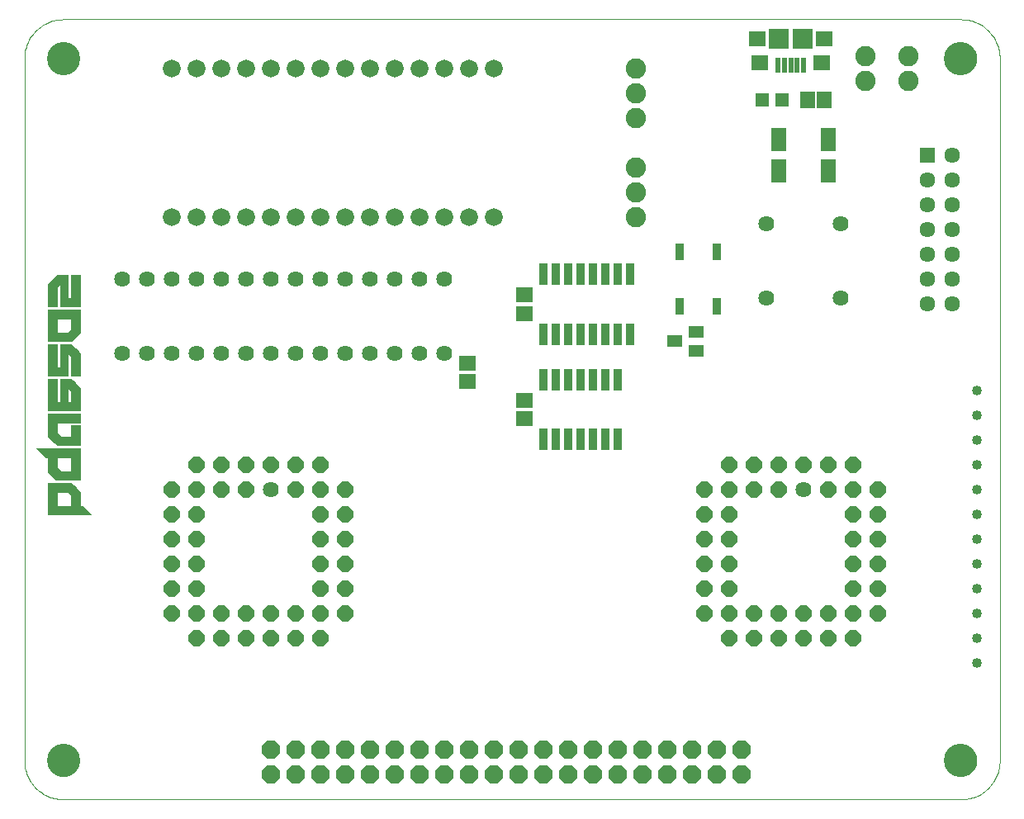
<source format=gts>
G75*
%MOIN*%
%OFA0B0*%
%FSLAX24Y24*%
%IPPOS*%
%LPD*%
%AMOC8*
5,1,8,0,0,1.08239X$1,22.5*
%
%ADD10R,0.0671X0.0592*%
%ADD11R,0.0631X0.0946*%
%ADD12R,0.0340X0.0880*%
%ADD13R,0.0631X0.0474*%
%ADD14R,0.0635X0.0635*%
%ADD15C,0.0635*%
%ADD16C,0.0820*%
%ADD17C,0.0400*%
%ADD18R,0.0552X0.0552*%
%ADD19C,0.0640*%
%ADD20R,0.0592X0.0671*%
%ADD21R,0.0380X0.0680*%
%ADD22OC8,0.0640*%
%ADD23C,0.0720*%
%ADD24R,0.0710X0.0631*%
%ADD25R,0.0651X0.0592*%
%ADD26R,0.0828X0.0828*%
%ADD27R,0.0237X0.0611*%
%ADD28C,0.0000*%
%ADD29C,0.1340*%
%ADD30OC8,0.0720*%
%ADD31C,0.0010*%
D10*
X024816Y018790D03*
X024816Y019538D03*
X022516Y020290D03*
X022516Y021038D03*
X024816Y023040D03*
X024816Y023788D03*
D11*
X035066Y028784D03*
X035066Y030044D03*
X037066Y030044D03*
X037066Y028784D03*
D12*
X029066Y024624D03*
X028566Y024624D03*
X028066Y024624D03*
X027566Y024624D03*
X027066Y024624D03*
X026566Y024624D03*
X026066Y024624D03*
X025566Y024624D03*
X025566Y022204D03*
X026066Y022204D03*
X026566Y022204D03*
X027066Y022204D03*
X027566Y022204D03*
X028066Y022204D03*
X028566Y022204D03*
X029066Y022204D03*
X028566Y020374D03*
X028066Y020374D03*
X027566Y020374D03*
X027066Y020374D03*
X026566Y020374D03*
X026066Y020374D03*
X025566Y020374D03*
X025566Y017954D03*
X026066Y017954D03*
X026566Y017954D03*
X027066Y017954D03*
X027566Y017954D03*
X028066Y017954D03*
X028566Y017954D03*
D13*
X031749Y021540D03*
X031749Y022288D03*
X030883Y021914D03*
D14*
X041066Y029414D03*
D15*
X042066Y029414D03*
X042066Y028414D03*
X041066Y028414D03*
X041066Y027414D03*
X042066Y027414D03*
X042066Y026414D03*
X041066Y026414D03*
X041066Y025414D03*
X042066Y025414D03*
X042066Y024414D03*
X041066Y024414D03*
X041066Y023414D03*
X042066Y023414D03*
D16*
X040316Y032414D03*
X040316Y033414D03*
X038566Y033414D03*
X038566Y032414D03*
X029316Y032914D03*
X029316Y031914D03*
X029316Y030914D03*
X029316Y028914D03*
X029316Y027914D03*
X029316Y026914D03*
D17*
X043066Y019914D03*
X043066Y018914D03*
X043066Y017914D03*
X043066Y016914D03*
X043066Y015914D03*
X043066Y014914D03*
X043066Y013914D03*
X043066Y012914D03*
X043066Y011914D03*
X043066Y010914D03*
X043066Y009914D03*
X043066Y008914D03*
D18*
X035229Y031664D03*
X034402Y031664D03*
D19*
X034566Y026664D03*
X037566Y026664D03*
X037566Y023664D03*
X034566Y023664D03*
X036066Y015914D03*
X021566Y021414D03*
X020566Y021414D03*
X019566Y021414D03*
X018566Y021414D03*
X017566Y021414D03*
X016566Y021414D03*
X015566Y021414D03*
X014566Y021414D03*
X013566Y021414D03*
X012566Y021414D03*
X011566Y021414D03*
X010566Y021414D03*
X009566Y021414D03*
X008566Y021414D03*
X008566Y024414D03*
X009566Y024414D03*
X010566Y024414D03*
X011566Y024414D03*
X012566Y024414D03*
X013566Y024414D03*
X014566Y024414D03*
X015566Y024414D03*
X016566Y024414D03*
X017566Y024414D03*
X018566Y024414D03*
X019566Y024414D03*
X020566Y024414D03*
X021566Y024414D03*
X014566Y015914D03*
D20*
X036231Y031664D03*
X036900Y031664D03*
D21*
X032566Y025514D03*
X031066Y025514D03*
X031066Y023314D03*
X032566Y023314D03*
D22*
X033066Y016914D03*
X034066Y016914D03*
X035066Y016914D03*
X036066Y016914D03*
X037066Y016914D03*
X038066Y016914D03*
X038066Y015914D03*
X039066Y015914D03*
X039066Y014914D03*
X038066Y014914D03*
X038066Y013914D03*
X039066Y013914D03*
X039066Y012914D03*
X038066Y012914D03*
X038066Y011914D03*
X039066Y011914D03*
X039066Y010914D03*
X038066Y010914D03*
X037066Y010914D03*
X036066Y010914D03*
X035066Y010914D03*
X034066Y010914D03*
X033066Y010914D03*
X033066Y011914D03*
X032066Y011914D03*
X032066Y010914D03*
X033066Y009914D03*
X034066Y009914D03*
X035066Y009914D03*
X036066Y009914D03*
X037066Y009914D03*
X038066Y009914D03*
X033066Y012914D03*
X032066Y012914D03*
X032066Y013914D03*
X032066Y014914D03*
X033066Y014914D03*
X033066Y013914D03*
X033066Y015914D03*
X034066Y015914D03*
X035066Y015914D03*
X037066Y015914D03*
X032066Y015914D03*
X017566Y015914D03*
X016566Y015914D03*
X015566Y015914D03*
X015566Y016914D03*
X016566Y016914D03*
X014566Y016914D03*
X013566Y016914D03*
X012566Y016914D03*
X011566Y016914D03*
X011566Y015914D03*
X012566Y015914D03*
X013566Y015914D03*
X011566Y014914D03*
X010566Y014914D03*
X010566Y013914D03*
X011566Y013914D03*
X011566Y012914D03*
X010566Y012914D03*
X010566Y011914D03*
X011566Y011914D03*
X011566Y010914D03*
X012566Y010914D03*
X013566Y010914D03*
X014566Y010914D03*
X015566Y010914D03*
X016566Y010914D03*
X016566Y011914D03*
X016566Y012914D03*
X016566Y013914D03*
X016566Y014914D03*
X017566Y014914D03*
X017566Y013914D03*
X017566Y012914D03*
X017566Y011914D03*
X017566Y010914D03*
X016566Y009914D03*
X015566Y009914D03*
X014566Y009914D03*
X013566Y009914D03*
X012566Y009914D03*
X011566Y009914D03*
X010566Y010914D03*
X010566Y015914D03*
D23*
X010566Y026914D03*
X011566Y026914D03*
X012566Y026914D03*
X013566Y026914D03*
X014566Y026914D03*
X015566Y026914D03*
X016566Y026914D03*
X017566Y026914D03*
X018566Y026914D03*
X019566Y026914D03*
X020566Y026914D03*
X021566Y026914D03*
X022566Y026914D03*
X023566Y026914D03*
X023566Y032914D03*
X022566Y032914D03*
X021566Y032914D03*
X020566Y032914D03*
X019566Y032914D03*
X018566Y032914D03*
X017566Y032914D03*
X016566Y032914D03*
X015566Y032914D03*
X014566Y032914D03*
X013566Y032914D03*
X012566Y032914D03*
X011566Y032914D03*
X010566Y032914D03*
D24*
X034306Y033149D03*
X036826Y033149D03*
D25*
X036914Y034114D03*
X034217Y034114D03*
D26*
X035093Y034114D03*
X036038Y034114D03*
D27*
X036078Y033060D03*
X035822Y033060D03*
X035566Y033060D03*
X035310Y033060D03*
X035054Y033060D03*
D28*
X042426Y003416D02*
X006206Y003416D01*
X005576Y004990D02*
X005578Y005040D01*
X005584Y005090D01*
X005594Y005139D01*
X005608Y005187D01*
X005625Y005234D01*
X005646Y005279D01*
X005671Y005323D01*
X005699Y005364D01*
X005731Y005403D01*
X005765Y005440D01*
X005802Y005474D01*
X005842Y005504D01*
X005884Y005531D01*
X005928Y005555D01*
X005974Y005576D01*
X006021Y005592D01*
X006069Y005605D01*
X006119Y005614D01*
X006168Y005619D01*
X006219Y005620D01*
X006269Y005617D01*
X006318Y005610D01*
X006367Y005599D01*
X006415Y005584D01*
X006461Y005566D01*
X006506Y005544D01*
X006549Y005518D01*
X006590Y005489D01*
X006629Y005457D01*
X006665Y005422D01*
X006697Y005384D01*
X006727Y005344D01*
X006754Y005301D01*
X006777Y005257D01*
X006796Y005211D01*
X006812Y005163D01*
X006824Y005114D01*
X006832Y005065D01*
X006836Y005015D01*
X006836Y004965D01*
X006832Y004915D01*
X006824Y004866D01*
X006812Y004817D01*
X006796Y004769D01*
X006777Y004723D01*
X006754Y004679D01*
X006727Y004636D01*
X006697Y004596D01*
X006665Y004558D01*
X006629Y004523D01*
X006590Y004491D01*
X006549Y004462D01*
X006506Y004436D01*
X006461Y004414D01*
X006415Y004396D01*
X006367Y004381D01*
X006318Y004370D01*
X006269Y004363D01*
X006219Y004360D01*
X006168Y004361D01*
X006119Y004366D01*
X006069Y004375D01*
X006021Y004388D01*
X005974Y004404D01*
X005928Y004425D01*
X005884Y004449D01*
X005842Y004476D01*
X005802Y004506D01*
X005765Y004540D01*
X005731Y004577D01*
X005699Y004616D01*
X005671Y004657D01*
X005646Y004701D01*
X005625Y004746D01*
X005608Y004793D01*
X005594Y004841D01*
X005584Y004890D01*
X005578Y004940D01*
X005576Y004990D01*
X004631Y004990D02*
X004633Y004913D01*
X004639Y004836D01*
X004648Y004759D01*
X004661Y004683D01*
X004678Y004607D01*
X004699Y004533D01*
X004723Y004459D01*
X004751Y004387D01*
X004782Y004317D01*
X004817Y004248D01*
X004855Y004180D01*
X004896Y004115D01*
X004941Y004052D01*
X004989Y003991D01*
X005039Y003932D01*
X005092Y003876D01*
X005148Y003823D01*
X005207Y003773D01*
X005268Y003725D01*
X005331Y003680D01*
X005396Y003639D01*
X005464Y003601D01*
X005533Y003566D01*
X005603Y003535D01*
X005675Y003507D01*
X005749Y003483D01*
X005823Y003462D01*
X005899Y003445D01*
X005975Y003432D01*
X006052Y003423D01*
X006129Y003417D01*
X006206Y003415D01*
X004631Y004990D02*
X004631Y033337D01*
X005576Y033337D02*
X005578Y033387D01*
X005584Y033437D01*
X005594Y033486D01*
X005608Y033534D01*
X005625Y033581D01*
X005646Y033626D01*
X005671Y033670D01*
X005699Y033711D01*
X005731Y033750D01*
X005765Y033787D01*
X005802Y033821D01*
X005842Y033851D01*
X005884Y033878D01*
X005928Y033902D01*
X005974Y033923D01*
X006021Y033939D01*
X006069Y033952D01*
X006119Y033961D01*
X006168Y033966D01*
X006219Y033967D01*
X006269Y033964D01*
X006318Y033957D01*
X006367Y033946D01*
X006415Y033931D01*
X006461Y033913D01*
X006506Y033891D01*
X006549Y033865D01*
X006590Y033836D01*
X006629Y033804D01*
X006665Y033769D01*
X006697Y033731D01*
X006727Y033691D01*
X006754Y033648D01*
X006777Y033604D01*
X006796Y033558D01*
X006812Y033510D01*
X006824Y033461D01*
X006832Y033412D01*
X006836Y033362D01*
X006836Y033312D01*
X006832Y033262D01*
X006824Y033213D01*
X006812Y033164D01*
X006796Y033116D01*
X006777Y033070D01*
X006754Y033026D01*
X006727Y032983D01*
X006697Y032943D01*
X006665Y032905D01*
X006629Y032870D01*
X006590Y032838D01*
X006549Y032809D01*
X006506Y032783D01*
X006461Y032761D01*
X006415Y032743D01*
X006367Y032728D01*
X006318Y032717D01*
X006269Y032710D01*
X006219Y032707D01*
X006168Y032708D01*
X006119Y032713D01*
X006069Y032722D01*
X006021Y032735D01*
X005974Y032751D01*
X005928Y032772D01*
X005884Y032796D01*
X005842Y032823D01*
X005802Y032853D01*
X005765Y032887D01*
X005731Y032924D01*
X005699Y032963D01*
X005671Y033004D01*
X005646Y033048D01*
X005625Y033093D01*
X005608Y033140D01*
X005594Y033188D01*
X005584Y033237D01*
X005578Y033287D01*
X005576Y033337D01*
X004631Y033337D02*
X004633Y033414D01*
X004639Y033491D01*
X004648Y033568D01*
X004661Y033644D01*
X004678Y033720D01*
X004699Y033794D01*
X004723Y033868D01*
X004751Y033940D01*
X004782Y034010D01*
X004817Y034079D01*
X004855Y034147D01*
X004896Y034212D01*
X004941Y034275D01*
X004989Y034336D01*
X005039Y034395D01*
X005092Y034451D01*
X005148Y034504D01*
X005207Y034554D01*
X005268Y034602D01*
X005331Y034647D01*
X005396Y034688D01*
X005464Y034726D01*
X005533Y034761D01*
X005603Y034792D01*
X005675Y034820D01*
X005749Y034844D01*
X005823Y034865D01*
X005899Y034882D01*
X005975Y034895D01*
X006052Y034904D01*
X006129Y034910D01*
X006206Y034912D01*
X042426Y034912D01*
X041796Y033337D02*
X041798Y033387D01*
X041804Y033437D01*
X041814Y033486D01*
X041828Y033534D01*
X041845Y033581D01*
X041866Y033626D01*
X041891Y033670D01*
X041919Y033711D01*
X041951Y033750D01*
X041985Y033787D01*
X042022Y033821D01*
X042062Y033851D01*
X042104Y033878D01*
X042148Y033902D01*
X042194Y033923D01*
X042241Y033939D01*
X042289Y033952D01*
X042339Y033961D01*
X042388Y033966D01*
X042439Y033967D01*
X042489Y033964D01*
X042538Y033957D01*
X042587Y033946D01*
X042635Y033931D01*
X042681Y033913D01*
X042726Y033891D01*
X042769Y033865D01*
X042810Y033836D01*
X042849Y033804D01*
X042885Y033769D01*
X042917Y033731D01*
X042947Y033691D01*
X042974Y033648D01*
X042997Y033604D01*
X043016Y033558D01*
X043032Y033510D01*
X043044Y033461D01*
X043052Y033412D01*
X043056Y033362D01*
X043056Y033312D01*
X043052Y033262D01*
X043044Y033213D01*
X043032Y033164D01*
X043016Y033116D01*
X042997Y033070D01*
X042974Y033026D01*
X042947Y032983D01*
X042917Y032943D01*
X042885Y032905D01*
X042849Y032870D01*
X042810Y032838D01*
X042769Y032809D01*
X042726Y032783D01*
X042681Y032761D01*
X042635Y032743D01*
X042587Y032728D01*
X042538Y032717D01*
X042489Y032710D01*
X042439Y032707D01*
X042388Y032708D01*
X042339Y032713D01*
X042289Y032722D01*
X042241Y032735D01*
X042194Y032751D01*
X042148Y032772D01*
X042104Y032796D01*
X042062Y032823D01*
X042022Y032853D01*
X041985Y032887D01*
X041951Y032924D01*
X041919Y032963D01*
X041891Y033004D01*
X041866Y033048D01*
X041845Y033093D01*
X041828Y033140D01*
X041814Y033188D01*
X041804Y033237D01*
X041798Y033287D01*
X041796Y033337D01*
X042426Y034912D02*
X042503Y034910D01*
X042580Y034904D01*
X042657Y034895D01*
X042733Y034882D01*
X042809Y034865D01*
X042883Y034844D01*
X042957Y034820D01*
X043029Y034792D01*
X043099Y034761D01*
X043168Y034726D01*
X043236Y034688D01*
X043301Y034647D01*
X043364Y034602D01*
X043425Y034554D01*
X043484Y034504D01*
X043540Y034451D01*
X043593Y034395D01*
X043643Y034336D01*
X043691Y034275D01*
X043736Y034212D01*
X043777Y034147D01*
X043815Y034079D01*
X043850Y034010D01*
X043881Y033940D01*
X043909Y033868D01*
X043933Y033794D01*
X043954Y033720D01*
X043971Y033644D01*
X043984Y033568D01*
X043993Y033491D01*
X043999Y033414D01*
X044001Y033337D01*
X044001Y004990D01*
X041796Y004990D02*
X041798Y005040D01*
X041804Y005090D01*
X041814Y005139D01*
X041828Y005187D01*
X041845Y005234D01*
X041866Y005279D01*
X041891Y005323D01*
X041919Y005364D01*
X041951Y005403D01*
X041985Y005440D01*
X042022Y005474D01*
X042062Y005504D01*
X042104Y005531D01*
X042148Y005555D01*
X042194Y005576D01*
X042241Y005592D01*
X042289Y005605D01*
X042339Y005614D01*
X042388Y005619D01*
X042439Y005620D01*
X042489Y005617D01*
X042538Y005610D01*
X042587Y005599D01*
X042635Y005584D01*
X042681Y005566D01*
X042726Y005544D01*
X042769Y005518D01*
X042810Y005489D01*
X042849Y005457D01*
X042885Y005422D01*
X042917Y005384D01*
X042947Y005344D01*
X042974Y005301D01*
X042997Y005257D01*
X043016Y005211D01*
X043032Y005163D01*
X043044Y005114D01*
X043052Y005065D01*
X043056Y005015D01*
X043056Y004965D01*
X043052Y004915D01*
X043044Y004866D01*
X043032Y004817D01*
X043016Y004769D01*
X042997Y004723D01*
X042974Y004679D01*
X042947Y004636D01*
X042917Y004596D01*
X042885Y004558D01*
X042849Y004523D01*
X042810Y004491D01*
X042769Y004462D01*
X042726Y004436D01*
X042681Y004414D01*
X042635Y004396D01*
X042587Y004381D01*
X042538Y004370D01*
X042489Y004363D01*
X042439Y004360D01*
X042388Y004361D01*
X042339Y004366D01*
X042289Y004375D01*
X042241Y004388D01*
X042194Y004404D01*
X042148Y004425D01*
X042104Y004449D01*
X042062Y004476D01*
X042022Y004506D01*
X041985Y004540D01*
X041951Y004577D01*
X041919Y004616D01*
X041891Y004657D01*
X041866Y004701D01*
X041845Y004746D01*
X041828Y004793D01*
X041814Y004841D01*
X041804Y004890D01*
X041798Y004940D01*
X041796Y004990D01*
X042426Y003415D02*
X042503Y003417D01*
X042580Y003423D01*
X042657Y003432D01*
X042733Y003445D01*
X042809Y003462D01*
X042883Y003483D01*
X042957Y003507D01*
X043029Y003535D01*
X043099Y003566D01*
X043168Y003601D01*
X043236Y003639D01*
X043301Y003680D01*
X043364Y003725D01*
X043425Y003773D01*
X043484Y003823D01*
X043540Y003876D01*
X043593Y003932D01*
X043643Y003991D01*
X043691Y004052D01*
X043736Y004115D01*
X043777Y004180D01*
X043815Y004248D01*
X043850Y004317D01*
X043881Y004387D01*
X043909Y004459D01*
X043933Y004533D01*
X043954Y004607D01*
X043971Y004683D01*
X043984Y004759D01*
X043993Y004836D01*
X043999Y004913D01*
X044001Y004990D01*
D29*
X042426Y004990D03*
X006206Y004990D03*
X006206Y033337D03*
X042426Y033337D03*
D30*
X033566Y005414D03*
X032566Y005414D03*
X031566Y005414D03*
X030566Y005414D03*
X029566Y005414D03*
X028566Y005414D03*
X027566Y005414D03*
X026566Y005414D03*
X025566Y005414D03*
X024566Y005414D03*
X023566Y005414D03*
X022566Y005414D03*
X021566Y005414D03*
X020566Y005414D03*
X019566Y005414D03*
X018566Y005414D03*
X017566Y005414D03*
X016566Y005414D03*
X015566Y005414D03*
X014566Y005414D03*
X014566Y004414D03*
X015566Y004414D03*
X016566Y004414D03*
X017566Y004414D03*
X018566Y004414D03*
X019566Y004414D03*
X020566Y004414D03*
X021566Y004414D03*
X022566Y004414D03*
X023566Y004414D03*
X024566Y004414D03*
X025566Y004414D03*
X026566Y004414D03*
X027566Y004414D03*
X028566Y004414D03*
X029566Y004414D03*
X030566Y004414D03*
X031566Y004414D03*
X032566Y004414D03*
X033566Y004414D03*
D31*
X007316Y014914D02*
X005596Y014914D01*
X005596Y016194D01*
X006516Y016194D01*
X006876Y015834D01*
X006876Y015284D01*
X006516Y015284D01*
X006516Y015714D01*
X006396Y015834D01*
X005956Y015834D01*
X005956Y015274D01*
X006956Y015274D01*
X007316Y014914D01*
X005596Y014914D01*
X005596Y016194D01*
X006516Y016194D01*
X006876Y015834D01*
X006876Y015284D01*
X006516Y015284D01*
X006516Y015714D01*
X006396Y015834D01*
X005956Y015834D01*
X005956Y015274D01*
X006956Y015274D01*
X007316Y014914D01*
X005596Y014914D01*
X005596Y016194D01*
X006516Y016194D01*
X006876Y015834D01*
X006876Y015284D01*
X006516Y015284D01*
X006516Y015714D01*
X006396Y015834D01*
X005956Y015834D01*
X005956Y015274D01*
X006956Y015274D01*
X007316Y014914D01*
X005596Y014914D01*
X005596Y016194D01*
X006516Y016194D01*
X006876Y015834D01*
X006876Y015284D01*
X006516Y015284D01*
X006516Y015714D01*
X006396Y015834D01*
X005956Y015834D01*
X005956Y015274D01*
X006956Y015274D01*
X007316Y014914D01*
X007315Y014914D02*
X005596Y014914D01*
X007315Y014914D01*
X005596Y014914D01*
X007315Y014914D01*
X007306Y014923D02*
X005596Y014923D01*
X007306Y014923D01*
X005596Y014923D01*
X007306Y014923D01*
X007298Y014931D02*
X005596Y014931D01*
X007298Y014931D01*
X005596Y014931D01*
X007298Y014931D01*
X007289Y014940D02*
X005596Y014940D01*
X007289Y014940D01*
X005596Y014940D01*
X007289Y014940D01*
X007281Y014948D02*
X005596Y014948D01*
X007281Y014948D01*
X005596Y014948D01*
X007281Y014948D01*
X007272Y014957D02*
X005596Y014957D01*
X007272Y014957D01*
X005596Y014957D01*
X007272Y014957D01*
X007264Y014965D02*
X005596Y014965D01*
X007264Y014965D01*
X005596Y014965D01*
X007264Y014965D01*
X007255Y014974D02*
X005596Y014974D01*
X007255Y014974D01*
X005596Y014974D01*
X007255Y014974D01*
X007247Y014982D02*
X005596Y014982D01*
X007247Y014982D01*
X005596Y014982D01*
X007247Y014982D01*
X007238Y014991D02*
X005596Y014991D01*
X007238Y014991D01*
X005596Y014991D01*
X007238Y014991D01*
X007230Y014999D02*
X005596Y014999D01*
X007230Y014999D01*
X005596Y014999D01*
X007230Y014999D01*
X007221Y015008D02*
X005596Y015008D01*
X007221Y015008D01*
X005596Y015008D01*
X007221Y015008D01*
X007213Y015016D02*
X005596Y015016D01*
X007213Y015016D01*
X005596Y015016D01*
X007213Y015016D01*
X007204Y015025D02*
X005596Y015025D01*
X007204Y015025D01*
X005596Y015025D01*
X007204Y015025D01*
X007196Y015033D02*
X005596Y015033D01*
X007196Y015033D01*
X005596Y015033D01*
X007196Y015033D01*
X007187Y015042D02*
X005596Y015042D01*
X007187Y015042D01*
X005596Y015042D01*
X007187Y015042D01*
X007179Y015050D02*
X005596Y015050D01*
X007179Y015050D01*
X005596Y015050D01*
X007179Y015050D01*
X007170Y015059D02*
X005596Y015059D01*
X007170Y015059D01*
X005596Y015059D01*
X007170Y015059D01*
X007162Y015067D02*
X005596Y015067D01*
X007162Y015067D01*
X005596Y015067D01*
X007162Y015067D01*
X007153Y015076D02*
X005596Y015076D01*
X007153Y015076D01*
X005596Y015076D01*
X007153Y015076D01*
X007145Y015084D02*
X005596Y015084D01*
X007145Y015084D01*
X005596Y015084D01*
X007145Y015084D01*
X007136Y015093D02*
X005596Y015093D01*
X007136Y015093D01*
X005596Y015093D01*
X007136Y015093D01*
X007128Y015101D02*
X005596Y015101D01*
X007128Y015101D01*
X005596Y015101D01*
X007128Y015101D01*
X007119Y015110D02*
X005596Y015110D01*
X007119Y015110D01*
X005596Y015110D01*
X007119Y015110D01*
X007111Y015118D02*
X005596Y015118D01*
X007111Y015118D01*
X005596Y015118D01*
X007111Y015118D01*
X007102Y015127D02*
X005596Y015127D01*
X007102Y015127D01*
X005596Y015127D01*
X007102Y015127D01*
X007094Y015135D02*
X005596Y015135D01*
X007094Y015135D01*
X005596Y015135D01*
X007094Y015135D01*
X007085Y015144D02*
X005596Y015144D01*
X007085Y015144D01*
X005596Y015144D01*
X007085Y015144D01*
X007077Y015152D02*
X005596Y015152D01*
X007077Y015152D01*
X005596Y015152D01*
X007077Y015152D01*
X007068Y015161D02*
X005596Y015161D01*
X007068Y015161D01*
X005596Y015161D01*
X007068Y015161D01*
X007060Y015169D02*
X005596Y015169D01*
X007060Y015169D01*
X005596Y015169D01*
X007060Y015169D01*
X007051Y015178D02*
X005596Y015178D01*
X007051Y015178D01*
X005596Y015178D01*
X007051Y015178D01*
X007043Y015186D02*
X005596Y015186D01*
X007043Y015186D01*
X005596Y015186D01*
X007043Y015186D01*
X007034Y015195D02*
X005596Y015195D01*
X007034Y015195D01*
X005596Y015195D01*
X007034Y015195D01*
X007026Y015203D02*
X005596Y015203D01*
X007026Y015203D01*
X005596Y015203D01*
X007026Y015203D01*
X007017Y015212D02*
X005596Y015212D01*
X007017Y015212D01*
X005596Y015212D01*
X007017Y015212D01*
X007009Y015220D02*
X005596Y015220D01*
X007009Y015220D01*
X005596Y015220D01*
X007009Y015220D01*
X007000Y015229D02*
X005596Y015229D01*
X007000Y015229D01*
X005596Y015229D01*
X007000Y015229D01*
X006992Y015237D02*
X005596Y015237D01*
X006992Y015237D01*
X005596Y015237D01*
X006992Y015237D01*
X006983Y015246D02*
X005596Y015246D01*
X006983Y015246D01*
X005596Y015246D01*
X006983Y015246D01*
X006975Y015254D02*
X005596Y015254D01*
X006975Y015254D01*
X005596Y015254D01*
X006975Y015254D01*
X006966Y015263D02*
X005596Y015263D01*
X006966Y015263D01*
X005596Y015263D01*
X006966Y015263D01*
X006958Y015271D02*
X005596Y015271D01*
X006958Y015271D01*
X005596Y015271D01*
X006958Y015271D01*
X006876Y015288D02*
X006516Y015288D01*
X006876Y015288D01*
X006516Y015288D01*
X006876Y015288D01*
X006876Y015297D02*
X006516Y015297D01*
X006876Y015297D01*
X006516Y015297D01*
X006876Y015297D01*
X006876Y015305D02*
X006516Y015305D01*
X006876Y015305D01*
X006516Y015305D01*
X006876Y015305D01*
X006876Y015314D02*
X006516Y015314D01*
X006876Y015314D01*
X006516Y015314D01*
X006876Y015314D01*
X006876Y015322D02*
X006516Y015322D01*
X006876Y015322D01*
X006516Y015322D01*
X006876Y015322D01*
X006876Y015331D02*
X006516Y015331D01*
X006876Y015331D01*
X006516Y015331D01*
X006876Y015331D01*
X006876Y015339D02*
X006516Y015339D01*
X006876Y015339D01*
X006516Y015339D01*
X006876Y015339D01*
X006876Y015348D02*
X006516Y015348D01*
X006876Y015348D01*
X006516Y015348D01*
X006876Y015348D01*
X006876Y015356D02*
X006516Y015356D01*
X006876Y015356D01*
X006516Y015356D01*
X006876Y015356D01*
X006876Y015365D02*
X006516Y015365D01*
X006876Y015365D01*
X006516Y015365D01*
X006876Y015365D01*
X006876Y015373D02*
X006516Y015373D01*
X006876Y015373D01*
X006516Y015373D01*
X006876Y015373D01*
X006876Y015382D02*
X006516Y015382D01*
X006876Y015382D01*
X006516Y015382D01*
X006876Y015382D01*
X006876Y015390D02*
X006516Y015390D01*
X006876Y015390D01*
X006516Y015390D01*
X006876Y015390D01*
X006876Y015399D02*
X006516Y015399D01*
X006876Y015399D01*
X006516Y015399D01*
X006876Y015399D01*
X006876Y015407D02*
X006516Y015407D01*
X006876Y015407D01*
X006516Y015407D01*
X006876Y015407D01*
X006876Y015416D02*
X006516Y015416D01*
X006876Y015416D01*
X006516Y015416D01*
X006876Y015416D01*
X006876Y015424D02*
X006516Y015424D01*
X006876Y015424D01*
X006516Y015424D01*
X006876Y015424D01*
X006876Y015433D02*
X006516Y015433D01*
X006876Y015433D01*
X006516Y015433D01*
X006876Y015433D01*
X006876Y015441D02*
X006516Y015441D01*
X006876Y015441D01*
X006516Y015441D01*
X006876Y015441D01*
X006876Y015450D02*
X006516Y015450D01*
X006876Y015450D01*
X006516Y015450D01*
X006876Y015450D01*
X006876Y015458D02*
X006516Y015458D01*
X006876Y015458D01*
X006516Y015458D01*
X006876Y015458D01*
X006876Y015467D02*
X006516Y015467D01*
X006876Y015467D01*
X006516Y015467D01*
X006876Y015467D01*
X006876Y015475D02*
X006516Y015475D01*
X006876Y015475D01*
X006516Y015475D01*
X006876Y015475D01*
X006876Y015484D02*
X006516Y015484D01*
X006876Y015484D01*
X006516Y015484D01*
X006876Y015484D01*
X006876Y015492D02*
X006516Y015492D01*
X006876Y015492D01*
X006516Y015492D01*
X006876Y015492D01*
X006876Y015501D02*
X006516Y015501D01*
X006876Y015501D01*
X006516Y015501D01*
X006876Y015501D01*
X006876Y015509D02*
X006516Y015509D01*
X006876Y015509D01*
X006516Y015509D01*
X006876Y015509D01*
X006876Y015518D02*
X006516Y015518D01*
X006876Y015518D01*
X006516Y015518D01*
X006876Y015518D01*
X006876Y015526D02*
X006516Y015526D01*
X006876Y015526D01*
X006516Y015526D01*
X006876Y015526D01*
X006876Y015535D02*
X006516Y015535D01*
X006876Y015535D01*
X006516Y015535D01*
X006876Y015535D01*
X006876Y015543D02*
X006516Y015543D01*
X006876Y015543D01*
X006516Y015543D01*
X006876Y015543D01*
X006876Y015552D02*
X006516Y015552D01*
X006876Y015552D01*
X006516Y015552D01*
X006876Y015552D01*
X006876Y015560D02*
X006516Y015560D01*
X006876Y015560D01*
X006516Y015560D01*
X006876Y015560D01*
X006876Y015569D02*
X006516Y015569D01*
X006876Y015569D01*
X006516Y015569D01*
X006876Y015569D01*
X006876Y015578D02*
X006516Y015578D01*
X006876Y015578D01*
X006516Y015578D01*
X006876Y015578D01*
X006876Y015586D02*
X006516Y015586D01*
X006876Y015586D01*
X006516Y015586D01*
X006876Y015586D01*
X006876Y015595D02*
X006516Y015595D01*
X006876Y015595D01*
X006516Y015595D01*
X006876Y015595D01*
X006876Y015603D02*
X006516Y015603D01*
X006876Y015603D01*
X006516Y015603D01*
X006876Y015603D01*
X006876Y015612D02*
X006516Y015612D01*
X006876Y015612D01*
X006516Y015612D01*
X006876Y015612D01*
X006876Y015620D02*
X006516Y015620D01*
X006876Y015620D01*
X006516Y015620D01*
X006876Y015620D01*
X006876Y015629D02*
X006516Y015629D01*
X006876Y015629D01*
X006516Y015629D01*
X006876Y015629D01*
X006876Y015637D02*
X006516Y015637D01*
X006876Y015637D01*
X006516Y015637D01*
X006876Y015637D01*
X006876Y015646D02*
X006516Y015646D01*
X006876Y015646D01*
X006516Y015646D01*
X006876Y015646D01*
X006876Y015654D02*
X006516Y015654D01*
X006876Y015654D01*
X006516Y015654D01*
X006876Y015654D01*
X006876Y015663D02*
X006516Y015663D01*
X006876Y015663D01*
X006516Y015663D01*
X006876Y015663D01*
X006876Y015671D02*
X006516Y015671D01*
X006876Y015671D01*
X006516Y015671D01*
X006876Y015671D01*
X006876Y015680D02*
X006516Y015680D01*
X006876Y015680D01*
X006516Y015680D01*
X006876Y015680D01*
X006876Y015688D02*
X006516Y015688D01*
X006876Y015688D01*
X006516Y015688D01*
X006876Y015688D01*
X006876Y015697D02*
X006516Y015697D01*
X006876Y015697D01*
X006516Y015697D01*
X006876Y015697D01*
X006876Y015705D02*
X006516Y015705D01*
X006876Y015705D01*
X006516Y015705D01*
X006876Y015705D01*
X006876Y015714D02*
X006516Y015714D01*
X006876Y015714D01*
X006516Y015714D01*
X006876Y015714D01*
X006876Y015722D02*
X006507Y015722D01*
X006876Y015722D01*
X006507Y015722D01*
X006876Y015722D01*
X006876Y015731D02*
X006499Y015731D01*
X006876Y015731D01*
X006499Y015731D01*
X006876Y015731D01*
X006876Y015739D02*
X006490Y015739D01*
X006876Y015739D01*
X006490Y015739D01*
X006876Y015739D01*
X006876Y015748D02*
X006482Y015748D01*
X006876Y015748D01*
X006482Y015748D01*
X006876Y015748D01*
X006876Y015756D02*
X006473Y015756D01*
X006876Y015756D01*
X006473Y015756D01*
X006876Y015756D01*
X006876Y015765D02*
X006465Y015765D01*
X006876Y015765D01*
X006465Y015765D01*
X006876Y015765D01*
X006876Y015773D02*
X006456Y015773D01*
X006876Y015773D01*
X006456Y015773D01*
X006876Y015773D01*
X006876Y015782D02*
X006448Y015782D01*
X006876Y015782D01*
X006448Y015782D01*
X006876Y015782D01*
X006876Y015790D02*
X006439Y015790D01*
X006876Y015790D01*
X006439Y015790D01*
X006876Y015790D01*
X006876Y015799D02*
X006431Y015799D01*
X006876Y015799D01*
X006431Y015799D01*
X006876Y015799D01*
X006876Y015807D02*
X006422Y015807D01*
X006876Y015807D01*
X006422Y015807D01*
X006876Y015807D01*
X006876Y015816D02*
X006414Y015816D01*
X006876Y015816D01*
X006414Y015816D01*
X006876Y015816D01*
X006876Y015824D02*
X006405Y015824D01*
X006876Y015824D01*
X006405Y015824D01*
X006876Y015824D01*
X006876Y015833D02*
X006397Y015833D01*
X006876Y015833D01*
X006397Y015833D01*
X006876Y015833D01*
X006868Y015841D02*
X005596Y015841D01*
X006868Y015841D01*
X005596Y015841D01*
X006868Y015841D01*
X006860Y015850D02*
X005596Y015850D01*
X006860Y015850D01*
X005596Y015850D01*
X006860Y015850D01*
X006851Y015858D02*
X005596Y015858D01*
X006851Y015858D01*
X005596Y015858D01*
X006851Y015858D01*
X006843Y015867D02*
X005596Y015867D01*
X006843Y015867D01*
X005596Y015867D01*
X006843Y015867D01*
X006834Y015875D02*
X005596Y015875D01*
X006834Y015875D01*
X005596Y015875D01*
X006834Y015875D01*
X006826Y015884D02*
X005596Y015884D01*
X006826Y015884D01*
X005596Y015884D01*
X006826Y015884D01*
X006817Y015892D02*
X005596Y015892D01*
X006817Y015892D01*
X005596Y015892D01*
X006817Y015892D01*
X006809Y015901D02*
X005596Y015901D01*
X006809Y015901D01*
X005596Y015901D01*
X006809Y015901D01*
X006800Y015909D02*
X005596Y015909D01*
X006800Y015909D01*
X005596Y015909D01*
X006800Y015909D01*
X006792Y015918D02*
X005596Y015918D01*
X006792Y015918D01*
X005596Y015918D01*
X006792Y015918D01*
X006783Y015926D02*
X005596Y015926D01*
X006783Y015926D01*
X005596Y015926D01*
X006783Y015926D01*
X006775Y015935D02*
X005596Y015935D01*
X006775Y015935D01*
X005596Y015935D01*
X006775Y015935D01*
X006766Y015943D02*
X005596Y015943D01*
X006766Y015943D01*
X005596Y015943D01*
X006766Y015943D01*
X006758Y015952D02*
X005596Y015952D01*
X006758Y015952D01*
X005596Y015952D01*
X006758Y015952D01*
X006749Y015960D02*
X005596Y015960D01*
X006749Y015960D01*
X005596Y015960D01*
X006749Y015960D01*
X006741Y015969D02*
X005596Y015969D01*
X006741Y015969D01*
X005596Y015969D01*
X006741Y015969D01*
X006732Y015977D02*
X005596Y015977D01*
X006732Y015977D01*
X005596Y015977D01*
X006732Y015977D01*
X006724Y015986D02*
X005596Y015986D01*
X006724Y015986D01*
X005596Y015986D01*
X006724Y015986D01*
X006715Y015994D02*
X005596Y015994D01*
X006715Y015994D01*
X005596Y015994D01*
X006715Y015994D01*
X006707Y016003D02*
X005596Y016003D01*
X006707Y016003D01*
X005596Y016003D01*
X006707Y016003D01*
X006698Y016011D02*
X005596Y016011D01*
X006698Y016011D01*
X005596Y016011D01*
X006698Y016011D01*
X006690Y016020D02*
X005596Y016020D01*
X006690Y016020D01*
X005596Y016020D01*
X006690Y016020D01*
X006681Y016028D02*
X005596Y016028D01*
X006681Y016028D01*
X005596Y016028D01*
X006681Y016028D01*
X006673Y016037D02*
X005596Y016037D01*
X006673Y016037D01*
X005596Y016037D01*
X006673Y016037D01*
X006664Y016045D02*
X005596Y016045D01*
X006664Y016045D01*
X005596Y016045D01*
X006664Y016045D01*
X006656Y016054D02*
X005596Y016054D01*
X006656Y016054D01*
X005596Y016054D01*
X006656Y016054D01*
X006647Y016062D02*
X005596Y016062D01*
X006647Y016062D01*
X005596Y016062D01*
X006647Y016062D01*
X006639Y016071D02*
X005596Y016071D01*
X006639Y016071D01*
X005596Y016071D01*
X006639Y016071D01*
X006630Y016079D02*
X005596Y016079D01*
X006630Y016079D01*
X005596Y016079D01*
X006630Y016079D01*
X006622Y016088D02*
X005596Y016088D01*
X006622Y016088D01*
X005596Y016088D01*
X006622Y016088D01*
X006613Y016096D02*
X005596Y016096D01*
X006613Y016096D01*
X005596Y016096D01*
X006613Y016096D01*
X006605Y016105D02*
X005596Y016105D01*
X006605Y016105D01*
X005596Y016105D01*
X006605Y016105D01*
X006596Y016113D02*
X005596Y016113D01*
X006596Y016113D01*
X005596Y016113D01*
X006596Y016113D01*
X006588Y016122D02*
X005596Y016122D01*
X006588Y016122D01*
X005596Y016122D01*
X006588Y016122D01*
X006579Y016130D02*
X005596Y016130D01*
X006579Y016130D01*
X005596Y016130D01*
X006579Y016130D01*
X006571Y016139D02*
X005596Y016139D01*
X006571Y016139D01*
X005596Y016139D01*
X006571Y016139D01*
X006562Y016147D02*
X005596Y016147D01*
X006562Y016147D01*
X005596Y016147D01*
X006562Y016147D01*
X006554Y016156D02*
X005596Y016156D01*
X006554Y016156D01*
X005596Y016156D01*
X006554Y016156D01*
X006545Y016164D02*
X005596Y016164D01*
X006545Y016164D01*
X005596Y016164D01*
X006545Y016164D01*
X006537Y016173D02*
X005596Y016173D01*
X006537Y016173D01*
X005596Y016173D01*
X006537Y016173D01*
X006528Y016181D02*
X005596Y016181D01*
X006528Y016181D01*
X005596Y016181D01*
X006528Y016181D01*
X006520Y016190D02*
X005596Y016190D01*
X006520Y016190D01*
X005596Y016190D01*
X006520Y016190D01*
X006876Y016314D02*
X005916Y016314D01*
X005596Y016634D01*
X005596Y017224D01*
X005956Y017224D01*
X005956Y016794D01*
X006076Y016674D01*
X006516Y016674D01*
X006876Y016674D01*
X006516Y016674D01*
X006876Y016674D01*
X006516Y016674D01*
X006516Y017234D01*
X005476Y017234D01*
X005116Y017594D01*
X006876Y017594D01*
X006876Y016314D01*
X006876Y017594D01*
X005116Y017594D01*
X005476Y017234D01*
X006516Y017234D01*
X006516Y016674D01*
X006076Y016674D01*
X005956Y016794D01*
X005956Y017224D01*
X005596Y017224D01*
X005596Y016634D01*
X005916Y016314D01*
X006876Y016314D01*
X006876Y017594D01*
X005116Y017594D01*
X005476Y017234D01*
X006516Y017234D01*
X006516Y016674D01*
X006076Y016674D01*
X005956Y016794D01*
X005956Y017224D01*
X005596Y017224D01*
X005596Y016634D01*
X005916Y016314D01*
X006876Y016314D01*
X006876Y017594D01*
X005116Y017594D01*
X005476Y017234D01*
X006516Y017234D01*
X006516Y016674D01*
X006076Y016674D01*
X005956Y016794D01*
X005956Y017224D01*
X005596Y017224D01*
X005596Y016634D01*
X005916Y016314D01*
X006876Y016314D01*
X006876Y016317D02*
X005912Y016317D01*
X006876Y016317D01*
X005912Y016317D01*
X006876Y016317D01*
X006876Y016326D02*
X005904Y016326D01*
X006876Y016326D01*
X005904Y016326D01*
X006876Y016326D01*
X006876Y016334D02*
X005895Y016334D01*
X006876Y016334D01*
X005895Y016334D01*
X006876Y016334D01*
X006876Y016343D02*
X005887Y016343D01*
X006876Y016343D01*
X005887Y016343D01*
X006876Y016343D01*
X006876Y016351D02*
X005878Y016351D01*
X006876Y016351D01*
X005878Y016351D01*
X006876Y016351D01*
X006876Y016360D02*
X005870Y016360D01*
X006876Y016360D01*
X005870Y016360D01*
X006876Y016360D01*
X006876Y016368D02*
X005861Y016368D01*
X006876Y016368D01*
X005861Y016368D01*
X006876Y016368D01*
X006876Y016377D02*
X005853Y016377D01*
X006876Y016377D01*
X005853Y016377D01*
X006876Y016377D01*
X006876Y016385D02*
X005844Y016385D01*
X006876Y016385D01*
X005844Y016385D01*
X006876Y016385D01*
X006876Y016394D02*
X005836Y016394D01*
X006876Y016394D01*
X005836Y016394D01*
X006876Y016394D01*
X006876Y016402D02*
X005827Y016402D01*
X006876Y016402D01*
X005827Y016402D01*
X006876Y016402D01*
X006876Y016411D02*
X005819Y016411D01*
X006876Y016411D01*
X005819Y016411D01*
X006876Y016411D01*
X006876Y016419D02*
X005810Y016419D01*
X006876Y016419D01*
X005810Y016419D01*
X006876Y016419D01*
X006876Y016428D02*
X005802Y016428D01*
X006876Y016428D01*
X005802Y016428D01*
X006876Y016428D01*
X006876Y016436D02*
X005793Y016436D01*
X006876Y016436D01*
X005793Y016436D01*
X006876Y016436D01*
X006876Y016445D02*
X005785Y016445D01*
X006876Y016445D01*
X005785Y016445D01*
X006876Y016445D01*
X006876Y016453D02*
X005776Y016453D01*
X006876Y016453D01*
X005776Y016453D01*
X006876Y016453D01*
X006876Y016462D02*
X005768Y016462D01*
X006876Y016462D01*
X005768Y016462D01*
X006876Y016462D01*
X006876Y016470D02*
X005759Y016470D01*
X006876Y016470D01*
X005759Y016470D01*
X006876Y016470D01*
X006876Y016479D02*
X005751Y016479D01*
X006876Y016479D01*
X005751Y016479D01*
X006876Y016479D01*
X006876Y016487D02*
X005742Y016487D01*
X006876Y016487D01*
X005742Y016487D01*
X006876Y016487D01*
X006876Y016496D02*
X005734Y016496D01*
X006876Y016496D01*
X005734Y016496D01*
X006876Y016496D01*
X006876Y016504D02*
X005725Y016504D01*
X006876Y016504D01*
X005725Y016504D01*
X006876Y016504D01*
X006876Y016513D02*
X005717Y016513D01*
X006876Y016513D01*
X005717Y016513D01*
X006876Y016513D01*
X006876Y016521D02*
X005708Y016521D01*
X006876Y016521D01*
X005708Y016521D01*
X006876Y016521D01*
X006876Y016530D02*
X005700Y016530D01*
X006876Y016530D01*
X005700Y016530D01*
X006876Y016530D01*
X006876Y016538D02*
X005691Y016538D01*
X006876Y016538D01*
X005691Y016538D01*
X006876Y016538D01*
X006876Y016547D02*
X005683Y016547D01*
X006876Y016547D01*
X005683Y016547D01*
X006876Y016547D01*
X006876Y016555D02*
X005674Y016555D01*
X006876Y016555D01*
X005674Y016555D01*
X006876Y016555D01*
X006876Y016564D02*
X005666Y016564D01*
X006876Y016564D01*
X005666Y016564D01*
X006876Y016564D01*
X006876Y016572D02*
X005657Y016572D01*
X006876Y016572D01*
X005657Y016572D01*
X006876Y016572D01*
X006876Y016581D02*
X005649Y016581D01*
X006876Y016581D01*
X005649Y016581D01*
X006876Y016581D01*
X006876Y016589D02*
X005640Y016589D01*
X006876Y016589D01*
X005640Y016589D01*
X006876Y016589D01*
X006876Y016598D02*
X005632Y016598D01*
X006876Y016598D01*
X005632Y016598D01*
X006876Y016598D01*
X006876Y016606D02*
X005623Y016606D01*
X006876Y016606D01*
X005623Y016606D01*
X006876Y016606D01*
X006876Y016615D02*
X005615Y016615D01*
X006876Y016615D01*
X005615Y016615D01*
X006876Y016615D01*
X006876Y016623D02*
X005606Y016623D01*
X006876Y016623D01*
X005606Y016623D01*
X006876Y016623D01*
X006876Y016632D02*
X005598Y016632D01*
X006876Y016632D01*
X005598Y016632D01*
X006876Y016632D01*
X006876Y016640D02*
X005596Y016640D01*
X006876Y016640D01*
X005596Y016640D01*
X006876Y016640D01*
X006876Y016649D02*
X005596Y016649D01*
X006876Y016649D01*
X005596Y016649D01*
X006876Y016649D01*
X006876Y016657D02*
X005596Y016657D01*
X006876Y016657D01*
X005596Y016657D01*
X006876Y016657D01*
X006876Y016666D02*
X005596Y016666D01*
X006876Y016666D01*
X005596Y016666D01*
X006876Y016666D01*
X006876Y016683D02*
X006516Y016683D01*
X006876Y016683D01*
X006516Y016683D01*
X006876Y016683D01*
X006876Y016691D02*
X006516Y016691D01*
X006876Y016691D01*
X006516Y016691D01*
X006876Y016691D01*
X006876Y016700D02*
X006516Y016700D01*
X006876Y016700D01*
X006516Y016700D01*
X006876Y016700D01*
X006876Y016708D02*
X006516Y016708D01*
X006876Y016708D01*
X006516Y016708D01*
X006876Y016708D01*
X006876Y016717D02*
X006516Y016717D01*
X006876Y016717D01*
X006516Y016717D01*
X006876Y016717D01*
X006876Y016725D02*
X006516Y016725D01*
X006876Y016725D01*
X006516Y016725D01*
X006876Y016725D01*
X006876Y016734D02*
X006516Y016734D01*
X006876Y016734D01*
X006516Y016734D01*
X006876Y016734D01*
X006876Y016742D02*
X006516Y016742D01*
X006876Y016742D01*
X006516Y016742D01*
X006876Y016742D01*
X006876Y016751D02*
X006516Y016751D01*
X006876Y016751D01*
X006516Y016751D01*
X006876Y016751D01*
X006876Y016759D02*
X006516Y016759D01*
X006876Y016759D01*
X006516Y016759D01*
X006876Y016759D01*
X006876Y016768D02*
X006516Y016768D01*
X006876Y016768D01*
X006516Y016768D01*
X006876Y016768D01*
X006876Y016776D02*
X006516Y016776D01*
X006876Y016776D01*
X006516Y016776D01*
X006876Y016776D01*
X006876Y016785D02*
X006516Y016785D01*
X006876Y016785D01*
X006516Y016785D01*
X006876Y016785D01*
X006876Y016793D02*
X006516Y016793D01*
X006876Y016793D01*
X006516Y016793D01*
X006876Y016793D01*
X006876Y016802D02*
X006516Y016802D01*
X006876Y016802D01*
X006516Y016802D01*
X006876Y016802D01*
X006876Y016810D02*
X006516Y016810D01*
X006876Y016810D01*
X006516Y016810D01*
X006876Y016810D01*
X006876Y016819D02*
X006516Y016819D01*
X006876Y016819D01*
X006516Y016819D01*
X006876Y016819D01*
X006876Y016827D02*
X006516Y016827D01*
X006876Y016827D01*
X006516Y016827D01*
X006876Y016827D01*
X006876Y016836D02*
X006516Y016836D01*
X006876Y016836D01*
X006516Y016836D01*
X006876Y016836D01*
X006876Y016844D02*
X006516Y016844D01*
X006876Y016844D01*
X006516Y016844D01*
X006876Y016844D01*
X006876Y016853D02*
X006516Y016853D01*
X006876Y016853D01*
X006516Y016853D01*
X006876Y016853D01*
X006876Y016861D02*
X006516Y016861D01*
X006876Y016861D01*
X006516Y016861D01*
X006876Y016861D01*
X006876Y016870D02*
X006516Y016870D01*
X006876Y016870D01*
X006516Y016870D01*
X006876Y016870D01*
X006876Y016878D02*
X006516Y016878D01*
X006876Y016878D01*
X006516Y016878D01*
X006876Y016878D01*
X006876Y016887D02*
X006516Y016887D01*
X006876Y016887D01*
X006516Y016887D01*
X006876Y016887D01*
X006876Y016895D02*
X006516Y016895D01*
X006876Y016895D01*
X006516Y016895D01*
X006876Y016895D01*
X006876Y016904D02*
X006516Y016904D01*
X006876Y016904D01*
X006516Y016904D01*
X006876Y016904D01*
X006876Y016912D02*
X006516Y016912D01*
X006876Y016912D01*
X006516Y016912D01*
X006876Y016912D01*
X006876Y016921D02*
X006516Y016921D01*
X006876Y016921D01*
X006516Y016921D01*
X006876Y016921D01*
X006876Y016929D02*
X006516Y016929D01*
X006876Y016929D01*
X006516Y016929D01*
X006876Y016929D01*
X006876Y016938D02*
X006516Y016938D01*
X006876Y016938D01*
X006516Y016938D01*
X006876Y016938D01*
X006876Y016946D02*
X006516Y016946D01*
X006876Y016946D01*
X006516Y016946D01*
X006876Y016946D01*
X006876Y016955D02*
X006516Y016955D01*
X006876Y016955D01*
X006516Y016955D01*
X006876Y016955D01*
X006876Y016963D02*
X006516Y016963D01*
X006876Y016963D01*
X006516Y016963D01*
X006876Y016963D01*
X006876Y016972D02*
X006516Y016972D01*
X006876Y016972D01*
X006516Y016972D01*
X006876Y016972D01*
X006876Y016980D02*
X006516Y016980D01*
X006876Y016980D01*
X006516Y016980D01*
X006876Y016980D01*
X006876Y016989D02*
X006516Y016989D01*
X006876Y016989D01*
X006516Y016989D01*
X006876Y016989D01*
X006876Y016997D02*
X006516Y016997D01*
X006876Y016997D01*
X006516Y016997D01*
X006876Y016997D01*
X006876Y017006D02*
X006516Y017006D01*
X006876Y017006D01*
X006516Y017006D01*
X006876Y017006D01*
X006876Y017014D02*
X006516Y017014D01*
X006876Y017014D01*
X006516Y017014D01*
X006876Y017014D01*
X006876Y017023D02*
X006516Y017023D01*
X006876Y017023D01*
X006516Y017023D01*
X006876Y017023D01*
X006876Y017031D02*
X006516Y017031D01*
X006876Y017031D01*
X006516Y017031D01*
X006876Y017031D01*
X006876Y017040D02*
X006516Y017040D01*
X006876Y017040D01*
X006516Y017040D01*
X006876Y017040D01*
X006876Y017048D02*
X006516Y017048D01*
X006876Y017048D01*
X006516Y017048D01*
X006876Y017048D01*
X006876Y017057D02*
X006516Y017057D01*
X006876Y017057D01*
X006516Y017057D01*
X006876Y017057D01*
X006876Y017065D02*
X006516Y017065D01*
X006876Y017065D01*
X006516Y017065D01*
X006876Y017065D01*
X006876Y017074D02*
X006516Y017074D01*
X006876Y017074D01*
X006516Y017074D01*
X006876Y017074D01*
X006876Y017082D02*
X006516Y017082D01*
X006876Y017082D01*
X006516Y017082D01*
X006876Y017082D01*
X006876Y017091D02*
X006516Y017091D01*
X006876Y017091D01*
X006516Y017091D01*
X006876Y017091D01*
X006876Y017099D02*
X006516Y017099D01*
X006876Y017099D01*
X006516Y017099D01*
X006876Y017099D01*
X006876Y017108D02*
X006516Y017108D01*
X006876Y017108D01*
X006516Y017108D01*
X006876Y017108D01*
X006876Y017116D02*
X006516Y017116D01*
X006876Y017116D01*
X006516Y017116D01*
X006876Y017116D01*
X006876Y017125D02*
X006516Y017125D01*
X006876Y017125D01*
X006516Y017125D01*
X006876Y017125D01*
X006876Y017133D02*
X006516Y017133D01*
X006876Y017133D01*
X006516Y017133D01*
X006876Y017133D01*
X006876Y017142D02*
X006516Y017142D01*
X006876Y017142D01*
X006516Y017142D01*
X006876Y017142D01*
X006876Y017150D02*
X006516Y017150D01*
X006876Y017150D01*
X006516Y017150D01*
X006876Y017150D01*
X006876Y017159D02*
X006516Y017159D01*
X006876Y017159D01*
X006516Y017159D01*
X006876Y017159D01*
X006876Y017167D02*
X006516Y017167D01*
X006876Y017167D01*
X006516Y017167D01*
X006876Y017167D01*
X006876Y017176D02*
X006516Y017176D01*
X006876Y017176D01*
X006516Y017176D01*
X006876Y017176D01*
X006876Y017184D02*
X006516Y017184D01*
X006876Y017184D01*
X006516Y017184D01*
X006876Y017184D01*
X006876Y017193D02*
X006516Y017193D01*
X006876Y017193D01*
X006516Y017193D01*
X006876Y017193D01*
X006876Y017201D02*
X006516Y017201D01*
X006876Y017201D01*
X006516Y017201D01*
X006876Y017201D01*
X006876Y017210D02*
X006516Y017210D01*
X006876Y017210D01*
X006516Y017210D01*
X006876Y017210D01*
X006876Y017218D02*
X006516Y017218D01*
X006876Y017218D01*
X006516Y017218D01*
X006876Y017218D01*
X006876Y017227D02*
X006516Y017227D01*
X006876Y017227D01*
X006516Y017227D01*
X006876Y017227D01*
X006876Y017235D02*
X005474Y017235D01*
X006876Y017235D01*
X005474Y017235D01*
X006876Y017235D01*
X006876Y017244D02*
X005466Y017244D01*
X006876Y017244D01*
X005466Y017244D01*
X006876Y017244D01*
X006876Y017252D02*
X005457Y017252D01*
X006876Y017252D01*
X005457Y017252D01*
X006876Y017252D01*
X006876Y017261D02*
X005449Y017261D01*
X006876Y017261D01*
X005449Y017261D01*
X006876Y017261D01*
X006876Y017269D02*
X005440Y017269D01*
X006876Y017269D01*
X005440Y017269D01*
X006876Y017269D01*
X006876Y017278D02*
X005432Y017278D01*
X006876Y017278D01*
X005432Y017278D01*
X006876Y017278D01*
X006876Y017286D02*
X005423Y017286D01*
X006876Y017286D01*
X005423Y017286D01*
X006876Y017286D01*
X006876Y017295D02*
X005415Y017295D01*
X006876Y017295D01*
X005415Y017295D01*
X006876Y017295D01*
X006876Y017303D02*
X005406Y017303D01*
X006876Y017303D01*
X005406Y017303D01*
X006876Y017303D01*
X006876Y017312D02*
X005398Y017312D01*
X006876Y017312D01*
X005398Y017312D01*
X006876Y017312D01*
X006876Y017320D02*
X005389Y017320D01*
X006876Y017320D01*
X005389Y017320D01*
X006876Y017320D01*
X006876Y017329D02*
X005381Y017329D01*
X006876Y017329D01*
X005381Y017329D01*
X006876Y017329D01*
X006876Y017337D02*
X005372Y017337D01*
X006876Y017337D01*
X005372Y017337D01*
X006876Y017337D01*
X006876Y017346D02*
X005364Y017346D01*
X006876Y017346D01*
X005364Y017346D01*
X006876Y017346D01*
X006876Y017354D02*
X005355Y017354D01*
X006876Y017354D01*
X005355Y017354D01*
X006876Y017354D01*
X006876Y017363D02*
X005347Y017363D01*
X006876Y017363D01*
X005347Y017363D01*
X006876Y017363D01*
X006876Y017371D02*
X005338Y017371D01*
X006876Y017371D01*
X005338Y017371D01*
X006876Y017371D01*
X006876Y017380D02*
X005330Y017380D01*
X006876Y017380D01*
X005330Y017380D01*
X006876Y017380D01*
X006876Y017388D02*
X005321Y017388D01*
X006876Y017388D01*
X005321Y017388D01*
X006876Y017388D01*
X006876Y017397D02*
X005313Y017397D01*
X006876Y017397D01*
X005313Y017397D01*
X006876Y017397D01*
X006876Y017405D02*
X005304Y017405D01*
X006876Y017405D01*
X005304Y017405D01*
X006876Y017405D01*
X006876Y017414D02*
X005296Y017414D01*
X006876Y017414D01*
X005296Y017414D01*
X006876Y017414D01*
X006876Y017422D02*
X005287Y017422D01*
X006876Y017422D01*
X005287Y017422D01*
X006876Y017422D01*
X006876Y017431D02*
X005279Y017431D01*
X006876Y017431D01*
X005279Y017431D01*
X006876Y017431D01*
X006876Y017439D02*
X005270Y017439D01*
X006876Y017439D01*
X005270Y017439D01*
X006876Y017439D01*
X006876Y017448D02*
X005262Y017448D01*
X006876Y017448D01*
X005262Y017448D01*
X006876Y017448D01*
X006876Y017456D02*
X005253Y017456D01*
X006876Y017456D01*
X005253Y017456D01*
X006876Y017456D01*
X006876Y017465D02*
X005245Y017465D01*
X006876Y017465D01*
X005245Y017465D01*
X006876Y017465D01*
X006876Y017473D02*
X005236Y017473D01*
X006876Y017473D01*
X005236Y017473D01*
X006876Y017473D01*
X006876Y017482D02*
X005228Y017482D01*
X006876Y017482D01*
X005228Y017482D01*
X006876Y017482D01*
X006876Y017490D02*
X005219Y017490D01*
X006876Y017490D01*
X005219Y017490D01*
X006876Y017490D01*
X006876Y017499D02*
X005211Y017499D01*
X006876Y017499D01*
X005211Y017499D01*
X006876Y017499D01*
X006876Y017507D02*
X005202Y017507D01*
X006876Y017507D01*
X005202Y017507D01*
X006876Y017507D01*
X006876Y017516D02*
X005194Y017516D01*
X006876Y017516D01*
X005194Y017516D01*
X006876Y017516D01*
X006876Y017524D02*
X005185Y017524D01*
X006876Y017524D01*
X005185Y017524D01*
X006876Y017524D01*
X006876Y017533D02*
X005177Y017533D01*
X006876Y017533D01*
X005177Y017533D01*
X006876Y017533D01*
X006876Y017541D02*
X005168Y017541D01*
X006876Y017541D01*
X005168Y017541D01*
X006876Y017541D01*
X006876Y017550D02*
X005160Y017550D01*
X006876Y017550D01*
X005160Y017550D01*
X006876Y017550D01*
X006876Y017558D02*
X005151Y017558D01*
X006876Y017558D01*
X005151Y017558D01*
X006876Y017558D01*
X006876Y017567D02*
X005143Y017567D01*
X006876Y017567D01*
X005143Y017567D01*
X006876Y017567D01*
X006876Y017575D02*
X005134Y017575D01*
X006876Y017575D01*
X005134Y017575D01*
X006876Y017575D01*
X006876Y017584D02*
X005126Y017584D01*
X006876Y017584D01*
X005126Y017584D01*
X006876Y017584D01*
X006876Y017592D02*
X005117Y017592D01*
X006876Y017592D01*
X005117Y017592D01*
X006876Y017592D01*
X006876Y017714D02*
X005956Y017714D01*
X005596Y018074D01*
X005596Y018994D01*
X006876Y018994D01*
X006876Y018634D01*
X005956Y018634D01*
X005956Y018194D01*
X006076Y018074D01*
X006516Y018074D01*
X006516Y018514D01*
X006876Y018514D01*
X006876Y017714D01*
X005956Y017714D01*
X005596Y018074D01*
X005596Y018994D01*
X006876Y018994D01*
X006876Y018634D01*
X005956Y018634D01*
X005956Y018194D01*
X006076Y018074D01*
X006516Y018074D01*
X006516Y018514D01*
X006876Y018514D01*
X006876Y017714D01*
X005956Y017714D01*
X005596Y018074D01*
X005596Y018994D01*
X006876Y018994D01*
X006876Y018634D01*
X005956Y018634D01*
X005956Y018194D01*
X006076Y018074D01*
X006516Y018074D01*
X006516Y018514D01*
X006876Y018514D01*
X006876Y017714D01*
X005956Y017714D01*
X005596Y018074D01*
X005596Y018994D01*
X006876Y018994D01*
X006876Y018634D01*
X005956Y018634D01*
X005956Y018194D01*
X006076Y018074D01*
X006516Y018074D01*
X006516Y018514D01*
X006876Y018514D01*
X006876Y017714D01*
X006876Y017720D02*
X005950Y017720D01*
X006876Y017720D01*
X005950Y017720D01*
X006876Y017720D01*
X006876Y017728D02*
X005941Y017728D01*
X006876Y017728D01*
X005941Y017728D01*
X006876Y017728D01*
X006876Y017737D02*
X005933Y017737D01*
X006876Y017737D01*
X005933Y017737D01*
X006876Y017737D01*
X006876Y017745D02*
X005924Y017745D01*
X006876Y017745D01*
X005924Y017745D01*
X006876Y017745D01*
X006876Y017754D02*
X005916Y017754D01*
X006876Y017754D01*
X005916Y017754D01*
X006876Y017754D01*
X006876Y017762D02*
X005907Y017762D01*
X006876Y017762D01*
X005907Y017762D01*
X006876Y017762D01*
X006876Y017771D02*
X005899Y017771D01*
X006876Y017771D01*
X005899Y017771D01*
X006876Y017771D01*
X006876Y017779D02*
X005890Y017779D01*
X006876Y017779D01*
X005890Y017779D01*
X006876Y017779D01*
X006876Y017788D02*
X005882Y017788D01*
X006876Y017788D01*
X005882Y017788D01*
X006876Y017788D01*
X006876Y017796D02*
X005873Y017796D01*
X006876Y017796D01*
X005873Y017796D01*
X006876Y017796D01*
X006876Y017805D02*
X005865Y017805D01*
X006876Y017805D01*
X005865Y017805D01*
X006876Y017805D01*
X006876Y017813D02*
X005856Y017813D01*
X006876Y017813D01*
X005856Y017813D01*
X006876Y017813D01*
X006876Y017822D02*
X005848Y017822D01*
X006876Y017822D01*
X005848Y017822D01*
X006876Y017822D01*
X006876Y017830D02*
X005839Y017830D01*
X006876Y017830D01*
X005839Y017830D01*
X006876Y017830D01*
X006876Y017839D02*
X005831Y017839D01*
X006876Y017839D01*
X005831Y017839D01*
X006876Y017839D01*
X006876Y017847D02*
X005822Y017847D01*
X006876Y017847D01*
X005822Y017847D01*
X006876Y017847D01*
X006876Y017856D02*
X005814Y017856D01*
X006876Y017856D01*
X005814Y017856D01*
X006876Y017856D01*
X006876Y017864D02*
X005805Y017864D01*
X006876Y017864D01*
X005805Y017864D01*
X006876Y017864D01*
X006876Y017873D02*
X005797Y017873D01*
X006876Y017873D01*
X005797Y017873D01*
X006876Y017873D01*
X006876Y017881D02*
X005788Y017881D01*
X006876Y017881D01*
X005788Y017881D01*
X006876Y017881D01*
X006876Y017890D02*
X005780Y017890D01*
X006876Y017890D01*
X005780Y017890D01*
X006876Y017890D01*
X006876Y017898D02*
X005771Y017898D01*
X006876Y017898D01*
X005771Y017898D01*
X006876Y017898D01*
X006876Y017907D02*
X005763Y017907D01*
X006876Y017907D01*
X005763Y017907D01*
X006876Y017907D01*
X006876Y017915D02*
X005754Y017915D01*
X006876Y017915D01*
X005754Y017915D01*
X006876Y017915D01*
X006876Y017924D02*
X005746Y017924D01*
X006876Y017924D01*
X005746Y017924D01*
X006876Y017924D01*
X006876Y017932D02*
X005737Y017932D01*
X006876Y017932D01*
X005737Y017932D01*
X006876Y017932D01*
X006876Y017941D02*
X005729Y017941D01*
X006876Y017941D01*
X005729Y017941D01*
X006876Y017941D01*
X006876Y017949D02*
X005720Y017949D01*
X006876Y017949D01*
X005720Y017949D01*
X006876Y017949D01*
X006876Y017958D02*
X005712Y017958D01*
X006876Y017958D01*
X005712Y017958D01*
X006876Y017958D01*
X006876Y017966D02*
X005703Y017966D01*
X006876Y017966D01*
X005703Y017966D01*
X006876Y017966D01*
X006876Y017975D02*
X005695Y017975D01*
X006876Y017975D01*
X005695Y017975D01*
X006876Y017975D01*
X006876Y017983D02*
X005686Y017983D01*
X006876Y017983D01*
X005686Y017983D01*
X006876Y017983D01*
X006876Y017992D02*
X005678Y017992D01*
X006876Y017992D01*
X005678Y017992D01*
X006876Y017992D01*
X006876Y018000D02*
X005669Y018000D01*
X006876Y018000D01*
X005669Y018000D01*
X006876Y018000D01*
X006876Y018009D02*
X005661Y018009D01*
X006876Y018009D01*
X005661Y018009D01*
X006876Y018009D01*
X006876Y018017D02*
X005652Y018017D01*
X006876Y018017D01*
X005652Y018017D01*
X006876Y018017D01*
X006876Y018026D02*
X005644Y018026D01*
X006876Y018026D01*
X005644Y018026D01*
X006876Y018026D01*
X006876Y018034D02*
X005635Y018034D01*
X006876Y018034D01*
X005635Y018034D01*
X006876Y018034D01*
X006876Y018043D02*
X005627Y018043D01*
X006876Y018043D01*
X005627Y018043D01*
X006876Y018043D01*
X006876Y018051D02*
X005618Y018051D01*
X006876Y018051D01*
X005618Y018051D01*
X006876Y018051D01*
X006876Y018060D02*
X005610Y018060D01*
X006876Y018060D01*
X005610Y018060D01*
X006876Y018060D01*
X006876Y018068D02*
X005601Y018068D01*
X006876Y018068D01*
X005601Y018068D01*
X006876Y018068D01*
X006876Y018077D02*
X006516Y018077D01*
X006876Y018077D01*
X006516Y018077D01*
X006876Y018077D01*
X006876Y018085D02*
X006516Y018085D01*
X006876Y018085D01*
X006516Y018085D01*
X006876Y018085D01*
X006876Y018094D02*
X006516Y018094D01*
X006876Y018094D01*
X006516Y018094D01*
X006876Y018094D01*
X006876Y018102D02*
X006516Y018102D01*
X006876Y018102D01*
X006516Y018102D01*
X006876Y018102D01*
X006876Y018111D02*
X006516Y018111D01*
X006876Y018111D01*
X006516Y018111D01*
X006876Y018111D01*
X006876Y018119D02*
X006516Y018119D01*
X006876Y018119D01*
X006516Y018119D01*
X006876Y018119D01*
X006876Y018128D02*
X006516Y018128D01*
X006876Y018128D01*
X006516Y018128D01*
X006876Y018128D01*
X006876Y018136D02*
X006516Y018136D01*
X006876Y018136D01*
X006516Y018136D01*
X006876Y018136D01*
X006876Y018145D02*
X006516Y018145D01*
X006876Y018145D01*
X006516Y018145D01*
X006876Y018145D01*
X006876Y018153D02*
X006516Y018153D01*
X006876Y018153D01*
X006516Y018153D01*
X006876Y018153D01*
X006876Y018162D02*
X006516Y018162D01*
X006876Y018162D01*
X006516Y018162D01*
X006876Y018162D01*
X006876Y018170D02*
X006516Y018170D01*
X006876Y018170D01*
X006516Y018170D01*
X006876Y018170D01*
X006876Y018179D02*
X006516Y018179D01*
X006876Y018179D01*
X006516Y018179D01*
X006876Y018179D01*
X006876Y018187D02*
X006516Y018187D01*
X006876Y018187D01*
X006516Y018187D01*
X006876Y018187D01*
X006876Y018196D02*
X006516Y018196D01*
X006876Y018196D01*
X006516Y018196D01*
X006876Y018196D01*
X006876Y018204D02*
X006516Y018204D01*
X006876Y018204D01*
X006516Y018204D01*
X006876Y018204D01*
X006876Y018213D02*
X006516Y018213D01*
X006876Y018213D01*
X006516Y018213D01*
X006876Y018213D01*
X006876Y018221D02*
X006516Y018221D01*
X006876Y018221D01*
X006516Y018221D01*
X006876Y018221D01*
X006876Y018230D02*
X006516Y018230D01*
X006876Y018230D01*
X006516Y018230D01*
X006876Y018230D01*
X006876Y018238D02*
X006516Y018238D01*
X006876Y018238D01*
X006516Y018238D01*
X006876Y018238D01*
X006876Y018247D02*
X006516Y018247D01*
X006876Y018247D01*
X006516Y018247D01*
X006876Y018247D01*
X006876Y018255D02*
X006516Y018255D01*
X006876Y018255D01*
X006516Y018255D01*
X006876Y018255D01*
X006876Y018264D02*
X006516Y018264D01*
X006876Y018264D01*
X006516Y018264D01*
X006876Y018264D01*
X006876Y018272D02*
X006516Y018272D01*
X006876Y018272D01*
X006516Y018272D01*
X006876Y018272D01*
X006876Y018281D02*
X006516Y018281D01*
X006876Y018281D01*
X006516Y018281D01*
X006876Y018281D01*
X006876Y018289D02*
X006516Y018289D01*
X006876Y018289D01*
X006516Y018289D01*
X006876Y018289D01*
X006876Y018298D02*
X006516Y018298D01*
X006876Y018298D01*
X006516Y018298D01*
X006876Y018298D01*
X006876Y018306D02*
X006516Y018306D01*
X006876Y018306D01*
X006516Y018306D01*
X006876Y018306D01*
X006876Y018315D02*
X006516Y018315D01*
X006876Y018315D01*
X006516Y018315D01*
X006876Y018315D01*
X006876Y018323D02*
X006516Y018323D01*
X006876Y018323D01*
X006516Y018323D01*
X006876Y018323D01*
X006876Y018332D02*
X006516Y018332D01*
X006876Y018332D01*
X006516Y018332D01*
X006876Y018332D01*
X006876Y018340D02*
X006516Y018340D01*
X006876Y018340D01*
X006516Y018340D01*
X006876Y018340D01*
X006876Y018349D02*
X006516Y018349D01*
X006876Y018349D01*
X006516Y018349D01*
X006876Y018349D01*
X006876Y018357D02*
X006516Y018357D01*
X006876Y018357D01*
X006516Y018357D01*
X006876Y018357D01*
X006876Y018366D02*
X006516Y018366D01*
X006876Y018366D01*
X006516Y018366D01*
X006876Y018366D01*
X006876Y018374D02*
X006516Y018374D01*
X006876Y018374D01*
X006516Y018374D01*
X006876Y018374D01*
X006876Y018383D02*
X006516Y018383D01*
X006876Y018383D01*
X006516Y018383D01*
X006876Y018383D01*
X006876Y018391D02*
X006516Y018391D01*
X006876Y018391D01*
X006516Y018391D01*
X006876Y018391D01*
X006876Y018400D02*
X006516Y018400D01*
X006876Y018400D01*
X006516Y018400D01*
X006876Y018400D01*
X006876Y018408D02*
X006516Y018408D01*
X006876Y018408D01*
X006516Y018408D01*
X006876Y018408D01*
X006876Y018417D02*
X006516Y018417D01*
X006876Y018417D01*
X006516Y018417D01*
X006876Y018417D01*
X006876Y018425D02*
X006516Y018425D01*
X006876Y018425D01*
X006516Y018425D01*
X006876Y018425D01*
X006876Y018434D02*
X006516Y018434D01*
X006876Y018434D01*
X006516Y018434D01*
X006876Y018434D01*
X006876Y018442D02*
X006516Y018442D01*
X006876Y018442D01*
X006516Y018442D01*
X006876Y018442D01*
X006876Y018451D02*
X006516Y018451D01*
X006876Y018451D01*
X006516Y018451D01*
X006876Y018451D01*
X006876Y018459D02*
X006516Y018459D01*
X006876Y018459D01*
X006516Y018459D01*
X006876Y018459D01*
X006876Y018468D02*
X006516Y018468D01*
X006876Y018468D01*
X006516Y018468D01*
X006876Y018468D01*
X006876Y018476D02*
X006516Y018476D01*
X006876Y018476D01*
X006516Y018476D01*
X006876Y018476D01*
X006876Y018485D02*
X006516Y018485D01*
X006876Y018485D01*
X006516Y018485D01*
X006876Y018485D01*
X006876Y018493D02*
X006516Y018493D01*
X006876Y018493D01*
X006516Y018493D01*
X006876Y018493D01*
X006876Y018502D02*
X006516Y018502D01*
X006876Y018502D01*
X006516Y018502D01*
X006876Y018502D01*
X006876Y018510D02*
X006516Y018510D01*
X006876Y018510D01*
X006516Y018510D01*
X006876Y018510D01*
X006876Y018638D02*
X005596Y018638D01*
X006876Y018638D01*
X005596Y018638D01*
X006876Y018638D01*
X006876Y018646D02*
X005596Y018646D01*
X006876Y018646D01*
X005596Y018646D01*
X006876Y018646D01*
X006876Y018655D02*
X005596Y018655D01*
X006876Y018655D01*
X005596Y018655D01*
X006876Y018655D01*
X006876Y018663D02*
X005596Y018663D01*
X006876Y018663D01*
X005596Y018663D01*
X006876Y018663D01*
X006876Y018672D02*
X005596Y018672D01*
X006876Y018672D01*
X005596Y018672D01*
X006876Y018672D01*
X006876Y018680D02*
X005596Y018680D01*
X006876Y018680D01*
X005596Y018680D01*
X006876Y018680D01*
X006876Y018689D02*
X005596Y018689D01*
X006876Y018689D01*
X005596Y018689D01*
X006876Y018689D01*
X006876Y018697D02*
X005596Y018697D01*
X006876Y018697D01*
X005596Y018697D01*
X006876Y018697D01*
X006876Y018706D02*
X005596Y018706D01*
X006876Y018706D01*
X005596Y018706D01*
X006876Y018706D01*
X006876Y018714D02*
X005596Y018714D01*
X006876Y018714D01*
X005596Y018714D01*
X006876Y018714D01*
X006876Y018723D02*
X005596Y018723D01*
X006876Y018723D01*
X005596Y018723D01*
X006876Y018723D01*
X006876Y018731D02*
X005596Y018731D01*
X006876Y018731D01*
X005596Y018731D01*
X006876Y018731D01*
X006876Y018740D02*
X005596Y018740D01*
X006876Y018740D01*
X005596Y018740D01*
X006876Y018740D01*
X006876Y018748D02*
X005596Y018748D01*
X006876Y018748D01*
X005596Y018748D01*
X006876Y018748D01*
X006876Y018757D02*
X005596Y018757D01*
X006876Y018757D01*
X005596Y018757D01*
X006876Y018757D01*
X006876Y018765D02*
X005596Y018765D01*
X006876Y018765D01*
X005596Y018765D01*
X006876Y018765D01*
X006876Y018774D02*
X005596Y018774D01*
X006876Y018774D01*
X005596Y018774D01*
X006876Y018774D01*
X006876Y018782D02*
X005596Y018782D01*
X006876Y018782D01*
X005596Y018782D01*
X006876Y018782D01*
X006876Y018791D02*
X005596Y018791D01*
X006876Y018791D01*
X005596Y018791D01*
X006876Y018791D01*
X006876Y018799D02*
X005596Y018799D01*
X006876Y018799D01*
X005596Y018799D01*
X006876Y018799D01*
X006876Y018808D02*
X005596Y018808D01*
X006876Y018808D01*
X005596Y018808D01*
X006876Y018808D01*
X006876Y018816D02*
X005596Y018816D01*
X006876Y018816D01*
X005596Y018816D01*
X006876Y018816D01*
X006876Y018825D02*
X005596Y018825D01*
X006876Y018825D01*
X005596Y018825D01*
X006876Y018825D01*
X006876Y018833D02*
X005596Y018833D01*
X006876Y018833D01*
X005596Y018833D01*
X006876Y018833D01*
X006876Y018842D02*
X005596Y018842D01*
X006876Y018842D01*
X005596Y018842D01*
X006876Y018842D01*
X006876Y018850D02*
X005596Y018850D01*
X006876Y018850D01*
X005596Y018850D01*
X006876Y018850D01*
X006876Y018859D02*
X005596Y018859D01*
X006876Y018859D01*
X005596Y018859D01*
X006876Y018859D01*
X006876Y018867D02*
X005596Y018867D01*
X006876Y018867D01*
X005596Y018867D01*
X006876Y018867D01*
X006876Y018876D02*
X005596Y018876D01*
X006876Y018876D01*
X005596Y018876D01*
X006876Y018876D01*
X006876Y018884D02*
X005596Y018884D01*
X006876Y018884D01*
X005596Y018884D01*
X006876Y018884D01*
X006876Y018893D02*
X005596Y018893D01*
X006876Y018893D01*
X005596Y018893D01*
X006876Y018893D01*
X006876Y018901D02*
X005596Y018901D01*
X006876Y018901D01*
X005596Y018901D01*
X006876Y018901D01*
X006876Y018910D02*
X005596Y018910D01*
X006876Y018910D01*
X005596Y018910D01*
X006876Y018910D01*
X006876Y018918D02*
X005596Y018918D01*
X006876Y018918D01*
X005596Y018918D01*
X006876Y018918D01*
X006876Y018927D02*
X005596Y018927D01*
X006876Y018927D01*
X005596Y018927D01*
X006876Y018927D01*
X006876Y018935D02*
X005596Y018935D01*
X006876Y018935D01*
X005596Y018935D01*
X006876Y018935D01*
X006876Y018944D02*
X005596Y018944D01*
X006876Y018944D01*
X005596Y018944D01*
X006876Y018944D01*
X006876Y018952D02*
X005596Y018952D01*
X006876Y018952D01*
X005596Y018952D01*
X006876Y018952D01*
X006876Y018961D02*
X005596Y018961D01*
X006876Y018961D01*
X005596Y018961D01*
X006876Y018961D01*
X006876Y018969D02*
X005596Y018969D01*
X006876Y018969D01*
X005596Y018969D01*
X006876Y018969D01*
X006876Y018978D02*
X005596Y018978D01*
X006876Y018978D01*
X005596Y018978D01*
X006876Y018978D01*
X006876Y018986D02*
X005596Y018986D01*
X006876Y018986D01*
X005596Y018986D01*
X006876Y018986D01*
X006876Y019114D02*
X006876Y020034D01*
X006516Y020394D01*
X006076Y020394D01*
X006076Y019484D01*
X006396Y019484D01*
X006396Y020034D01*
X006516Y019914D01*
X006516Y019474D01*
X005956Y019474D01*
X005956Y020394D01*
X005596Y020394D01*
X005596Y019114D01*
X006876Y019114D01*
X006876Y020034D01*
X006516Y020394D01*
X006076Y020394D01*
X006076Y019484D01*
X006396Y019484D01*
X006396Y020034D01*
X006516Y019914D01*
X006516Y019474D01*
X005956Y019474D01*
X005956Y020394D01*
X005596Y020394D01*
X005596Y019114D01*
X006876Y019114D01*
X006876Y020034D01*
X006516Y020394D01*
X006076Y020394D01*
X006076Y019484D01*
X006396Y019484D01*
X006396Y020034D01*
X006516Y019914D01*
X006516Y019474D01*
X005956Y019474D01*
X005956Y020394D01*
X005596Y020394D01*
X005596Y019114D01*
X006876Y019114D01*
X006876Y020034D01*
X006516Y020394D01*
X006076Y020394D01*
X006076Y019484D01*
X006396Y019484D01*
X006396Y020034D01*
X006516Y019914D01*
X006516Y019474D01*
X005956Y019474D01*
X005956Y020394D01*
X005596Y020394D01*
X005596Y019114D01*
X006876Y019114D01*
X006876Y019122D02*
X005596Y019122D01*
X006876Y019122D01*
X005596Y019122D01*
X006876Y019122D01*
X006876Y019131D02*
X005596Y019131D01*
X006876Y019131D01*
X005596Y019131D01*
X006876Y019131D01*
X006876Y019139D02*
X005596Y019139D01*
X006876Y019139D01*
X005596Y019139D01*
X006876Y019139D01*
X006876Y019148D02*
X005596Y019148D01*
X006876Y019148D01*
X005596Y019148D01*
X006876Y019148D01*
X006876Y019156D02*
X005596Y019156D01*
X006876Y019156D01*
X005596Y019156D01*
X006876Y019156D01*
X006876Y019165D02*
X005596Y019165D01*
X006876Y019165D01*
X005596Y019165D01*
X006876Y019165D01*
X006876Y019173D02*
X005596Y019173D01*
X006876Y019173D01*
X005596Y019173D01*
X006876Y019173D01*
X006876Y019182D02*
X005596Y019182D01*
X006876Y019182D01*
X005596Y019182D01*
X006876Y019182D01*
X006876Y019190D02*
X005596Y019190D01*
X006876Y019190D01*
X005596Y019190D01*
X006876Y019190D01*
X006876Y019199D02*
X005596Y019199D01*
X006876Y019199D01*
X005596Y019199D01*
X006876Y019199D01*
X006876Y019207D02*
X005596Y019207D01*
X006876Y019207D01*
X005596Y019207D01*
X006876Y019207D01*
X006876Y019216D02*
X005596Y019216D01*
X006876Y019216D01*
X005596Y019216D01*
X006876Y019216D01*
X006876Y019224D02*
X005596Y019224D01*
X006876Y019224D01*
X005596Y019224D01*
X006876Y019224D01*
X006876Y019233D02*
X005596Y019233D01*
X006876Y019233D01*
X005596Y019233D01*
X006876Y019233D01*
X006876Y019241D02*
X005596Y019241D01*
X006876Y019241D01*
X005596Y019241D01*
X006876Y019241D01*
X006876Y019250D02*
X005596Y019250D01*
X006876Y019250D01*
X005596Y019250D01*
X006876Y019250D01*
X006876Y019258D02*
X005596Y019258D01*
X006876Y019258D01*
X005596Y019258D01*
X006876Y019258D01*
X006876Y019267D02*
X005596Y019267D01*
X006876Y019267D01*
X005596Y019267D01*
X006876Y019267D01*
X006876Y019275D02*
X005596Y019275D01*
X006876Y019275D01*
X005596Y019275D01*
X006876Y019275D01*
X006876Y019284D02*
X005596Y019284D01*
X006876Y019284D01*
X005596Y019284D01*
X006876Y019284D01*
X006876Y019292D02*
X005596Y019292D01*
X006876Y019292D01*
X005596Y019292D01*
X006876Y019292D01*
X006876Y019301D02*
X005596Y019301D01*
X006876Y019301D01*
X005596Y019301D01*
X006876Y019301D01*
X006876Y019309D02*
X005596Y019309D01*
X006876Y019309D01*
X005596Y019309D01*
X006876Y019309D01*
X006876Y019318D02*
X005596Y019318D01*
X006876Y019318D01*
X005596Y019318D01*
X006876Y019318D01*
X006876Y019326D02*
X005596Y019326D01*
X006876Y019326D01*
X005596Y019326D01*
X006876Y019326D01*
X006876Y019335D02*
X005596Y019335D01*
X006876Y019335D01*
X005596Y019335D01*
X006876Y019335D01*
X006876Y019343D02*
X005596Y019343D01*
X006876Y019343D01*
X005596Y019343D01*
X006876Y019343D01*
X006876Y019352D02*
X005596Y019352D01*
X006876Y019352D01*
X005596Y019352D01*
X006876Y019352D01*
X006876Y019360D02*
X005596Y019360D01*
X006876Y019360D01*
X005596Y019360D01*
X006876Y019360D01*
X006876Y019369D02*
X005596Y019369D01*
X006876Y019369D01*
X005596Y019369D01*
X006876Y019369D01*
X006876Y019377D02*
X005596Y019377D01*
X006876Y019377D01*
X005596Y019377D01*
X006876Y019377D01*
X006876Y019386D02*
X005596Y019386D01*
X006876Y019386D01*
X005596Y019386D01*
X006876Y019386D01*
X006876Y019394D02*
X005596Y019394D01*
X006876Y019394D01*
X005596Y019394D01*
X006876Y019394D01*
X006876Y019403D02*
X005596Y019403D01*
X006876Y019403D01*
X005596Y019403D01*
X006876Y019403D01*
X006876Y019411D02*
X005596Y019411D01*
X006876Y019411D01*
X005596Y019411D01*
X006876Y019411D01*
X006876Y019420D02*
X005596Y019420D01*
X006876Y019420D01*
X005596Y019420D01*
X006876Y019420D01*
X006876Y019428D02*
X005596Y019428D01*
X006876Y019428D01*
X005596Y019428D01*
X006876Y019428D01*
X006876Y019437D02*
X005596Y019437D01*
X006876Y019437D01*
X005596Y019437D01*
X006876Y019437D01*
X006876Y019445D02*
X005596Y019445D01*
X006876Y019445D01*
X005596Y019445D01*
X006876Y019445D01*
X006876Y019454D02*
X005596Y019454D01*
X006876Y019454D01*
X005596Y019454D01*
X006876Y019454D01*
X006876Y019462D02*
X005596Y019462D01*
X006876Y019462D01*
X005596Y019462D01*
X006876Y019462D01*
X006876Y019471D02*
X005596Y019471D01*
X006876Y019471D01*
X005596Y019471D01*
X006876Y019471D01*
X006876Y019479D02*
X006516Y019479D01*
X006876Y019479D01*
X006516Y019479D01*
X006876Y019479D01*
X006876Y019488D02*
X006516Y019488D01*
X006876Y019488D01*
X006516Y019488D01*
X006876Y019488D01*
X006876Y019496D02*
X006516Y019496D01*
X006876Y019496D01*
X006516Y019496D01*
X006876Y019496D01*
X006876Y019505D02*
X006516Y019505D01*
X006876Y019505D01*
X006516Y019505D01*
X006876Y019505D01*
X006876Y019513D02*
X006516Y019513D01*
X006876Y019513D01*
X006516Y019513D01*
X006876Y019513D01*
X006876Y019522D02*
X006516Y019522D01*
X006876Y019522D01*
X006516Y019522D01*
X006876Y019522D01*
X006876Y019530D02*
X006516Y019530D01*
X006876Y019530D01*
X006516Y019530D01*
X006876Y019530D01*
X006876Y019539D02*
X006516Y019539D01*
X006876Y019539D01*
X006516Y019539D01*
X006876Y019539D01*
X006876Y019547D02*
X006516Y019547D01*
X006876Y019547D01*
X006516Y019547D01*
X006876Y019547D01*
X006876Y019556D02*
X006516Y019556D01*
X006876Y019556D01*
X006516Y019556D01*
X006876Y019556D01*
X006876Y019564D02*
X006516Y019564D01*
X006876Y019564D01*
X006516Y019564D01*
X006876Y019564D01*
X006876Y019573D02*
X006516Y019573D01*
X006876Y019573D01*
X006516Y019573D01*
X006876Y019573D01*
X006876Y019581D02*
X006516Y019581D01*
X006876Y019581D01*
X006516Y019581D01*
X006876Y019581D01*
X006876Y019590D02*
X006516Y019590D01*
X006876Y019590D01*
X006516Y019590D01*
X006876Y019590D01*
X006876Y019598D02*
X006516Y019598D01*
X006876Y019598D01*
X006516Y019598D01*
X006876Y019598D01*
X006876Y019607D02*
X006516Y019607D01*
X006876Y019607D01*
X006516Y019607D01*
X006876Y019607D01*
X006876Y019615D02*
X006516Y019615D01*
X006876Y019615D01*
X006516Y019615D01*
X006876Y019615D01*
X006876Y019624D02*
X006516Y019624D01*
X006876Y019624D01*
X006516Y019624D01*
X006876Y019624D01*
X006876Y019632D02*
X006516Y019632D01*
X006876Y019632D01*
X006516Y019632D01*
X006876Y019632D01*
X006876Y019641D02*
X006516Y019641D01*
X006876Y019641D01*
X006516Y019641D01*
X006876Y019641D01*
X006876Y019649D02*
X006516Y019649D01*
X006876Y019649D01*
X006516Y019649D01*
X006876Y019649D01*
X006876Y019658D02*
X006516Y019658D01*
X006876Y019658D01*
X006516Y019658D01*
X006876Y019658D01*
X006876Y019666D02*
X006516Y019666D01*
X006876Y019666D01*
X006516Y019666D01*
X006876Y019666D01*
X006876Y019675D02*
X006516Y019675D01*
X006876Y019675D01*
X006516Y019675D01*
X006876Y019675D01*
X006876Y019683D02*
X006516Y019683D01*
X006876Y019683D01*
X006516Y019683D01*
X006876Y019683D01*
X006876Y019692D02*
X006516Y019692D01*
X006876Y019692D01*
X006516Y019692D01*
X006876Y019692D01*
X006876Y019700D02*
X006516Y019700D01*
X006876Y019700D01*
X006516Y019700D01*
X006876Y019700D01*
X006876Y019709D02*
X006516Y019709D01*
X006876Y019709D01*
X006516Y019709D01*
X006876Y019709D01*
X006876Y019717D02*
X006516Y019717D01*
X006876Y019717D01*
X006516Y019717D01*
X006876Y019717D01*
X006876Y019726D02*
X006516Y019726D01*
X006876Y019726D01*
X006516Y019726D01*
X006876Y019726D01*
X006876Y019734D02*
X006516Y019734D01*
X006876Y019734D01*
X006516Y019734D01*
X006876Y019734D01*
X006876Y019743D02*
X006516Y019743D01*
X006876Y019743D01*
X006516Y019743D01*
X006876Y019743D01*
X006876Y019751D02*
X006516Y019751D01*
X006876Y019751D01*
X006516Y019751D01*
X006876Y019751D01*
X006876Y019760D02*
X006516Y019760D01*
X006876Y019760D01*
X006516Y019760D01*
X006876Y019760D01*
X006876Y019768D02*
X006516Y019768D01*
X006876Y019768D01*
X006516Y019768D01*
X006876Y019768D01*
X006876Y019777D02*
X006516Y019777D01*
X006876Y019777D01*
X006516Y019777D01*
X006876Y019777D01*
X006876Y019785D02*
X006516Y019785D01*
X006876Y019785D01*
X006516Y019785D01*
X006876Y019785D01*
X006876Y019794D02*
X006516Y019794D01*
X006876Y019794D01*
X006516Y019794D01*
X006876Y019794D01*
X006876Y019802D02*
X006516Y019802D01*
X006876Y019802D01*
X006516Y019802D01*
X006876Y019802D01*
X006876Y019811D02*
X006516Y019811D01*
X006876Y019811D01*
X006516Y019811D01*
X006876Y019811D01*
X006876Y019819D02*
X006516Y019819D01*
X006876Y019819D01*
X006516Y019819D01*
X006876Y019819D01*
X006876Y019828D02*
X006516Y019828D01*
X006876Y019828D01*
X006516Y019828D01*
X006876Y019828D01*
X006876Y019836D02*
X006516Y019836D01*
X006876Y019836D01*
X006516Y019836D01*
X006876Y019836D01*
X006876Y019845D02*
X006516Y019845D01*
X006876Y019845D01*
X006516Y019845D01*
X006876Y019845D01*
X006876Y019853D02*
X006516Y019853D01*
X006876Y019853D01*
X006516Y019853D01*
X006876Y019853D01*
X006876Y019862D02*
X006516Y019862D01*
X006876Y019862D01*
X006516Y019862D01*
X006876Y019862D01*
X006876Y019870D02*
X006516Y019870D01*
X006876Y019870D01*
X006516Y019870D01*
X006876Y019870D01*
X006876Y019879D02*
X006516Y019879D01*
X006876Y019879D01*
X006516Y019879D01*
X006876Y019879D01*
X006876Y019887D02*
X006516Y019887D01*
X006876Y019887D01*
X006516Y019887D01*
X006876Y019887D01*
X006876Y019896D02*
X006516Y019896D01*
X006876Y019896D01*
X006516Y019896D01*
X006876Y019896D01*
X006876Y019904D02*
X006516Y019904D01*
X006876Y019904D01*
X006516Y019904D01*
X006876Y019904D01*
X006876Y019913D02*
X006516Y019913D01*
X006876Y019913D01*
X006516Y019913D01*
X006876Y019913D01*
X006876Y019921D02*
X006508Y019921D01*
X006876Y019921D01*
X006508Y019921D01*
X006876Y019921D01*
X006876Y019930D02*
X006500Y019930D01*
X006876Y019930D01*
X006500Y019930D01*
X006876Y019930D01*
X006876Y019938D02*
X006491Y019938D01*
X006876Y019938D01*
X006491Y019938D01*
X006876Y019938D01*
X006876Y019947D02*
X006483Y019947D01*
X006876Y019947D01*
X006483Y019947D01*
X006876Y019947D01*
X006876Y019955D02*
X006474Y019955D01*
X006876Y019955D01*
X006474Y019955D01*
X006876Y019955D01*
X006876Y019964D02*
X006466Y019964D01*
X006876Y019964D01*
X006466Y019964D01*
X006876Y019964D01*
X006876Y019972D02*
X006457Y019972D01*
X006876Y019972D01*
X006457Y019972D01*
X006876Y019972D01*
X006876Y019981D02*
X006449Y019981D01*
X006876Y019981D01*
X006449Y019981D01*
X006876Y019981D01*
X006876Y019989D02*
X006440Y019989D01*
X006876Y019989D01*
X006440Y019989D01*
X006876Y019989D01*
X006876Y019998D02*
X006432Y019998D01*
X006876Y019998D01*
X006432Y019998D01*
X006876Y019998D01*
X006876Y020006D02*
X006423Y020006D01*
X006876Y020006D01*
X006423Y020006D01*
X006876Y020006D01*
X006876Y020015D02*
X006415Y020015D01*
X006876Y020015D01*
X006415Y020015D01*
X006876Y020015D01*
X006876Y020023D02*
X006406Y020023D01*
X006876Y020023D01*
X006406Y020023D01*
X006876Y020023D01*
X006876Y020032D02*
X006398Y020032D01*
X006876Y020032D01*
X006398Y020032D01*
X006876Y020032D01*
X006869Y020040D02*
X006076Y020040D01*
X006869Y020040D01*
X006076Y020040D01*
X006869Y020040D01*
X006861Y020049D02*
X006076Y020049D01*
X006861Y020049D01*
X006076Y020049D01*
X006861Y020049D01*
X006852Y020057D02*
X006076Y020057D01*
X006852Y020057D01*
X006076Y020057D01*
X006852Y020057D01*
X006844Y020066D02*
X006076Y020066D01*
X006844Y020066D01*
X006076Y020066D01*
X006844Y020066D01*
X006835Y020074D02*
X006076Y020074D01*
X006835Y020074D01*
X006076Y020074D01*
X006835Y020074D01*
X006827Y020083D02*
X006076Y020083D01*
X006827Y020083D01*
X006076Y020083D01*
X006827Y020083D01*
X006818Y020091D02*
X006076Y020091D01*
X006818Y020091D01*
X006076Y020091D01*
X006818Y020091D01*
X006810Y020100D02*
X006076Y020100D01*
X006810Y020100D01*
X006076Y020100D01*
X006810Y020100D01*
X006801Y020108D02*
X006076Y020108D01*
X006801Y020108D01*
X006076Y020108D01*
X006801Y020108D01*
X006793Y020117D02*
X006076Y020117D01*
X006793Y020117D01*
X006076Y020117D01*
X006793Y020117D01*
X006784Y020125D02*
X006076Y020125D01*
X006784Y020125D01*
X006076Y020125D01*
X006784Y020125D01*
X006776Y020134D02*
X006076Y020134D01*
X006776Y020134D01*
X006076Y020134D01*
X006776Y020134D01*
X006767Y020142D02*
X006076Y020142D01*
X006767Y020142D01*
X006076Y020142D01*
X006767Y020142D01*
X006759Y020151D02*
X006076Y020151D01*
X006759Y020151D01*
X006076Y020151D01*
X006759Y020151D01*
X006750Y020159D02*
X006076Y020159D01*
X006750Y020159D01*
X006076Y020159D01*
X006750Y020159D01*
X006742Y020168D02*
X006076Y020168D01*
X006742Y020168D01*
X006076Y020168D01*
X006742Y020168D01*
X006733Y020176D02*
X006076Y020176D01*
X006733Y020176D01*
X006076Y020176D01*
X006733Y020176D01*
X006725Y020185D02*
X006076Y020185D01*
X006725Y020185D01*
X006076Y020185D01*
X006725Y020185D01*
X006716Y020193D02*
X006076Y020193D01*
X006716Y020193D01*
X006076Y020193D01*
X006716Y020193D01*
X006708Y020202D02*
X006076Y020202D01*
X006708Y020202D01*
X006076Y020202D01*
X006708Y020202D01*
X006699Y020210D02*
X006076Y020210D01*
X006699Y020210D01*
X006076Y020210D01*
X006699Y020210D01*
X006691Y020219D02*
X006076Y020219D01*
X006691Y020219D01*
X006076Y020219D01*
X006691Y020219D01*
X006682Y020227D02*
X006076Y020227D01*
X006682Y020227D01*
X006076Y020227D01*
X006682Y020227D01*
X006674Y020236D02*
X006076Y020236D01*
X006674Y020236D01*
X006076Y020236D01*
X006674Y020236D01*
X006665Y020244D02*
X006076Y020244D01*
X006665Y020244D01*
X006076Y020244D01*
X006665Y020244D01*
X006657Y020253D02*
X006076Y020253D01*
X006657Y020253D01*
X006076Y020253D01*
X006657Y020253D01*
X006648Y020261D02*
X006076Y020261D01*
X006648Y020261D01*
X006076Y020261D01*
X006648Y020261D01*
X006640Y020270D02*
X006076Y020270D01*
X006640Y020270D01*
X006076Y020270D01*
X006640Y020270D01*
X006631Y020278D02*
X006076Y020278D01*
X006631Y020278D01*
X006076Y020278D01*
X006631Y020278D01*
X006623Y020287D02*
X006076Y020287D01*
X006623Y020287D01*
X006076Y020287D01*
X006623Y020287D01*
X006614Y020295D02*
X006076Y020295D01*
X006614Y020295D01*
X006076Y020295D01*
X006614Y020295D01*
X006606Y020304D02*
X006076Y020304D01*
X006606Y020304D01*
X006076Y020304D01*
X006606Y020304D01*
X006597Y020312D02*
X006076Y020312D01*
X006597Y020312D01*
X006076Y020312D01*
X006597Y020312D01*
X006589Y020321D02*
X006076Y020321D01*
X006589Y020321D01*
X006076Y020321D01*
X006589Y020321D01*
X006580Y020329D02*
X006076Y020329D01*
X006580Y020329D01*
X006076Y020329D01*
X006580Y020329D01*
X006572Y020338D02*
X006076Y020338D01*
X006572Y020338D01*
X006076Y020338D01*
X006572Y020338D01*
X006563Y020346D02*
X006076Y020346D01*
X006563Y020346D01*
X006076Y020346D01*
X006563Y020346D01*
X006555Y020355D02*
X006076Y020355D01*
X006555Y020355D01*
X006076Y020355D01*
X006555Y020355D01*
X006546Y020363D02*
X006076Y020363D01*
X006546Y020363D01*
X006076Y020363D01*
X006546Y020363D01*
X006538Y020372D02*
X006076Y020372D01*
X006538Y020372D01*
X006076Y020372D01*
X006538Y020372D01*
X006529Y020380D02*
X006076Y020380D01*
X006529Y020380D01*
X006076Y020380D01*
X006529Y020380D01*
X006521Y020389D02*
X006076Y020389D01*
X006521Y020389D01*
X006076Y020389D01*
X006521Y020389D01*
X006516Y020514D02*
X006876Y020514D01*
X006876Y021434D01*
X006516Y021794D01*
X006076Y021794D01*
X006076Y020874D01*
X005956Y020874D01*
X005956Y021794D01*
X005596Y021794D01*
X005596Y020514D01*
X006396Y020514D01*
X006396Y021434D01*
X006516Y021314D01*
X006516Y020514D01*
X006876Y020514D01*
X006876Y021434D01*
X006516Y021794D01*
X006076Y021794D01*
X006076Y020874D01*
X005956Y020874D01*
X005956Y021794D01*
X005596Y021794D01*
X005596Y020514D01*
X006396Y020514D01*
X006396Y021434D01*
X006516Y021314D01*
X006516Y020514D01*
X006876Y020514D01*
X006876Y021434D01*
X006516Y021794D01*
X006076Y021794D01*
X006076Y020874D01*
X005956Y020874D01*
X005956Y021794D01*
X005596Y021794D01*
X005596Y020514D01*
X006396Y020514D01*
X006396Y021434D01*
X006516Y021314D01*
X006516Y020514D01*
X006876Y020514D01*
X006876Y021434D01*
X006516Y021794D01*
X006076Y021794D01*
X006076Y020874D01*
X005956Y020874D01*
X005956Y021794D01*
X005596Y021794D01*
X005596Y020514D01*
X006396Y020514D01*
X006396Y021434D01*
X006516Y021314D01*
X006516Y020514D01*
X006516Y020516D02*
X006876Y020516D01*
X006516Y020516D01*
X006876Y020516D01*
X006516Y020516D01*
X006516Y020525D02*
X006876Y020525D01*
X006516Y020525D01*
X006876Y020525D01*
X006516Y020525D01*
X006516Y020533D02*
X006876Y020533D01*
X006516Y020533D01*
X006876Y020533D01*
X006516Y020533D01*
X006516Y020542D02*
X006876Y020542D01*
X006516Y020542D01*
X006876Y020542D01*
X006516Y020542D01*
X006516Y020550D02*
X006876Y020550D01*
X006516Y020550D01*
X006876Y020550D01*
X006516Y020550D01*
X006516Y020559D02*
X006876Y020559D01*
X006516Y020559D01*
X006876Y020559D01*
X006516Y020559D01*
X006516Y020567D02*
X006876Y020567D01*
X006516Y020567D01*
X006876Y020567D01*
X006516Y020567D01*
X006516Y020576D02*
X006876Y020576D01*
X006516Y020576D01*
X006876Y020576D01*
X006516Y020576D01*
X006516Y020584D02*
X006876Y020584D01*
X006516Y020584D01*
X006876Y020584D01*
X006516Y020584D01*
X006516Y020593D02*
X006876Y020593D01*
X006516Y020593D01*
X006876Y020593D01*
X006516Y020593D01*
X006516Y020601D02*
X006876Y020601D01*
X006516Y020601D01*
X006876Y020601D01*
X006516Y020601D01*
X006516Y020610D02*
X006876Y020610D01*
X006516Y020610D01*
X006876Y020610D01*
X006516Y020610D01*
X006516Y020618D02*
X006876Y020618D01*
X006516Y020618D01*
X006876Y020618D01*
X006516Y020618D01*
X006516Y020627D02*
X006876Y020627D01*
X006516Y020627D01*
X006876Y020627D01*
X006516Y020627D01*
X006516Y020635D02*
X006876Y020635D01*
X006516Y020635D01*
X006876Y020635D01*
X006516Y020635D01*
X006516Y020644D02*
X006876Y020644D01*
X006516Y020644D01*
X006876Y020644D01*
X006516Y020644D01*
X006516Y020652D02*
X006876Y020652D01*
X006516Y020652D01*
X006876Y020652D01*
X006516Y020652D01*
X006516Y020661D02*
X006876Y020661D01*
X006516Y020661D01*
X006876Y020661D01*
X006516Y020661D01*
X006516Y020669D02*
X006876Y020669D01*
X006516Y020669D01*
X006876Y020669D01*
X006516Y020669D01*
X006516Y020678D02*
X006876Y020678D01*
X006516Y020678D01*
X006876Y020678D01*
X006516Y020678D01*
X006516Y020686D02*
X006876Y020686D01*
X006516Y020686D01*
X006876Y020686D01*
X006516Y020686D01*
X006516Y020695D02*
X006876Y020695D01*
X006516Y020695D01*
X006876Y020695D01*
X006516Y020695D01*
X006516Y020703D02*
X006876Y020703D01*
X006516Y020703D01*
X006876Y020703D01*
X006516Y020703D01*
X006516Y020712D02*
X006876Y020712D01*
X006516Y020712D01*
X006876Y020712D01*
X006516Y020712D01*
X006516Y020720D02*
X006876Y020720D01*
X006516Y020720D01*
X006876Y020720D01*
X006516Y020720D01*
X006516Y020729D02*
X006876Y020729D01*
X006516Y020729D01*
X006876Y020729D01*
X006516Y020729D01*
X006516Y020737D02*
X006876Y020737D01*
X006516Y020737D01*
X006876Y020737D01*
X006516Y020737D01*
X006516Y020746D02*
X006876Y020746D01*
X006516Y020746D01*
X006876Y020746D01*
X006516Y020746D01*
X006516Y020754D02*
X006876Y020754D01*
X006516Y020754D01*
X006876Y020754D01*
X006516Y020754D01*
X006516Y020763D02*
X006876Y020763D01*
X006516Y020763D01*
X006876Y020763D01*
X006516Y020763D01*
X006516Y020771D02*
X006876Y020771D01*
X006516Y020771D01*
X006876Y020771D01*
X006516Y020771D01*
X006516Y020780D02*
X006876Y020780D01*
X006516Y020780D01*
X006876Y020780D01*
X006516Y020780D01*
X006516Y020788D02*
X006876Y020788D01*
X006516Y020788D01*
X006876Y020788D01*
X006516Y020788D01*
X006516Y020797D02*
X006876Y020797D01*
X006516Y020797D01*
X006876Y020797D01*
X006516Y020797D01*
X006516Y020805D02*
X006876Y020805D01*
X006516Y020805D01*
X006876Y020805D01*
X006516Y020805D01*
X006516Y020814D02*
X006876Y020814D01*
X006516Y020814D01*
X006876Y020814D01*
X006516Y020814D01*
X006516Y020822D02*
X006876Y020822D01*
X006516Y020822D01*
X006876Y020822D01*
X006516Y020822D01*
X006516Y020831D02*
X006876Y020831D01*
X006516Y020831D01*
X006876Y020831D01*
X006516Y020831D01*
X006516Y020839D02*
X006876Y020839D01*
X006516Y020839D01*
X006876Y020839D01*
X006516Y020839D01*
X006516Y020848D02*
X006876Y020848D01*
X006516Y020848D01*
X006876Y020848D01*
X006516Y020848D01*
X006516Y020856D02*
X006876Y020856D01*
X006516Y020856D01*
X006876Y020856D01*
X006516Y020856D01*
X006516Y020865D02*
X006876Y020865D01*
X006516Y020865D01*
X006876Y020865D01*
X006516Y020865D01*
X006516Y020873D02*
X006876Y020873D01*
X006516Y020873D01*
X006876Y020873D01*
X006516Y020873D01*
X006516Y020882D02*
X006876Y020882D01*
X006516Y020882D01*
X006876Y020882D01*
X006516Y020882D01*
X006516Y020890D02*
X006876Y020890D01*
X006516Y020890D01*
X006876Y020890D01*
X006516Y020890D01*
X006516Y020899D02*
X006876Y020899D01*
X006516Y020899D01*
X006876Y020899D01*
X006516Y020899D01*
X006516Y020907D02*
X006876Y020907D01*
X006516Y020907D01*
X006876Y020907D01*
X006516Y020907D01*
X006516Y020916D02*
X006876Y020916D01*
X006516Y020916D01*
X006876Y020916D01*
X006516Y020916D01*
X006516Y020924D02*
X006876Y020924D01*
X006516Y020924D01*
X006876Y020924D01*
X006516Y020924D01*
X006516Y020933D02*
X006876Y020933D01*
X006516Y020933D01*
X006876Y020933D01*
X006516Y020933D01*
X006516Y020941D02*
X006876Y020941D01*
X006516Y020941D01*
X006876Y020941D01*
X006516Y020941D01*
X006516Y020950D02*
X006876Y020950D01*
X006516Y020950D01*
X006876Y020950D01*
X006516Y020950D01*
X006516Y020958D02*
X006876Y020958D01*
X006516Y020958D01*
X006876Y020958D01*
X006516Y020958D01*
X006516Y020967D02*
X006876Y020967D01*
X006516Y020967D01*
X006876Y020967D01*
X006516Y020967D01*
X006516Y020975D02*
X006876Y020975D01*
X006516Y020975D01*
X006876Y020975D01*
X006516Y020975D01*
X006516Y020984D02*
X006876Y020984D01*
X006516Y020984D01*
X006876Y020984D01*
X006516Y020984D01*
X006516Y020992D02*
X006876Y020992D01*
X006516Y020992D01*
X006876Y020992D01*
X006516Y020992D01*
X006516Y021001D02*
X006876Y021001D01*
X006516Y021001D01*
X006876Y021001D01*
X006516Y021001D01*
X006516Y021009D02*
X006876Y021009D01*
X006516Y021009D01*
X006876Y021009D01*
X006516Y021009D01*
X006516Y021018D02*
X006876Y021018D01*
X006516Y021018D01*
X006876Y021018D01*
X006516Y021018D01*
X006516Y021026D02*
X006876Y021026D01*
X006516Y021026D01*
X006876Y021026D01*
X006516Y021026D01*
X006516Y021035D02*
X006876Y021035D01*
X006516Y021035D01*
X006876Y021035D01*
X006516Y021035D01*
X006516Y021043D02*
X006876Y021043D01*
X006516Y021043D01*
X006876Y021043D01*
X006516Y021043D01*
X006516Y021052D02*
X006876Y021052D01*
X006516Y021052D01*
X006876Y021052D01*
X006516Y021052D01*
X006516Y021060D02*
X006876Y021060D01*
X006516Y021060D01*
X006876Y021060D01*
X006516Y021060D01*
X006516Y021069D02*
X006876Y021069D01*
X006516Y021069D01*
X006876Y021069D01*
X006516Y021069D01*
X006516Y021077D02*
X006876Y021077D01*
X006516Y021077D01*
X006876Y021077D01*
X006516Y021077D01*
X006516Y021086D02*
X006876Y021086D01*
X006516Y021086D01*
X006876Y021086D01*
X006516Y021086D01*
X006516Y021094D02*
X006876Y021094D01*
X006516Y021094D01*
X006876Y021094D01*
X006516Y021094D01*
X006516Y021103D02*
X006876Y021103D01*
X006516Y021103D01*
X006876Y021103D01*
X006516Y021103D01*
X006516Y021111D02*
X006876Y021111D01*
X006516Y021111D01*
X006876Y021111D01*
X006516Y021111D01*
X006516Y021120D02*
X006876Y021120D01*
X006516Y021120D01*
X006876Y021120D01*
X006516Y021120D01*
X006516Y021128D02*
X006876Y021128D01*
X006516Y021128D01*
X006876Y021128D01*
X006516Y021128D01*
X006516Y021137D02*
X006876Y021137D01*
X006516Y021137D01*
X006876Y021137D01*
X006516Y021137D01*
X006516Y021145D02*
X006876Y021145D01*
X006516Y021145D01*
X006876Y021145D01*
X006516Y021145D01*
X006516Y021154D02*
X006876Y021154D01*
X006516Y021154D01*
X006876Y021154D01*
X006516Y021154D01*
X006516Y021162D02*
X006876Y021162D01*
X006516Y021162D01*
X006876Y021162D01*
X006516Y021162D01*
X006516Y021171D02*
X006876Y021171D01*
X006516Y021171D01*
X006876Y021171D01*
X006516Y021171D01*
X006516Y021179D02*
X006876Y021179D01*
X006516Y021179D01*
X006876Y021179D01*
X006516Y021179D01*
X006516Y021188D02*
X006876Y021188D01*
X006516Y021188D01*
X006876Y021188D01*
X006516Y021188D01*
X006516Y021196D02*
X006876Y021196D01*
X006516Y021196D01*
X006876Y021196D01*
X006516Y021196D01*
X006516Y021205D02*
X006876Y021205D01*
X006516Y021205D01*
X006876Y021205D01*
X006516Y021205D01*
X006516Y021213D02*
X006876Y021213D01*
X006516Y021213D01*
X006876Y021213D01*
X006516Y021213D01*
X006516Y021222D02*
X006876Y021222D01*
X006516Y021222D01*
X006876Y021222D01*
X006516Y021222D01*
X006516Y021230D02*
X006876Y021230D01*
X006516Y021230D01*
X006876Y021230D01*
X006516Y021230D01*
X006516Y021239D02*
X006876Y021239D01*
X006516Y021239D01*
X006876Y021239D01*
X006516Y021239D01*
X006516Y021247D02*
X006876Y021247D01*
X006516Y021247D01*
X006876Y021247D01*
X006516Y021247D01*
X006516Y021256D02*
X006876Y021256D01*
X006516Y021256D01*
X006876Y021256D01*
X006516Y021256D01*
X006516Y021264D02*
X006876Y021264D01*
X006516Y021264D01*
X006876Y021264D01*
X006516Y021264D01*
X006516Y021273D02*
X006876Y021273D01*
X006516Y021273D01*
X006876Y021273D01*
X006516Y021273D01*
X006516Y021281D02*
X006876Y021281D01*
X006516Y021281D01*
X006876Y021281D01*
X006516Y021281D01*
X006516Y021290D02*
X006876Y021290D01*
X006516Y021290D01*
X006876Y021290D01*
X006516Y021290D01*
X006516Y021298D02*
X006876Y021298D01*
X006516Y021298D01*
X006876Y021298D01*
X006516Y021298D01*
X006516Y021307D02*
X006876Y021307D01*
X006516Y021307D01*
X006876Y021307D01*
X006516Y021307D01*
X006514Y021315D02*
X006876Y021315D01*
X006514Y021315D01*
X006876Y021315D01*
X006514Y021315D01*
X006506Y021324D02*
X006876Y021324D01*
X006506Y021324D01*
X006876Y021324D01*
X006506Y021324D01*
X006497Y021332D02*
X006876Y021332D01*
X006497Y021332D01*
X006876Y021332D01*
X006497Y021332D01*
X006489Y021341D02*
X006876Y021341D01*
X006489Y021341D01*
X006876Y021341D01*
X006489Y021341D01*
X006480Y021349D02*
X006876Y021349D01*
X006480Y021349D01*
X006876Y021349D01*
X006480Y021349D01*
X006472Y021358D02*
X006876Y021358D01*
X006472Y021358D01*
X006876Y021358D01*
X006472Y021358D01*
X006463Y021366D02*
X006876Y021366D01*
X006463Y021366D01*
X006876Y021366D01*
X006463Y021366D01*
X006455Y021375D02*
X006876Y021375D01*
X006455Y021375D01*
X006876Y021375D01*
X006455Y021375D01*
X006446Y021383D02*
X006876Y021383D01*
X006446Y021383D01*
X006876Y021383D01*
X006446Y021383D01*
X006438Y021392D02*
X006876Y021392D01*
X006438Y021392D01*
X006876Y021392D01*
X006438Y021392D01*
X006429Y021400D02*
X006876Y021400D01*
X006429Y021400D01*
X006876Y021400D01*
X006429Y021400D01*
X006421Y021409D02*
X006876Y021409D01*
X006421Y021409D01*
X006876Y021409D01*
X006421Y021409D01*
X006412Y021417D02*
X006876Y021417D01*
X006412Y021417D01*
X006876Y021417D01*
X006412Y021417D01*
X006404Y021426D02*
X006876Y021426D01*
X006404Y021426D01*
X006876Y021426D01*
X006404Y021426D01*
X006396Y021426D02*
X006076Y021426D01*
X006396Y021426D01*
X006076Y021426D01*
X006396Y021426D01*
X006396Y021417D02*
X006076Y021417D01*
X006396Y021417D01*
X006076Y021417D01*
X006396Y021417D01*
X006396Y021409D02*
X006076Y021409D01*
X006396Y021409D01*
X006076Y021409D01*
X006396Y021409D01*
X006396Y021400D02*
X006076Y021400D01*
X006396Y021400D01*
X006076Y021400D01*
X006396Y021400D01*
X006396Y021392D02*
X006076Y021392D01*
X006396Y021392D01*
X006076Y021392D01*
X006396Y021392D01*
X006396Y021383D02*
X006076Y021383D01*
X006396Y021383D01*
X006076Y021383D01*
X006396Y021383D01*
X006396Y021375D02*
X006076Y021375D01*
X006396Y021375D01*
X006076Y021375D01*
X006396Y021375D01*
X006396Y021366D02*
X006076Y021366D01*
X006396Y021366D01*
X006076Y021366D01*
X006396Y021366D01*
X006396Y021358D02*
X006076Y021358D01*
X006396Y021358D01*
X006076Y021358D01*
X006396Y021358D01*
X006396Y021349D02*
X006076Y021349D01*
X006396Y021349D01*
X006076Y021349D01*
X006396Y021349D01*
X006396Y021341D02*
X006076Y021341D01*
X006396Y021341D01*
X006076Y021341D01*
X006396Y021341D01*
X006396Y021332D02*
X006076Y021332D01*
X006396Y021332D01*
X006076Y021332D01*
X006396Y021332D01*
X006396Y021324D02*
X006076Y021324D01*
X006396Y021324D01*
X006076Y021324D01*
X006396Y021324D01*
X006396Y021315D02*
X006076Y021315D01*
X006396Y021315D01*
X006076Y021315D01*
X006396Y021315D01*
X006396Y021307D02*
X006076Y021307D01*
X006396Y021307D01*
X006076Y021307D01*
X006396Y021307D01*
X006396Y021298D02*
X006076Y021298D01*
X006396Y021298D01*
X006076Y021298D01*
X006396Y021298D01*
X006396Y021290D02*
X006076Y021290D01*
X006396Y021290D01*
X006076Y021290D01*
X006396Y021290D01*
X006396Y021281D02*
X006076Y021281D01*
X006396Y021281D01*
X006076Y021281D01*
X006396Y021281D01*
X006396Y021273D02*
X006076Y021273D01*
X006396Y021273D01*
X006076Y021273D01*
X006396Y021273D01*
X006396Y021264D02*
X006076Y021264D01*
X006396Y021264D01*
X006076Y021264D01*
X006396Y021264D01*
X006396Y021256D02*
X006076Y021256D01*
X006396Y021256D01*
X006076Y021256D01*
X006396Y021256D01*
X006396Y021247D02*
X006076Y021247D01*
X006396Y021247D01*
X006076Y021247D01*
X006396Y021247D01*
X006396Y021239D02*
X006076Y021239D01*
X006396Y021239D01*
X006076Y021239D01*
X006396Y021239D01*
X006396Y021230D02*
X006076Y021230D01*
X006396Y021230D01*
X006076Y021230D01*
X006396Y021230D01*
X006396Y021222D02*
X006076Y021222D01*
X006396Y021222D01*
X006076Y021222D01*
X006396Y021222D01*
X006396Y021213D02*
X006076Y021213D01*
X006396Y021213D01*
X006076Y021213D01*
X006396Y021213D01*
X006396Y021205D02*
X006076Y021205D01*
X006396Y021205D01*
X006076Y021205D01*
X006396Y021205D01*
X006396Y021196D02*
X006076Y021196D01*
X006396Y021196D01*
X006076Y021196D01*
X006396Y021196D01*
X006396Y021188D02*
X006076Y021188D01*
X006396Y021188D01*
X006076Y021188D01*
X006396Y021188D01*
X006396Y021179D02*
X006076Y021179D01*
X006396Y021179D01*
X006076Y021179D01*
X006396Y021179D01*
X006396Y021171D02*
X006076Y021171D01*
X006396Y021171D01*
X006076Y021171D01*
X006396Y021171D01*
X006396Y021162D02*
X006076Y021162D01*
X006396Y021162D01*
X006076Y021162D01*
X006396Y021162D01*
X006396Y021154D02*
X006076Y021154D01*
X006396Y021154D01*
X006076Y021154D01*
X006396Y021154D01*
X006396Y021145D02*
X006076Y021145D01*
X006396Y021145D01*
X006076Y021145D01*
X006396Y021145D01*
X006396Y021137D02*
X006076Y021137D01*
X006396Y021137D01*
X006076Y021137D01*
X006396Y021137D01*
X006396Y021128D02*
X006076Y021128D01*
X006396Y021128D01*
X006076Y021128D01*
X006396Y021128D01*
X006396Y021120D02*
X006076Y021120D01*
X006396Y021120D01*
X006076Y021120D01*
X006396Y021120D01*
X006396Y021111D02*
X006076Y021111D01*
X006396Y021111D01*
X006076Y021111D01*
X006396Y021111D01*
X006396Y021103D02*
X006076Y021103D01*
X006396Y021103D01*
X006076Y021103D01*
X006396Y021103D01*
X006396Y021094D02*
X006076Y021094D01*
X006396Y021094D01*
X006076Y021094D01*
X006396Y021094D01*
X006396Y021086D02*
X006076Y021086D01*
X006396Y021086D01*
X006076Y021086D01*
X006396Y021086D01*
X006396Y021077D02*
X006076Y021077D01*
X006396Y021077D01*
X006076Y021077D01*
X006396Y021077D01*
X006396Y021069D02*
X006076Y021069D01*
X006396Y021069D01*
X006076Y021069D01*
X006396Y021069D01*
X006396Y021060D02*
X006076Y021060D01*
X006396Y021060D01*
X006076Y021060D01*
X006396Y021060D01*
X006396Y021052D02*
X006076Y021052D01*
X006396Y021052D01*
X006076Y021052D01*
X006396Y021052D01*
X006396Y021043D02*
X006076Y021043D01*
X006396Y021043D01*
X006076Y021043D01*
X006396Y021043D01*
X006396Y021035D02*
X006076Y021035D01*
X006396Y021035D01*
X006076Y021035D01*
X006396Y021035D01*
X006396Y021026D02*
X006076Y021026D01*
X006396Y021026D01*
X006076Y021026D01*
X006396Y021026D01*
X006396Y021018D02*
X006076Y021018D01*
X006396Y021018D01*
X006076Y021018D01*
X006396Y021018D01*
X006396Y021009D02*
X006076Y021009D01*
X006396Y021009D01*
X006076Y021009D01*
X006396Y021009D01*
X006396Y021001D02*
X006076Y021001D01*
X006396Y021001D01*
X006076Y021001D01*
X006396Y021001D01*
X006396Y020992D02*
X006076Y020992D01*
X006396Y020992D01*
X006076Y020992D01*
X006396Y020992D01*
X006396Y020984D02*
X006076Y020984D01*
X006396Y020984D01*
X006076Y020984D01*
X006396Y020984D01*
X006396Y020975D02*
X006076Y020975D01*
X006396Y020975D01*
X006076Y020975D01*
X006396Y020975D01*
X006396Y020967D02*
X006076Y020967D01*
X006396Y020967D01*
X006076Y020967D01*
X006396Y020967D01*
X006396Y020958D02*
X006076Y020958D01*
X006396Y020958D01*
X006076Y020958D01*
X006396Y020958D01*
X006396Y020950D02*
X006076Y020950D01*
X006396Y020950D01*
X006076Y020950D01*
X006396Y020950D01*
X006396Y020941D02*
X006076Y020941D01*
X006396Y020941D01*
X006076Y020941D01*
X006396Y020941D01*
X006396Y020933D02*
X006076Y020933D01*
X006396Y020933D01*
X006076Y020933D01*
X006396Y020933D01*
X006396Y020924D02*
X006076Y020924D01*
X006396Y020924D01*
X006076Y020924D01*
X006396Y020924D01*
X006396Y020916D02*
X006076Y020916D01*
X006396Y020916D01*
X006076Y020916D01*
X006396Y020916D01*
X006396Y020907D02*
X006076Y020907D01*
X006396Y020907D01*
X006076Y020907D01*
X006396Y020907D01*
X006396Y020899D02*
X006076Y020899D01*
X006396Y020899D01*
X006076Y020899D01*
X006396Y020899D01*
X006396Y020890D02*
X006076Y020890D01*
X006396Y020890D01*
X006076Y020890D01*
X006396Y020890D01*
X006396Y020882D02*
X006076Y020882D01*
X006396Y020882D01*
X006076Y020882D01*
X006396Y020882D01*
X006396Y020873D02*
X005596Y020873D01*
X006396Y020873D01*
X005596Y020873D01*
X006396Y020873D01*
X006396Y020865D02*
X005596Y020865D01*
X006396Y020865D01*
X005596Y020865D01*
X006396Y020865D01*
X006396Y020856D02*
X005596Y020856D01*
X006396Y020856D01*
X005596Y020856D01*
X006396Y020856D01*
X006396Y020848D02*
X005596Y020848D01*
X006396Y020848D01*
X005596Y020848D01*
X006396Y020848D01*
X006396Y020839D02*
X005596Y020839D01*
X006396Y020839D01*
X005596Y020839D01*
X006396Y020839D01*
X006396Y020831D02*
X005596Y020831D01*
X006396Y020831D01*
X005596Y020831D01*
X006396Y020831D01*
X006396Y020822D02*
X005596Y020822D01*
X006396Y020822D01*
X005596Y020822D01*
X006396Y020822D01*
X006396Y020814D02*
X005596Y020814D01*
X006396Y020814D01*
X005596Y020814D01*
X006396Y020814D01*
X006396Y020805D02*
X005596Y020805D01*
X006396Y020805D01*
X005596Y020805D01*
X006396Y020805D01*
X006396Y020797D02*
X005596Y020797D01*
X006396Y020797D01*
X005596Y020797D01*
X006396Y020797D01*
X006396Y020788D02*
X005596Y020788D01*
X006396Y020788D01*
X005596Y020788D01*
X006396Y020788D01*
X006396Y020780D02*
X005596Y020780D01*
X006396Y020780D01*
X005596Y020780D01*
X006396Y020780D01*
X006396Y020771D02*
X005596Y020771D01*
X006396Y020771D01*
X005596Y020771D01*
X006396Y020771D01*
X006396Y020763D02*
X005596Y020763D01*
X006396Y020763D01*
X005596Y020763D01*
X006396Y020763D01*
X006396Y020754D02*
X005596Y020754D01*
X006396Y020754D01*
X005596Y020754D01*
X006396Y020754D01*
X006396Y020746D02*
X005596Y020746D01*
X006396Y020746D01*
X005596Y020746D01*
X006396Y020746D01*
X006396Y020737D02*
X005596Y020737D01*
X006396Y020737D01*
X005596Y020737D01*
X006396Y020737D01*
X006396Y020729D02*
X005596Y020729D01*
X006396Y020729D01*
X005596Y020729D01*
X006396Y020729D01*
X006396Y020720D02*
X005596Y020720D01*
X006396Y020720D01*
X005596Y020720D01*
X006396Y020720D01*
X006396Y020712D02*
X005596Y020712D01*
X006396Y020712D01*
X005596Y020712D01*
X006396Y020712D01*
X006396Y020703D02*
X005596Y020703D01*
X006396Y020703D01*
X005596Y020703D01*
X006396Y020703D01*
X006396Y020695D02*
X005596Y020695D01*
X006396Y020695D01*
X005596Y020695D01*
X006396Y020695D01*
X006396Y020686D02*
X005596Y020686D01*
X006396Y020686D01*
X005596Y020686D01*
X006396Y020686D01*
X006396Y020678D02*
X005596Y020678D01*
X006396Y020678D01*
X005596Y020678D01*
X006396Y020678D01*
X006396Y020669D02*
X005596Y020669D01*
X006396Y020669D01*
X005596Y020669D01*
X006396Y020669D01*
X006396Y020661D02*
X005596Y020661D01*
X006396Y020661D01*
X005596Y020661D01*
X006396Y020661D01*
X006396Y020652D02*
X005596Y020652D01*
X006396Y020652D01*
X005596Y020652D01*
X006396Y020652D01*
X006396Y020644D02*
X005596Y020644D01*
X006396Y020644D01*
X005596Y020644D01*
X006396Y020644D01*
X006396Y020635D02*
X005596Y020635D01*
X006396Y020635D01*
X005596Y020635D01*
X006396Y020635D01*
X006396Y020627D02*
X005596Y020627D01*
X006396Y020627D01*
X005596Y020627D01*
X006396Y020627D01*
X006396Y020618D02*
X005596Y020618D01*
X006396Y020618D01*
X005596Y020618D01*
X006396Y020618D01*
X006396Y020610D02*
X005596Y020610D01*
X006396Y020610D01*
X005596Y020610D01*
X006396Y020610D01*
X006396Y020601D02*
X005596Y020601D01*
X006396Y020601D01*
X005596Y020601D01*
X006396Y020601D01*
X006396Y020593D02*
X005596Y020593D01*
X006396Y020593D01*
X005596Y020593D01*
X006396Y020593D01*
X006396Y020584D02*
X005596Y020584D01*
X006396Y020584D01*
X005596Y020584D01*
X006396Y020584D01*
X006396Y020576D02*
X005596Y020576D01*
X006396Y020576D01*
X005596Y020576D01*
X006396Y020576D01*
X006396Y020567D02*
X005596Y020567D01*
X006396Y020567D01*
X005596Y020567D01*
X006396Y020567D01*
X006396Y020559D02*
X005596Y020559D01*
X006396Y020559D01*
X005596Y020559D01*
X006396Y020559D01*
X006396Y020550D02*
X005596Y020550D01*
X006396Y020550D01*
X005596Y020550D01*
X006396Y020550D01*
X006396Y020542D02*
X005596Y020542D01*
X006396Y020542D01*
X005596Y020542D01*
X006396Y020542D01*
X006396Y020533D02*
X005596Y020533D01*
X006396Y020533D01*
X005596Y020533D01*
X006396Y020533D01*
X006396Y020525D02*
X005596Y020525D01*
X006396Y020525D01*
X005596Y020525D01*
X006396Y020525D01*
X006396Y020516D02*
X005596Y020516D01*
X006396Y020516D01*
X005596Y020516D01*
X006396Y020516D01*
X005956Y020389D02*
X005596Y020389D01*
X005956Y020389D01*
X005596Y020389D01*
X005956Y020389D01*
X005956Y020380D02*
X005596Y020380D01*
X005956Y020380D01*
X005596Y020380D01*
X005956Y020380D01*
X005956Y020372D02*
X005596Y020372D01*
X005956Y020372D01*
X005596Y020372D01*
X005956Y020372D01*
X005956Y020363D02*
X005596Y020363D01*
X005956Y020363D01*
X005596Y020363D01*
X005956Y020363D01*
X005956Y020355D02*
X005596Y020355D01*
X005956Y020355D01*
X005596Y020355D01*
X005956Y020355D01*
X005956Y020346D02*
X005596Y020346D01*
X005956Y020346D01*
X005596Y020346D01*
X005956Y020346D01*
X005956Y020338D02*
X005596Y020338D01*
X005956Y020338D01*
X005596Y020338D01*
X005956Y020338D01*
X005956Y020329D02*
X005596Y020329D01*
X005956Y020329D01*
X005596Y020329D01*
X005956Y020329D01*
X005956Y020321D02*
X005596Y020321D01*
X005956Y020321D01*
X005596Y020321D01*
X005956Y020321D01*
X005956Y020312D02*
X005596Y020312D01*
X005956Y020312D01*
X005596Y020312D01*
X005956Y020312D01*
X005956Y020304D02*
X005596Y020304D01*
X005956Y020304D01*
X005596Y020304D01*
X005956Y020304D01*
X005956Y020295D02*
X005596Y020295D01*
X005956Y020295D01*
X005596Y020295D01*
X005956Y020295D01*
X005956Y020287D02*
X005596Y020287D01*
X005956Y020287D01*
X005596Y020287D01*
X005956Y020287D01*
X005956Y020278D02*
X005596Y020278D01*
X005956Y020278D01*
X005596Y020278D01*
X005956Y020278D01*
X005956Y020270D02*
X005596Y020270D01*
X005956Y020270D01*
X005596Y020270D01*
X005956Y020270D01*
X005956Y020261D02*
X005596Y020261D01*
X005956Y020261D01*
X005596Y020261D01*
X005956Y020261D01*
X005956Y020253D02*
X005596Y020253D01*
X005956Y020253D01*
X005596Y020253D01*
X005956Y020253D01*
X005956Y020244D02*
X005596Y020244D01*
X005956Y020244D01*
X005596Y020244D01*
X005956Y020244D01*
X005956Y020236D02*
X005596Y020236D01*
X005956Y020236D01*
X005596Y020236D01*
X005956Y020236D01*
X005956Y020227D02*
X005596Y020227D01*
X005956Y020227D01*
X005596Y020227D01*
X005956Y020227D01*
X005956Y020219D02*
X005596Y020219D01*
X005956Y020219D01*
X005596Y020219D01*
X005956Y020219D01*
X005956Y020210D02*
X005596Y020210D01*
X005956Y020210D01*
X005596Y020210D01*
X005956Y020210D01*
X005956Y020202D02*
X005596Y020202D01*
X005956Y020202D01*
X005596Y020202D01*
X005956Y020202D01*
X005956Y020193D02*
X005596Y020193D01*
X005956Y020193D01*
X005596Y020193D01*
X005956Y020193D01*
X005956Y020185D02*
X005596Y020185D01*
X005956Y020185D01*
X005596Y020185D01*
X005956Y020185D01*
X005956Y020176D02*
X005596Y020176D01*
X005956Y020176D01*
X005596Y020176D01*
X005956Y020176D01*
X005956Y020168D02*
X005596Y020168D01*
X005956Y020168D01*
X005596Y020168D01*
X005956Y020168D01*
X005956Y020159D02*
X005596Y020159D01*
X005956Y020159D01*
X005596Y020159D01*
X005956Y020159D01*
X005956Y020151D02*
X005596Y020151D01*
X005956Y020151D01*
X005596Y020151D01*
X005956Y020151D01*
X005956Y020142D02*
X005596Y020142D01*
X005956Y020142D01*
X005596Y020142D01*
X005956Y020142D01*
X005956Y020134D02*
X005596Y020134D01*
X005956Y020134D01*
X005596Y020134D01*
X005956Y020134D01*
X005956Y020125D02*
X005596Y020125D01*
X005956Y020125D01*
X005596Y020125D01*
X005956Y020125D01*
X005956Y020117D02*
X005596Y020117D01*
X005956Y020117D01*
X005596Y020117D01*
X005956Y020117D01*
X005956Y020108D02*
X005596Y020108D01*
X005956Y020108D01*
X005596Y020108D01*
X005956Y020108D01*
X005956Y020100D02*
X005596Y020100D01*
X005956Y020100D01*
X005596Y020100D01*
X005956Y020100D01*
X005956Y020091D02*
X005596Y020091D01*
X005956Y020091D01*
X005596Y020091D01*
X005956Y020091D01*
X005956Y020083D02*
X005596Y020083D01*
X005956Y020083D01*
X005596Y020083D01*
X005956Y020083D01*
X005956Y020074D02*
X005596Y020074D01*
X005956Y020074D01*
X005596Y020074D01*
X005956Y020074D01*
X005956Y020066D02*
X005596Y020066D01*
X005956Y020066D01*
X005596Y020066D01*
X005956Y020066D01*
X005956Y020057D02*
X005596Y020057D01*
X005956Y020057D01*
X005596Y020057D01*
X005956Y020057D01*
X005956Y020049D02*
X005596Y020049D01*
X005956Y020049D01*
X005596Y020049D01*
X005956Y020049D01*
X005956Y020040D02*
X005596Y020040D01*
X005956Y020040D01*
X005596Y020040D01*
X005956Y020040D01*
X005956Y020032D02*
X005596Y020032D01*
X005956Y020032D01*
X005596Y020032D01*
X005956Y020032D01*
X005956Y020023D02*
X005596Y020023D01*
X005956Y020023D01*
X005596Y020023D01*
X005956Y020023D01*
X005956Y020015D02*
X005596Y020015D01*
X005956Y020015D01*
X005596Y020015D01*
X005956Y020015D01*
X005956Y020006D02*
X005596Y020006D01*
X005956Y020006D01*
X005596Y020006D01*
X005956Y020006D01*
X005956Y019998D02*
X005596Y019998D01*
X005956Y019998D01*
X005596Y019998D01*
X005956Y019998D01*
X005956Y019989D02*
X005596Y019989D01*
X005956Y019989D01*
X005596Y019989D01*
X005956Y019989D01*
X005956Y019981D02*
X005596Y019981D01*
X005956Y019981D01*
X005596Y019981D01*
X005956Y019981D01*
X005956Y019972D02*
X005596Y019972D01*
X005956Y019972D01*
X005596Y019972D01*
X005956Y019972D01*
X005956Y019964D02*
X005596Y019964D01*
X005956Y019964D01*
X005596Y019964D01*
X005956Y019964D01*
X005956Y019955D02*
X005596Y019955D01*
X005956Y019955D01*
X005596Y019955D01*
X005956Y019955D01*
X005956Y019947D02*
X005596Y019947D01*
X005956Y019947D01*
X005596Y019947D01*
X005956Y019947D01*
X005956Y019938D02*
X005596Y019938D01*
X005956Y019938D01*
X005596Y019938D01*
X005956Y019938D01*
X005956Y019930D02*
X005596Y019930D01*
X005956Y019930D01*
X005596Y019930D01*
X005956Y019930D01*
X005956Y019921D02*
X005596Y019921D01*
X005956Y019921D01*
X005596Y019921D01*
X005956Y019921D01*
X005956Y019913D02*
X005596Y019913D01*
X005956Y019913D01*
X005596Y019913D01*
X005956Y019913D01*
X005956Y019904D02*
X005596Y019904D01*
X005956Y019904D01*
X005596Y019904D01*
X005956Y019904D01*
X005956Y019896D02*
X005596Y019896D01*
X005956Y019896D01*
X005596Y019896D01*
X005956Y019896D01*
X005956Y019887D02*
X005596Y019887D01*
X005956Y019887D01*
X005596Y019887D01*
X005956Y019887D01*
X005956Y019879D02*
X005596Y019879D01*
X005956Y019879D01*
X005596Y019879D01*
X005956Y019879D01*
X005956Y019870D02*
X005596Y019870D01*
X005956Y019870D01*
X005596Y019870D01*
X005956Y019870D01*
X005956Y019862D02*
X005596Y019862D01*
X005956Y019862D01*
X005596Y019862D01*
X005956Y019862D01*
X005956Y019853D02*
X005596Y019853D01*
X005956Y019853D01*
X005596Y019853D01*
X005956Y019853D01*
X005956Y019845D02*
X005596Y019845D01*
X005956Y019845D01*
X005596Y019845D01*
X005956Y019845D01*
X005956Y019836D02*
X005596Y019836D01*
X005956Y019836D01*
X005596Y019836D01*
X005956Y019836D01*
X005956Y019828D02*
X005596Y019828D01*
X005956Y019828D01*
X005596Y019828D01*
X005956Y019828D01*
X005956Y019819D02*
X005596Y019819D01*
X005956Y019819D01*
X005596Y019819D01*
X005956Y019819D01*
X005956Y019811D02*
X005596Y019811D01*
X005956Y019811D01*
X005596Y019811D01*
X005956Y019811D01*
X005956Y019802D02*
X005596Y019802D01*
X005956Y019802D01*
X005596Y019802D01*
X005956Y019802D01*
X005956Y019794D02*
X005596Y019794D01*
X005956Y019794D01*
X005596Y019794D01*
X005956Y019794D01*
X005956Y019785D02*
X005596Y019785D01*
X005956Y019785D01*
X005596Y019785D01*
X005956Y019785D01*
X005956Y019777D02*
X005596Y019777D01*
X005956Y019777D01*
X005596Y019777D01*
X005956Y019777D01*
X005956Y019768D02*
X005596Y019768D01*
X005956Y019768D01*
X005596Y019768D01*
X005956Y019768D01*
X005956Y019760D02*
X005596Y019760D01*
X005956Y019760D01*
X005596Y019760D01*
X005956Y019760D01*
X005956Y019751D02*
X005596Y019751D01*
X005956Y019751D01*
X005596Y019751D01*
X005956Y019751D01*
X005956Y019743D02*
X005596Y019743D01*
X005956Y019743D01*
X005596Y019743D01*
X005956Y019743D01*
X005956Y019734D02*
X005596Y019734D01*
X005956Y019734D01*
X005596Y019734D01*
X005956Y019734D01*
X005956Y019726D02*
X005596Y019726D01*
X005956Y019726D01*
X005596Y019726D01*
X005956Y019726D01*
X005956Y019717D02*
X005596Y019717D01*
X005956Y019717D01*
X005596Y019717D01*
X005956Y019717D01*
X005956Y019709D02*
X005596Y019709D01*
X005956Y019709D01*
X005596Y019709D01*
X005956Y019709D01*
X005956Y019700D02*
X005596Y019700D01*
X005956Y019700D01*
X005596Y019700D01*
X005956Y019700D01*
X005956Y019692D02*
X005596Y019692D01*
X005956Y019692D01*
X005596Y019692D01*
X005956Y019692D01*
X005956Y019683D02*
X005596Y019683D01*
X005956Y019683D01*
X005596Y019683D01*
X005956Y019683D01*
X005956Y019675D02*
X005596Y019675D01*
X005956Y019675D01*
X005596Y019675D01*
X005956Y019675D01*
X005956Y019666D02*
X005596Y019666D01*
X005956Y019666D01*
X005596Y019666D01*
X005956Y019666D01*
X005956Y019658D02*
X005596Y019658D01*
X005956Y019658D01*
X005596Y019658D01*
X005956Y019658D01*
X005956Y019649D02*
X005596Y019649D01*
X005956Y019649D01*
X005596Y019649D01*
X005956Y019649D01*
X005956Y019641D02*
X005596Y019641D01*
X005956Y019641D01*
X005596Y019641D01*
X005956Y019641D01*
X005956Y019632D02*
X005596Y019632D01*
X005956Y019632D01*
X005596Y019632D01*
X005956Y019632D01*
X005956Y019624D02*
X005596Y019624D01*
X005956Y019624D01*
X005596Y019624D01*
X005956Y019624D01*
X005956Y019615D02*
X005596Y019615D01*
X005956Y019615D01*
X005596Y019615D01*
X005956Y019615D01*
X005956Y019607D02*
X005596Y019607D01*
X005956Y019607D01*
X005596Y019607D01*
X005956Y019607D01*
X005956Y019598D02*
X005596Y019598D01*
X005956Y019598D01*
X005596Y019598D01*
X005956Y019598D01*
X005956Y019590D02*
X005596Y019590D01*
X005956Y019590D01*
X005596Y019590D01*
X005956Y019590D01*
X005956Y019581D02*
X005596Y019581D01*
X005956Y019581D01*
X005596Y019581D01*
X005956Y019581D01*
X005956Y019573D02*
X005596Y019573D01*
X005956Y019573D01*
X005596Y019573D01*
X005956Y019573D01*
X005956Y019564D02*
X005596Y019564D01*
X005956Y019564D01*
X005596Y019564D01*
X005956Y019564D01*
X005956Y019556D02*
X005596Y019556D01*
X005956Y019556D01*
X005596Y019556D01*
X005956Y019556D01*
X005956Y019547D02*
X005596Y019547D01*
X005956Y019547D01*
X005596Y019547D01*
X005956Y019547D01*
X005956Y019539D02*
X005596Y019539D01*
X005956Y019539D01*
X005596Y019539D01*
X005956Y019539D01*
X005956Y019530D02*
X005596Y019530D01*
X005956Y019530D01*
X005596Y019530D01*
X005956Y019530D01*
X005956Y019522D02*
X005596Y019522D01*
X005956Y019522D01*
X005596Y019522D01*
X005956Y019522D01*
X005956Y019513D02*
X005596Y019513D01*
X005956Y019513D01*
X005596Y019513D01*
X005956Y019513D01*
X005956Y019505D02*
X005596Y019505D01*
X005956Y019505D01*
X005596Y019505D01*
X005956Y019505D01*
X005956Y019496D02*
X005596Y019496D01*
X005956Y019496D01*
X005596Y019496D01*
X005956Y019496D01*
X005956Y019488D02*
X005596Y019488D01*
X005956Y019488D01*
X005596Y019488D01*
X005956Y019488D01*
X005956Y019479D02*
X005596Y019479D01*
X005956Y019479D01*
X005596Y019479D01*
X005956Y019479D01*
X006076Y019488D02*
X006396Y019488D01*
X006076Y019488D01*
X006396Y019488D01*
X006076Y019488D01*
X006076Y019496D02*
X006396Y019496D01*
X006076Y019496D01*
X006396Y019496D01*
X006076Y019496D01*
X006076Y019505D02*
X006396Y019505D01*
X006076Y019505D01*
X006396Y019505D01*
X006076Y019505D01*
X006076Y019513D02*
X006396Y019513D01*
X006076Y019513D01*
X006396Y019513D01*
X006076Y019513D01*
X006076Y019522D02*
X006396Y019522D01*
X006076Y019522D01*
X006396Y019522D01*
X006076Y019522D01*
X006076Y019530D02*
X006396Y019530D01*
X006076Y019530D01*
X006396Y019530D01*
X006076Y019530D01*
X006076Y019539D02*
X006396Y019539D01*
X006076Y019539D01*
X006396Y019539D01*
X006076Y019539D01*
X006076Y019547D02*
X006396Y019547D01*
X006076Y019547D01*
X006396Y019547D01*
X006076Y019547D01*
X006076Y019556D02*
X006396Y019556D01*
X006076Y019556D01*
X006396Y019556D01*
X006076Y019556D01*
X006076Y019564D02*
X006396Y019564D01*
X006076Y019564D01*
X006396Y019564D01*
X006076Y019564D01*
X006076Y019573D02*
X006396Y019573D01*
X006076Y019573D01*
X006396Y019573D01*
X006076Y019573D01*
X006076Y019581D02*
X006396Y019581D01*
X006076Y019581D01*
X006396Y019581D01*
X006076Y019581D01*
X006076Y019590D02*
X006396Y019590D01*
X006076Y019590D01*
X006396Y019590D01*
X006076Y019590D01*
X006076Y019598D02*
X006396Y019598D01*
X006076Y019598D01*
X006396Y019598D01*
X006076Y019598D01*
X006076Y019607D02*
X006396Y019607D01*
X006076Y019607D01*
X006396Y019607D01*
X006076Y019607D01*
X006076Y019615D02*
X006396Y019615D01*
X006076Y019615D01*
X006396Y019615D01*
X006076Y019615D01*
X006076Y019624D02*
X006396Y019624D01*
X006076Y019624D01*
X006396Y019624D01*
X006076Y019624D01*
X006076Y019632D02*
X006396Y019632D01*
X006076Y019632D01*
X006396Y019632D01*
X006076Y019632D01*
X006076Y019641D02*
X006396Y019641D01*
X006076Y019641D01*
X006396Y019641D01*
X006076Y019641D01*
X006076Y019649D02*
X006396Y019649D01*
X006076Y019649D01*
X006396Y019649D01*
X006076Y019649D01*
X006076Y019658D02*
X006396Y019658D01*
X006076Y019658D01*
X006396Y019658D01*
X006076Y019658D01*
X006076Y019666D02*
X006396Y019666D01*
X006076Y019666D01*
X006396Y019666D01*
X006076Y019666D01*
X006076Y019675D02*
X006396Y019675D01*
X006076Y019675D01*
X006396Y019675D01*
X006076Y019675D01*
X006076Y019683D02*
X006396Y019683D01*
X006076Y019683D01*
X006396Y019683D01*
X006076Y019683D01*
X006076Y019692D02*
X006396Y019692D01*
X006076Y019692D01*
X006396Y019692D01*
X006076Y019692D01*
X006076Y019700D02*
X006396Y019700D01*
X006076Y019700D01*
X006396Y019700D01*
X006076Y019700D01*
X006076Y019709D02*
X006396Y019709D01*
X006076Y019709D01*
X006396Y019709D01*
X006076Y019709D01*
X006076Y019717D02*
X006396Y019717D01*
X006076Y019717D01*
X006396Y019717D01*
X006076Y019717D01*
X006076Y019726D02*
X006396Y019726D01*
X006076Y019726D01*
X006396Y019726D01*
X006076Y019726D01*
X006076Y019734D02*
X006396Y019734D01*
X006076Y019734D01*
X006396Y019734D01*
X006076Y019734D01*
X006076Y019743D02*
X006396Y019743D01*
X006076Y019743D01*
X006396Y019743D01*
X006076Y019743D01*
X006076Y019751D02*
X006396Y019751D01*
X006076Y019751D01*
X006396Y019751D01*
X006076Y019751D01*
X006076Y019760D02*
X006396Y019760D01*
X006076Y019760D01*
X006396Y019760D01*
X006076Y019760D01*
X006076Y019768D02*
X006396Y019768D01*
X006076Y019768D01*
X006396Y019768D01*
X006076Y019768D01*
X006076Y019777D02*
X006396Y019777D01*
X006076Y019777D01*
X006396Y019777D01*
X006076Y019777D01*
X006076Y019785D02*
X006396Y019785D01*
X006076Y019785D01*
X006396Y019785D01*
X006076Y019785D01*
X006076Y019794D02*
X006396Y019794D01*
X006076Y019794D01*
X006396Y019794D01*
X006076Y019794D01*
X006076Y019802D02*
X006396Y019802D01*
X006076Y019802D01*
X006396Y019802D01*
X006076Y019802D01*
X006076Y019811D02*
X006396Y019811D01*
X006076Y019811D01*
X006396Y019811D01*
X006076Y019811D01*
X006076Y019819D02*
X006396Y019819D01*
X006076Y019819D01*
X006396Y019819D01*
X006076Y019819D01*
X006076Y019828D02*
X006396Y019828D01*
X006076Y019828D01*
X006396Y019828D01*
X006076Y019828D01*
X006076Y019836D02*
X006396Y019836D01*
X006076Y019836D01*
X006396Y019836D01*
X006076Y019836D01*
X006076Y019845D02*
X006396Y019845D01*
X006076Y019845D01*
X006396Y019845D01*
X006076Y019845D01*
X006076Y019853D02*
X006396Y019853D01*
X006076Y019853D01*
X006396Y019853D01*
X006076Y019853D01*
X006076Y019862D02*
X006396Y019862D01*
X006076Y019862D01*
X006396Y019862D01*
X006076Y019862D01*
X006076Y019870D02*
X006396Y019870D01*
X006076Y019870D01*
X006396Y019870D01*
X006076Y019870D01*
X006076Y019879D02*
X006396Y019879D01*
X006076Y019879D01*
X006396Y019879D01*
X006076Y019879D01*
X006076Y019887D02*
X006396Y019887D01*
X006076Y019887D01*
X006396Y019887D01*
X006076Y019887D01*
X006076Y019896D02*
X006396Y019896D01*
X006076Y019896D01*
X006396Y019896D01*
X006076Y019896D01*
X006076Y019904D02*
X006396Y019904D01*
X006076Y019904D01*
X006396Y019904D01*
X006076Y019904D01*
X006076Y019913D02*
X006396Y019913D01*
X006076Y019913D01*
X006396Y019913D01*
X006076Y019913D01*
X006076Y019921D02*
X006396Y019921D01*
X006076Y019921D01*
X006396Y019921D01*
X006076Y019921D01*
X006076Y019930D02*
X006396Y019930D01*
X006076Y019930D01*
X006396Y019930D01*
X006076Y019930D01*
X006076Y019938D02*
X006396Y019938D01*
X006076Y019938D01*
X006396Y019938D01*
X006076Y019938D01*
X006076Y019947D02*
X006396Y019947D01*
X006076Y019947D01*
X006396Y019947D01*
X006076Y019947D01*
X006076Y019955D02*
X006396Y019955D01*
X006076Y019955D01*
X006396Y019955D01*
X006076Y019955D01*
X006076Y019964D02*
X006396Y019964D01*
X006076Y019964D01*
X006396Y019964D01*
X006076Y019964D01*
X006076Y019972D02*
X006396Y019972D01*
X006076Y019972D01*
X006396Y019972D01*
X006076Y019972D01*
X006076Y019981D02*
X006396Y019981D01*
X006076Y019981D01*
X006396Y019981D01*
X006076Y019981D01*
X006076Y019989D02*
X006396Y019989D01*
X006076Y019989D01*
X006396Y019989D01*
X006076Y019989D01*
X006076Y019998D02*
X006396Y019998D01*
X006076Y019998D01*
X006396Y019998D01*
X006076Y019998D01*
X006076Y020006D02*
X006396Y020006D01*
X006076Y020006D01*
X006396Y020006D01*
X006076Y020006D01*
X006076Y020015D02*
X006396Y020015D01*
X006076Y020015D01*
X006396Y020015D01*
X006076Y020015D01*
X006076Y020023D02*
X006396Y020023D01*
X006076Y020023D01*
X006396Y020023D01*
X006076Y020023D01*
X006076Y020032D02*
X006396Y020032D01*
X006076Y020032D01*
X006396Y020032D01*
X006076Y020032D01*
X005956Y020882D02*
X005596Y020882D01*
X005956Y020882D01*
X005596Y020882D01*
X005956Y020882D01*
X005956Y020890D02*
X005596Y020890D01*
X005956Y020890D01*
X005596Y020890D01*
X005956Y020890D01*
X005956Y020899D02*
X005596Y020899D01*
X005956Y020899D01*
X005596Y020899D01*
X005956Y020899D01*
X005956Y020907D02*
X005596Y020907D01*
X005956Y020907D01*
X005596Y020907D01*
X005956Y020907D01*
X005956Y020916D02*
X005596Y020916D01*
X005956Y020916D01*
X005596Y020916D01*
X005956Y020916D01*
X005956Y020924D02*
X005596Y020924D01*
X005956Y020924D01*
X005596Y020924D01*
X005956Y020924D01*
X005956Y020933D02*
X005596Y020933D01*
X005956Y020933D01*
X005596Y020933D01*
X005956Y020933D01*
X005956Y020941D02*
X005596Y020941D01*
X005956Y020941D01*
X005596Y020941D01*
X005956Y020941D01*
X005956Y020950D02*
X005596Y020950D01*
X005956Y020950D01*
X005596Y020950D01*
X005956Y020950D01*
X005956Y020958D02*
X005596Y020958D01*
X005956Y020958D01*
X005596Y020958D01*
X005956Y020958D01*
X005956Y020967D02*
X005596Y020967D01*
X005956Y020967D01*
X005596Y020967D01*
X005956Y020967D01*
X005956Y020975D02*
X005596Y020975D01*
X005956Y020975D01*
X005596Y020975D01*
X005956Y020975D01*
X005956Y020984D02*
X005596Y020984D01*
X005956Y020984D01*
X005596Y020984D01*
X005956Y020984D01*
X005956Y020992D02*
X005596Y020992D01*
X005956Y020992D01*
X005596Y020992D01*
X005956Y020992D01*
X005956Y021001D02*
X005596Y021001D01*
X005956Y021001D01*
X005596Y021001D01*
X005956Y021001D01*
X005956Y021009D02*
X005596Y021009D01*
X005956Y021009D01*
X005596Y021009D01*
X005956Y021009D01*
X005956Y021018D02*
X005596Y021018D01*
X005956Y021018D01*
X005596Y021018D01*
X005956Y021018D01*
X005956Y021026D02*
X005596Y021026D01*
X005956Y021026D01*
X005596Y021026D01*
X005956Y021026D01*
X005956Y021035D02*
X005596Y021035D01*
X005956Y021035D01*
X005596Y021035D01*
X005956Y021035D01*
X005956Y021043D02*
X005596Y021043D01*
X005956Y021043D01*
X005596Y021043D01*
X005956Y021043D01*
X005956Y021052D02*
X005596Y021052D01*
X005956Y021052D01*
X005596Y021052D01*
X005956Y021052D01*
X005956Y021060D02*
X005596Y021060D01*
X005956Y021060D01*
X005596Y021060D01*
X005956Y021060D01*
X005956Y021069D02*
X005596Y021069D01*
X005956Y021069D01*
X005596Y021069D01*
X005956Y021069D01*
X005956Y021077D02*
X005596Y021077D01*
X005956Y021077D01*
X005596Y021077D01*
X005956Y021077D01*
X005956Y021086D02*
X005596Y021086D01*
X005956Y021086D01*
X005596Y021086D01*
X005956Y021086D01*
X005956Y021094D02*
X005596Y021094D01*
X005956Y021094D01*
X005596Y021094D01*
X005956Y021094D01*
X005956Y021103D02*
X005596Y021103D01*
X005956Y021103D01*
X005596Y021103D01*
X005956Y021103D01*
X005956Y021111D02*
X005596Y021111D01*
X005956Y021111D01*
X005596Y021111D01*
X005956Y021111D01*
X005956Y021120D02*
X005596Y021120D01*
X005956Y021120D01*
X005596Y021120D01*
X005956Y021120D01*
X005956Y021128D02*
X005596Y021128D01*
X005956Y021128D01*
X005596Y021128D01*
X005956Y021128D01*
X005956Y021137D02*
X005596Y021137D01*
X005956Y021137D01*
X005596Y021137D01*
X005956Y021137D01*
X005956Y021145D02*
X005596Y021145D01*
X005956Y021145D01*
X005596Y021145D01*
X005956Y021145D01*
X005956Y021154D02*
X005596Y021154D01*
X005956Y021154D01*
X005596Y021154D01*
X005956Y021154D01*
X005956Y021162D02*
X005596Y021162D01*
X005956Y021162D01*
X005596Y021162D01*
X005956Y021162D01*
X005956Y021171D02*
X005596Y021171D01*
X005956Y021171D01*
X005596Y021171D01*
X005956Y021171D01*
X005956Y021179D02*
X005596Y021179D01*
X005956Y021179D01*
X005596Y021179D01*
X005956Y021179D01*
X005956Y021188D02*
X005596Y021188D01*
X005956Y021188D01*
X005596Y021188D01*
X005956Y021188D01*
X005956Y021196D02*
X005596Y021196D01*
X005956Y021196D01*
X005596Y021196D01*
X005956Y021196D01*
X005956Y021205D02*
X005596Y021205D01*
X005956Y021205D01*
X005596Y021205D01*
X005956Y021205D01*
X005956Y021213D02*
X005596Y021213D01*
X005956Y021213D01*
X005596Y021213D01*
X005956Y021213D01*
X005956Y021222D02*
X005596Y021222D01*
X005956Y021222D01*
X005596Y021222D01*
X005956Y021222D01*
X005956Y021230D02*
X005596Y021230D01*
X005956Y021230D01*
X005596Y021230D01*
X005956Y021230D01*
X005956Y021239D02*
X005596Y021239D01*
X005956Y021239D01*
X005596Y021239D01*
X005956Y021239D01*
X005956Y021247D02*
X005596Y021247D01*
X005956Y021247D01*
X005596Y021247D01*
X005956Y021247D01*
X005956Y021256D02*
X005596Y021256D01*
X005956Y021256D01*
X005596Y021256D01*
X005956Y021256D01*
X005956Y021264D02*
X005596Y021264D01*
X005956Y021264D01*
X005596Y021264D01*
X005956Y021264D01*
X005956Y021273D02*
X005596Y021273D01*
X005956Y021273D01*
X005596Y021273D01*
X005956Y021273D01*
X005956Y021281D02*
X005596Y021281D01*
X005956Y021281D01*
X005596Y021281D01*
X005956Y021281D01*
X005956Y021290D02*
X005596Y021290D01*
X005956Y021290D01*
X005596Y021290D01*
X005956Y021290D01*
X005956Y021298D02*
X005596Y021298D01*
X005956Y021298D01*
X005596Y021298D01*
X005956Y021298D01*
X005956Y021307D02*
X005596Y021307D01*
X005956Y021307D01*
X005596Y021307D01*
X005956Y021307D01*
X005956Y021315D02*
X005596Y021315D01*
X005956Y021315D01*
X005596Y021315D01*
X005956Y021315D01*
X005956Y021324D02*
X005596Y021324D01*
X005956Y021324D01*
X005596Y021324D01*
X005956Y021324D01*
X005956Y021332D02*
X005596Y021332D01*
X005956Y021332D01*
X005596Y021332D01*
X005956Y021332D01*
X005956Y021341D02*
X005596Y021341D01*
X005956Y021341D01*
X005596Y021341D01*
X005956Y021341D01*
X005956Y021349D02*
X005596Y021349D01*
X005956Y021349D01*
X005596Y021349D01*
X005956Y021349D01*
X005956Y021358D02*
X005596Y021358D01*
X005956Y021358D01*
X005596Y021358D01*
X005956Y021358D01*
X005956Y021366D02*
X005596Y021366D01*
X005956Y021366D01*
X005596Y021366D01*
X005956Y021366D01*
X005956Y021375D02*
X005596Y021375D01*
X005956Y021375D01*
X005596Y021375D01*
X005956Y021375D01*
X005956Y021383D02*
X005596Y021383D01*
X005956Y021383D01*
X005596Y021383D01*
X005956Y021383D01*
X005956Y021392D02*
X005596Y021392D01*
X005956Y021392D01*
X005596Y021392D01*
X005956Y021392D01*
X005956Y021400D02*
X005596Y021400D01*
X005956Y021400D01*
X005596Y021400D01*
X005956Y021400D01*
X005956Y021409D02*
X005596Y021409D01*
X005956Y021409D01*
X005596Y021409D01*
X005956Y021409D01*
X005956Y021417D02*
X005596Y021417D01*
X005956Y021417D01*
X005596Y021417D01*
X005956Y021417D01*
X005956Y021426D02*
X005596Y021426D01*
X005956Y021426D01*
X005596Y021426D01*
X005956Y021426D01*
X005956Y021434D02*
X005596Y021434D01*
X005956Y021434D01*
X005596Y021434D01*
X005956Y021434D01*
X005956Y021443D02*
X005596Y021443D01*
X005956Y021443D01*
X005596Y021443D01*
X005956Y021443D01*
X005956Y021451D02*
X005596Y021451D01*
X005956Y021451D01*
X005596Y021451D01*
X005956Y021451D01*
X005956Y021460D02*
X005596Y021460D01*
X005956Y021460D01*
X005596Y021460D01*
X005956Y021460D01*
X005956Y021468D02*
X005596Y021468D01*
X005956Y021468D01*
X005596Y021468D01*
X005956Y021468D01*
X005956Y021477D02*
X005596Y021477D01*
X005956Y021477D01*
X005596Y021477D01*
X005956Y021477D01*
X005956Y021485D02*
X005596Y021485D01*
X005956Y021485D01*
X005596Y021485D01*
X005956Y021485D01*
X005956Y021494D02*
X005596Y021494D01*
X005956Y021494D01*
X005596Y021494D01*
X005956Y021494D01*
X005956Y021502D02*
X005596Y021502D01*
X005956Y021502D01*
X005596Y021502D01*
X005956Y021502D01*
X005956Y021511D02*
X005596Y021511D01*
X005956Y021511D01*
X005596Y021511D01*
X005956Y021511D01*
X005956Y021519D02*
X005596Y021519D01*
X005956Y021519D01*
X005596Y021519D01*
X005956Y021519D01*
X005956Y021528D02*
X005596Y021528D01*
X005956Y021528D01*
X005596Y021528D01*
X005956Y021528D01*
X005956Y021536D02*
X005596Y021536D01*
X005956Y021536D01*
X005596Y021536D01*
X005956Y021536D01*
X005956Y021545D02*
X005596Y021545D01*
X005956Y021545D01*
X005596Y021545D01*
X005956Y021545D01*
X005956Y021553D02*
X005596Y021553D01*
X005956Y021553D01*
X005596Y021553D01*
X005956Y021553D01*
X005956Y021562D02*
X005596Y021562D01*
X005956Y021562D01*
X005596Y021562D01*
X005956Y021562D01*
X005956Y021570D02*
X005596Y021570D01*
X005956Y021570D01*
X005596Y021570D01*
X005956Y021570D01*
X005956Y021579D02*
X005596Y021579D01*
X005956Y021579D01*
X005596Y021579D01*
X005956Y021579D01*
X005956Y021587D02*
X005596Y021587D01*
X005956Y021587D01*
X005596Y021587D01*
X005956Y021587D01*
X005956Y021596D02*
X005596Y021596D01*
X005956Y021596D01*
X005596Y021596D01*
X005956Y021596D01*
X005956Y021604D02*
X005596Y021604D01*
X005956Y021604D01*
X005596Y021604D01*
X005956Y021604D01*
X005956Y021613D02*
X005596Y021613D01*
X005956Y021613D01*
X005596Y021613D01*
X005956Y021613D01*
X005956Y021621D02*
X005596Y021621D01*
X005956Y021621D01*
X005596Y021621D01*
X005956Y021621D01*
X005956Y021630D02*
X005596Y021630D01*
X005956Y021630D01*
X005596Y021630D01*
X005956Y021630D01*
X005956Y021638D02*
X005596Y021638D01*
X005956Y021638D01*
X005596Y021638D01*
X005956Y021638D01*
X005956Y021647D02*
X005596Y021647D01*
X005956Y021647D01*
X005596Y021647D01*
X005956Y021647D01*
X005956Y021655D02*
X005596Y021655D01*
X005956Y021655D01*
X005596Y021655D01*
X005956Y021655D01*
X005956Y021664D02*
X005596Y021664D01*
X005956Y021664D01*
X005596Y021664D01*
X005956Y021664D01*
X005956Y021672D02*
X005596Y021672D01*
X005956Y021672D01*
X005596Y021672D01*
X005956Y021672D01*
X005956Y021681D02*
X005596Y021681D01*
X005956Y021681D01*
X005596Y021681D01*
X005956Y021681D01*
X005956Y021689D02*
X005596Y021689D01*
X005956Y021689D01*
X005596Y021689D01*
X005956Y021689D01*
X005956Y021698D02*
X005596Y021698D01*
X005956Y021698D01*
X005596Y021698D01*
X005956Y021698D01*
X005956Y021706D02*
X005596Y021706D01*
X005956Y021706D01*
X005596Y021706D01*
X005956Y021706D01*
X005956Y021715D02*
X005596Y021715D01*
X005956Y021715D01*
X005596Y021715D01*
X005956Y021715D01*
X005956Y021723D02*
X005596Y021723D01*
X005956Y021723D01*
X005596Y021723D01*
X005956Y021723D01*
X005956Y021732D02*
X005596Y021732D01*
X005956Y021732D01*
X005596Y021732D01*
X005956Y021732D01*
X005956Y021740D02*
X005596Y021740D01*
X005956Y021740D01*
X005596Y021740D01*
X005956Y021740D01*
X005956Y021749D02*
X005596Y021749D01*
X005956Y021749D01*
X005596Y021749D01*
X005956Y021749D01*
X005956Y021757D02*
X005596Y021757D01*
X005956Y021757D01*
X005596Y021757D01*
X005956Y021757D01*
X005956Y021766D02*
X005596Y021766D01*
X005956Y021766D01*
X005596Y021766D01*
X005956Y021766D01*
X005956Y021774D02*
X005596Y021774D01*
X005956Y021774D01*
X005596Y021774D01*
X005956Y021774D01*
X005956Y021783D02*
X005596Y021783D01*
X005956Y021783D01*
X005596Y021783D01*
X005956Y021783D01*
X005956Y021791D02*
X005596Y021791D01*
X005956Y021791D01*
X005596Y021791D01*
X005956Y021791D01*
X006076Y021791D02*
X006518Y021791D01*
X006076Y021791D01*
X006518Y021791D01*
X006076Y021791D01*
X006076Y021783D02*
X006527Y021783D01*
X006076Y021783D01*
X006527Y021783D01*
X006076Y021783D01*
X006076Y021774D02*
X006535Y021774D01*
X006076Y021774D01*
X006535Y021774D01*
X006076Y021774D01*
X006076Y021766D02*
X006544Y021766D01*
X006076Y021766D01*
X006544Y021766D01*
X006076Y021766D01*
X006076Y021757D02*
X006552Y021757D01*
X006076Y021757D01*
X006552Y021757D01*
X006076Y021757D01*
X006076Y021749D02*
X006561Y021749D01*
X006076Y021749D01*
X006561Y021749D01*
X006076Y021749D01*
X006076Y021740D02*
X006569Y021740D01*
X006076Y021740D01*
X006569Y021740D01*
X006076Y021740D01*
X006076Y021732D02*
X006578Y021732D01*
X006076Y021732D01*
X006578Y021732D01*
X006076Y021732D01*
X006076Y021723D02*
X006586Y021723D01*
X006076Y021723D01*
X006586Y021723D01*
X006076Y021723D01*
X006076Y021715D02*
X006595Y021715D01*
X006076Y021715D01*
X006595Y021715D01*
X006076Y021715D01*
X006076Y021706D02*
X006603Y021706D01*
X006076Y021706D01*
X006603Y021706D01*
X006076Y021706D01*
X006076Y021698D02*
X006612Y021698D01*
X006076Y021698D01*
X006612Y021698D01*
X006076Y021698D01*
X006076Y021689D02*
X006620Y021689D01*
X006076Y021689D01*
X006620Y021689D01*
X006076Y021689D01*
X006076Y021681D02*
X006629Y021681D01*
X006076Y021681D01*
X006629Y021681D01*
X006076Y021681D01*
X006076Y021672D02*
X006637Y021672D01*
X006076Y021672D01*
X006637Y021672D01*
X006076Y021672D01*
X006076Y021664D02*
X006646Y021664D01*
X006076Y021664D01*
X006646Y021664D01*
X006076Y021664D01*
X006076Y021655D02*
X006654Y021655D01*
X006076Y021655D01*
X006654Y021655D01*
X006076Y021655D01*
X006076Y021647D02*
X006663Y021647D01*
X006076Y021647D01*
X006663Y021647D01*
X006076Y021647D01*
X006076Y021638D02*
X006671Y021638D01*
X006076Y021638D01*
X006671Y021638D01*
X006076Y021638D01*
X006076Y021630D02*
X006680Y021630D01*
X006076Y021630D01*
X006680Y021630D01*
X006076Y021630D01*
X006076Y021621D02*
X006688Y021621D01*
X006076Y021621D01*
X006688Y021621D01*
X006076Y021621D01*
X006076Y021613D02*
X006697Y021613D01*
X006076Y021613D01*
X006697Y021613D01*
X006076Y021613D01*
X006076Y021604D02*
X006705Y021604D01*
X006076Y021604D01*
X006705Y021604D01*
X006076Y021604D01*
X006076Y021596D02*
X006714Y021596D01*
X006076Y021596D01*
X006714Y021596D01*
X006076Y021596D01*
X006076Y021587D02*
X006722Y021587D01*
X006076Y021587D01*
X006722Y021587D01*
X006076Y021587D01*
X006076Y021579D02*
X006731Y021579D01*
X006076Y021579D01*
X006731Y021579D01*
X006076Y021579D01*
X006076Y021570D02*
X006739Y021570D01*
X006076Y021570D01*
X006739Y021570D01*
X006076Y021570D01*
X006076Y021562D02*
X006748Y021562D01*
X006076Y021562D01*
X006748Y021562D01*
X006076Y021562D01*
X006076Y021553D02*
X006756Y021553D01*
X006076Y021553D01*
X006756Y021553D01*
X006076Y021553D01*
X006076Y021545D02*
X006765Y021545D01*
X006076Y021545D01*
X006765Y021545D01*
X006076Y021545D01*
X006076Y021536D02*
X006773Y021536D01*
X006076Y021536D01*
X006773Y021536D01*
X006076Y021536D01*
X006076Y021528D02*
X006782Y021528D01*
X006076Y021528D01*
X006782Y021528D01*
X006076Y021528D01*
X006076Y021519D02*
X006790Y021519D01*
X006076Y021519D01*
X006790Y021519D01*
X006076Y021519D01*
X006076Y021511D02*
X006799Y021511D01*
X006076Y021511D01*
X006799Y021511D01*
X006076Y021511D01*
X006076Y021502D02*
X006807Y021502D01*
X006076Y021502D01*
X006807Y021502D01*
X006076Y021502D01*
X006076Y021494D02*
X006816Y021494D01*
X006076Y021494D01*
X006816Y021494D01*
X006076Y021494D01*
X006076Y021485D02*
X006824Y021485D01*
X006076Y021485D01*
X006824Y021485D01*
X006076Y021485D01*
X006076Y021477D02*
X006833Y021477D01*
X006076Y021477D01*
X006833Y021477D01*
X006076Y021477D01*
X006076Y021468D02*
X006841Y021468D01*
X006076Y021468D01*
X006841Y021468D01*
X006076Y021468D01*
X006076Y021460D02*
X006850Y021460D01*
X006076Y021460D01*
X006850Y021460D01*
X006076Y021460D01*
X006076Y021451D02*
X006858Y021451D01*
X006076Y021451D01*
X006858Y021451D01*
X006076Y021451D01*
X006076Y021443D02*
X006867Y021443D01*
X006076Y021443D01*
X006867Y021443D01*
X006076Y021443D01*
X006076Y021434D02*
X006875Y021434D01*
X006076Y021434D01*
X006875Y021434D01*
X006076Y021434D01*
X006516Y021914D02*
X005596Y021914D01*
X005596Y022274D01*
X006396Y022274D01*
X006516Y022394D01*
X006516Y022834D01*
X005956Y022834D01*
X005956Y022284D01*
X005596Y022284D01*
X005956Y022284D01*
X005596Y022284D01*
X005956Y022284D01*
X005596Y022284D01*
X005596Y023194D01*
X006876Y023194D01*
X006876Y022274D01*
X006516Y021914D01*
X005596Y021914D01*
X005596Y022274D01*
X006396Y022274D01*
X006516Y022394D01*
X006516Y022834D01*
X005956Y022834D01*
X005956Y022284D01*
X005596Y022284D01*
X005596Y023194D01*
X006876Y023194D01*
X006876Y022274D01*
X006516Y021914D01*
X005596Y021914D01*
X005596Y022274D01*
X006396Y022274D01*
X006516Y022394D01*
X006516Y022834D01*
X005956Y022834D01*
X005956Y022284D01*
X005596Y022284D01*
X005596Y023194D01*
X006876Y023194D01*
X006876Y022274D01*
X006516Y021914D01*
X005596Y021914D01*
X005596Y022274D01*
X006396Y022274D01*
X006516Y022394D01*
X006516Y022834D01*
X005956Y022834D01*
X005956Y022284D01*
X005596Y022284D01*
X005596Y023194D01*
X006876Y023194D01*
X006876Y022274D01*
X006516Y021914D01*
X006521Y021919D02*
X005596Y021919D01*
X006521Y021919D01*
X005596Y021919D01*
X006521Y021919D01*
X006529Y021927D02*
X005596Y021927D01*
X006529Y021927D01*
X005596Y021927D01*
X006529Y021927D01*
X006538Y021936D02*
X005596Y021936D01*
X006538Y021936D01*
X005596Y021936D01*
X006538Y021936D01*
X006546Y021944D02*
X005596Y021944D01*
X006546Y021944D01*
X005596Y021944D01*
X006546Y021944D01*
X006555Y021953D02*
X005596Y021953D01*
X006555Y021953D01*
X005596Y021953D01*
X006555Y021953D01*
X006563Y021961D02*
X005596Y021961D01*
X006563Y021961D01*
X005596Y021961D01*
X006563Y021961D01*
X006572Y021970D02*
X005596Y021970D01*
X006572Y021970D01*
X005596Y021970D01*
X006572Y021970D01*
X006580Y021978D02*
X005596Y021978D01*
X006580Y021978D01*
X005596Y021978D01*
X006580Y021978D01*
X006589Y021987D02*
X005596Y021987D01*
X006589Y021987D01*
X005596Y021987D01*
X006589Y021987D01*
X006597Y021995D02*
X005596Y021995D01*
X006597Y021995D01*
X005596Y021995D01*
X006597Y021995D01*
X006606Y022004D02*
X005596Y022004D01*
X006606Y022004D01*
X005596Y022004D01*
X006606Y022004D01*
X006614Y022012D02*
X005596Y022012D01*
X006614Y022012D01*
X005596Y022012D01*
X006614Y022012D01*
X006623Y022021D02*
X005596Y022021D01*
X006623Y022021D01*
X005596Y022021D01*
X006623Y022021D01*
X006631Y022029D02*
X005596Y022029D01*
X006631Y022029D01*
X005596Y022029D01*
X006631Y022029D01*
X006640Y022038D02*
X005596Y022038D01*
X006640Y022038D01*
X005596Y022038D01*
X006640Y022038D01*
X006648Y022046D02*
X005596Y022046D01*
X006648Y022046D01*
X005596Y022046D01*
X006648Y022046D01*
X006657Y022055D02*
X005596Y022055D01*
X006657Y022055D01*
X005596Y022055D01*
X006657Y022055D01*
X006665Y022063D02*
X005596Y022063D01*
X006665Y022063D01*
X005596Y022063D01*
X006665Y022063D01*
X006674Y022072D02*
X005596Y022072D01*
X006674Y022072D01*
X005596Y022072D01*
X006674Y022072D01*
X006682Y022080D02*
X005596Y022080D01*
X006682Y022080D01*
X005596Y022080D01*
X006682Y022080D01*
X006691Y022089D02*
X005596Y022089D01*
X006691Y022089D01*
X005596Y022089D01*
X006691Y022089D01*
X006699Y022097D02*
X005596Y022097D01*
X006699Y022097D01*
X005596Y022097D01*
X006699Y022097D01*
X006708Y022106D02*
X005596Y022106D01*
X006708Y022106D01*
X005596Y022106D01*
X006708Y022106D01*
X006716Y022114D02*
X005596Y022114D01*
X006716Y022114D01*
X005596Y022114D01*
X006716Y022114D01*
X006725Y022123D02*
X005596Y022123D01*
X006725Y022123D01*
X005596Y022123D01*
X006725Y022123D01*
X006733Y022131D02*
X005596Y022131D01*
X006733Y022131D01*
X005596Y022131D01*
X006733Y022131D01*
X006742Y022140D02*
X005596Y022140D01*
X006742Y022140D01*
X005596Y022140D01*
X006742Y022140D01*
X006750Y022148D02*
X005596Y022148D01*
X006750Y022148D01*
X005596Y022148D01*
X006750Y022148D01*
X006759Y022157D02*
X005596Y022157D01*
X006759Y022157D01*
X005596Y022157D01*
X006759Y022157D01*
X006767Y022165D02*
X005596Y022165D01*
X006767Y022165D01*
X005596Y022165D01*
X006767Y022165D01*
X006776Y022174D02*
X005596Y022174D01*
X006776Y022174D01*
X005596Y022174D01*
X006776Y022174D01*
X006784Y022182D02*
X005596Y022182D01*
X006784Y022182D01*
X005596Y022182D01*
X006784Y022182D01*
X006793Y022191D02*
X005596Y022191D01*
X006793Y022191D01*
X005596Y022191D01*
X006793Y022191D01*
X006801Y022199D02*
X005596Y022199D01*
X006801Y022199D01*
X005596Y022199D01*
X006801Y022199D01*
X006810Y022208D02*
X005596Y022208D01*
X006810Y022208D01*
X005596Y022208D01*
X006810Y022208D01*
X006818Y022216D02*
X005596Y022216D01*
X006818Y022216D01*
X005596Y022216D01*
X006818Y022216D01*
X006827Y022225D02*
X005596Y022225D01*
X006827Y022225D01*
X005596Y022225D01*
X006827Y022225D01*
X006835Y022233D02*
X005596Y022233D01*
X006835Y022233D01*
X005596Y022233D01*
X006835Y022233D01*
X006844Y022242D02*
X005596Y022242D01*
X006844Y022242D01*
X005596Y022242D01*
X006844Y022242D01*
X006852Y022250D02*
X005596Y022250D01*
X006852Y022250D01*
X005596Y022250D01*
X006852Y022250D01*
X006861Y022259D02*
X005596Y022259D01*
X006861Y022259D01*
X005596Y022259D01*
X006861Y022259D01*
X006869Y022267D02*
X005596Y022267D01*
X006869Y022267D01*
X005596Y022267D01*
X006869Y022267D01*
X006876Y022276D02*
X006398Y022276D01*
X006876Y022276D01*
X006398Y022276D01*
X006876Y022276D01*
X006876Y022284D02*
X006406Y022284D01*
X006876Y022284D01*
X006406Y022284D01*
X006876Y022284D01*
X006876Y022293D02*
X006415Y022293D01*
X006876Y022293D01*
X006415Y022293D01*
X006876Y022293D01*
X006876Y022301D02*
X006423Y022301D01*
X006876Y022301D01*
X006423Y022301D01*
X006876Y022301D01*
X006876Y022310D02*
X006432Y022310D01*
X006876Y022310D01*
X006432Y022310D01*
X006876Y022310D01*
X006876Y022318D02*
X006440Y022318D01*
X006876Y022318D01*
X006440Y022318D01*
X006876Y022318D01*
X006876Y022327D02*
X006449Y022327D01*
X006876Y022327D01*
X006449Y022327D01*
X006876Y022327D01*
X006876Y022335D02*
X006457Y022335D01*
X006876Y022335D01*
X006457Y022335D01*
X006876Y022335D01*
X006876Y022344D02*
X006466Y022344D01*
X006876Y022344D01*
X006466Y022344D01*
X006876Y022344D01*
X006876Y022352D02*
X006474Y022352D01*
X006876Y022352D01*
X006474Y022352D01*
X006876Y022352D01*
X006876Y022361D02*
X006483Y022361D01*
X006876Y022361D01*
X006483Y022361D01*
X006876Y022361D01*
X006876Y022369D02*
X006491Y022369D01*
X006876Y022369D01*
X006491Y022369D01*
X006876Y022369D01*
X006876Y022378D02*
X006500Y022378D01*
X006876Y022378D01*
X006500Y022378D01*
X006876Y022378D01*
X006876Y022386D02*
X006508Y022386D01*
X006876Y022386D01*
X006508Y022386D01*
X006876Y022386D01*
X006876Y022395D02*
X006516Y022395D01*
X006876Y022395D01*
X006516Y022395D01*
X006876Y022395D01*
X006876Y022403D02*
X006516Y022403D01*
X006876Y022403D01*
X006516Y022403D01*
X006876Y022403D01*
X006876Y022412D02*
X006516Y022412D01*
X006876Y022412D01*
X006516Y022412D01*
X006876Y022412D01*
X006876Y022420D02*
X006516Y022420D01*
X006876Y022420D01*
X006516Y022420D01*
X006876Y022420D01*
X006876Y022429D02*
X006516Y022429D01*
X006876Y022429D01*
X006516Y022429D01*
X006876Y022429D01*
X006876Y022437D02*
X006516Y022437D01*
X006876Y022437D01*
X006516Y022437D01*
X006876Y022437D01*
X006876Y022446D02*
X006516Y022446D01*
X006876Y022446D01*
X006516Y022446D01*
X006876Y022446D01*
X006876Y022454D02*
X006516Y022454D01*
X006876Y022454D01*
X006516Y022454D01*
X006876Y022454D01*
X006876Y022463D02*
X006516Y022463D01*
X006876Y022463D01*
X006516Y022463D01*
X006876Y022463D01*
X006876Y022471D02*
X006516Y022471D01*
X006876Y022471D01*
X006516Y022471D01*
X006876Y022471D01*
X006876Y022480D02*
X006516Y022480D01*
X006876Y022480D01*
X006516Y022480D01*
X006876Y022480D01*
X006876Y022488D02*
X006516Y022488D01*
X006876Y022488D01*
X006516Y022488D01*
X006876Y022488D01*
X006876Y022497D02*
X006516Y022497D01*
X006876Y022497D01*
X006516Y022497D01*
X006876Y022497D01*
X006876Y022505D02*
X006516Y022505D01*
X006876Y022505D01*
X006516Y022505D01*
X006876Y022505D01*
X006876Y022514D02*
X006516Y022514D01*
X006876Y022514D01*
X006516Y022514D01*
X006876Y022514D01*
X006876Y022522D02*
X006516Y022522D01*
X006876Y022522D01*
X006516Y022522D01*
X006876Y022522D01*
X006876Y022531D02*
X006516Y022531D01*
X006876Y022531D01*
X006516Y022531D01*
X006876Y022531D01*
X006876Y022539D02*
X006516Y022539D01*
X006876Y022539D01*
X006516Y022539D01*
X006876Y022539D01*
X006876Y022548D02*
X006516Y022548D01*
X006876Y022548D01*
X006516Y022548D01*
X006876Y022548D01*
X006876Y022556D02*
X006516Y022556D01*
X006876Y022556D01*
X006516Y022556D01*
X006876Y022556D01*
X006876Y022565D02*
X006516Y022565D01*
X006876Y022565D01*
X006516Y022565D01*
X006876Y022565D01*
X006876Y022573D02*
X006516Y022573D01*
X006876Y022573D01*
X006516Y022573D01*
X006876Y022573D01*
X006876Y022582D02*
X006516Y022582D01*
X006876Y022582D01*
X006516Y022582D01*
X006876Y022582D01*
X006876Y022590D02*
X006516Y022590D01*
X006876Y022590D01*
X006516Y022590D01*
X006876Y022590D01*
X006876Y022599D02*
X006516Y022599D01*
X006876Y022599D01*
X006516Y022599D01*
X006876Y022599D01*
X006876Y022607D02*
X006516Y022607D01*
X006876Y022607D01*
X006516Y022607D01*
X006876Y022607D01*
X006876Y022616D02*
X006516Y022616D01*
X006876Y022616D01*
X006516Y022616D01*
X006876Y022616D01*
X006876Y022624D02*
X006516Y022624D01*
X006876Y022624D01*
X006516Y022624D01*
X006876Y022624D01*
X006876Y022633D02*
X006516Y022633D01*
X006876Y022633D01*
X006516Y022633D01*
X006876Y022633D01*
X006876Y022641D02*
X006516Y022641D01*
X006876Y022641D01*
X006516Y022641D01*
X006876Y022641D01*
X006876Y022650D02*
X006516Y022650D01*
X006876Y022650D01*
X006516Y022650D01*
X006876Y022650D01*
X006876Y022658D02*
X006516Y022658D01*
X006876Y022658D01*
X006516Y022658D01*
X006876Y022658D01*
X006876Y022667D02*
X006516Y022667D01*
X006876Y022667D01*
X006516Y022667D01*
X006876Y022667D01*
X006876Y022675D02*
X006516Y022675D01*
X006876Y022675D01*
X006516Y022675D01*
X006876Y022675D01*
X006876Y022684D02*
X006516Y022684D01*
X006876Y022684D01*
X006516Y022684D01*
X006876Y022684D01*
X006876Y022692D02*
X006516Y022692D01*
X006876Y022692D01*
X006516Y022692D01*
X006876Y022692D01*
X006876Y022701D02*
X006516Y022701D01*
X006876Y022701D01*
X006516Y022701D01*
X006876Y022701D01*
X006876Y022709D02*
X006516Y022709D01*
X006876Y022709D01*
X006516Y022709D01*
X006876Y022709D01*
X006876Y022718D02*
X006516Y022718D01*
X006876Y022718D01*
X006516Y022718D01*
X006876Y022718D01*
X006876Y022726D02*
X006516Y022726D01*
X006876Y022726D01*
X006516Y022726D01*
X006876Y022726D01*
X006876Y022735D02*
X006516Y022735D01*
X006876Y022735D01*
X006516Y022735D01*
X006876Y022735D01*
X006876Y022743D02*
X006516Y022743D01*
X006876Y022743D01*
X006516Y022743D01*
X006876Y022743D01*
X006876Y022752D02*
X006516Y022752D01*
X006876Y022752D01*
X006516Y022752D01*
X006876Y022752D01*
X006876Y022760D02*
X006516Y022760D01*
X006876Y022760D01*
X006516Y022760D01*
X006876Y022760D01*
X006876Y022769D02*
X006516Y022769D01*
X006876Y022769D01*
X006516Y022769D01*
X006876Y022769D01*
X006876Y022777D02*
X006516Y022777D01*
X006876Y022777D01*
X006516Y022777D01*
X006876Y022777D01*
X006876Y022786D02*
X006516Y022786D01*
X006876Y022786D01*
X006516Y022786D01*
X006876Y022786D01*
X006876Y022794D02*
X006516Y022794D01*
X006876Y022794D01*
X006516Y022794D01*
X006876Y022794D01*
X006876Y022803D02*
X006516Y022803D01*
X006876Y022803D01*
X006516Y022803D01*
X006876Y022803D01*
X006876Y022811D02*
X006516Y022811D01*
X006876Y022811D01*
X006516Y022811D01*
X006876Y022811D01*
X006876Y022820D02*
X006516Y022820D01*
X006876Y022820D01*
X006516Y022820D01*
X006876Y022820D01*
X006876Y022828D02*
X006516Y022828D01*
X006876Y022828D01*
X006516Y022828D01*
X006876Y022828D01*
X006876Y022837D02*
X005596Y022837D01*
X006876Y022837D01*
X005596Y022837D01*
X006876Y022837D01*
X006876Y022845D02*
X005596Y022845D01*
X006876Y022845D01*
X005596Y022845D01*
X006876Y022845D01*
X006876Y022854D02*
X005596Y022854D01*
X006876Y022854D01*
X005596Y022854D01*
X006876Y022854D01*
X006876Y022862D02*
X005596Y022862D01*
X006876Y022862D01*
X005596Y022862D01*
X006876Y022862D01*
X006876Y022871D02*
X005596Y022871D01*
X006876Y022871D01*
X005596Y022871D01*
X006876Y022871D01*
X006876Y022879D02*
X005596Y022879D01*
X006876Y022879D01*
X005596Y022879D01*
X006876Y022879D01*
X006876Y022888D02*
X005596Y022888D01*
X006876Y022888D01*
X005596Y022888D01*
X006876Y022888D01*
X006876Y022896D02*
X005596Y022896D01*
X006876Y022896D01*
X005596Y022896D01*
X006876Y022896D01*
X006876Y022905D02*
X005596Y022905D01*
X006876Y022905D01*
X005596Y022905D01*
X006876Y022905D01*
X006876Y022913D02*
X005596Y022913D01*
X006876Y022913D01*
X005596Y022913D01*
X006876Y022913D01*
X006876Y022922D02*
X005596Y022922D01*
X006876Y022922D01*
X005596Y022922D01*
X006876Y022922D01*
X006876Y022930D02*
X005596Y022930D01*
X006876Y022930D01*
X005596Y022930D01*
X006876Y022930D01*
X006876Y022939D02*
X005596Y022939D01*
X006876Y022939D01*
X005596Y022939D01*
X006876Y022939D01*
X006876Y022947D02*
X005596Y022947D01*
X006876Y022947D01*
X005596Y022947D01*
X006876Y022947D01*
X006876Y022956D02*
X005596Y022956D01*
X006876Y022956D01*
X005596Y022956D01*
X006876Y022956D01*
X006876Y022964D02*
X005596Y022964D01*
X006876Y022964D01*
X005596Y022964D01*
X006876Y022964D01*
X006876Y022973D02*
X005596Y022973D01*
X006876Y022973D01*
X005596Y022973D01*
X006876Y022973D01*
X006876Y022981D02*
X005596Y022981D01*
X006876Y022981D01*
X005596Y022981D01*
X006876Y022981D01*
X006876Y022990D02*
X005596Y022990D01*
X006876Y022990D01*
X005596Y022990D01*
X006876Y022990D01*
X006876Y022998D02*
X005596Y022998D01*
X006876Y022998D01*
X005596Y022998D01*
X006876Y022998D01*
X006876Y023007D02*
X005596Y023007D01*
X006876Y023007D01*
X005596Y023007D01*
X006876Y023007D01*
X006876Y023015D02*
X005596Y023015D01*
X006876Y023015D01*
X005596Y023015D01*
X006876Y023015D01*
X006876Y023024D02*
X005596Y023024D01*
X006876Y023024D01*
X005596Y023024D01*
X006876Y023024D01*
X006876Y023032D02*
X005596Y023032D01*
X006876Y023032D01*
X005596Y023032D01*
X006876Y023032D01*
X006876Y023041D02*
X005596Y023041D01*
X006876Y023041D01*
X005596Y023041D01*
X006876Y023041D01*
X006876Y023049D02*
X005596Y023049D01*
X006876Y023049D01*
X005596Y023049D01*
X006876Y023049D01*
X006876Y023058D02*
X005596Y023058D01*
X006876Y023058D01*
X005596Y023058D01*
X006876Y023058D01*
X006876Y023066D02*
X005596Y023066D01*
X006876Y023066D01*
X005596Y023066D01*
X006876Y023066D01*
X006876Y023075D02*
X005596Y023075D01*
X006876Y023075D01*
X005596Y023075D01*
X006876Y023075D01*
X006876Y023083D02*
X005596Y023083D01*
X006876Y023083D01*
X005596Y023083D01*
X006876Y023083D01*
X006876Y023092D02*
X005596Y023092D01*
X006876Y023092D01*
X005596Y023092D01*
X006876Y023092D01*
X006876Y023100D02*
X005596Y023100D01*
X006876Y023100D01*
X005596Y023100D01*
X006876Y023100D01*
X006876Y023109D02*
X005596Y023109D01*
X006876Y023109D01*
X005596Y023109D01*
X006876Y023109D01*
X006876Y023117D02*
X005596Y023117D01*
X006876Y023117D01*
X005596Y023117D01*
X006876Y023117D01*
X006876Y023126D02*
X005596Y023126D01*
X006876Y023126D01*
X005596Y023126D01*
X006876Y023126D01*
X006876Y023134D02*
X005596Y023134D01*
X006876Y023134D01*
X005596Y023134D01*
X006876Y023134D01*
X006876Y023143D02*
X005596Y023143D01*
X006876Y023143D01*
X005596Y023143D01*
X006876Y023143D01*
X006876Y023151D02*
X005596Y023151D01*
X006876Y023151D01*
X005596Y023151D01*
X006876Y023151D01*
X006876Y023160D02*
X005596Y023160D01*
X006876Y023160D01*
X005596Y023160D01*
X006876Y023160D01*
X006876Y023168D02*
X005596Y023168D01*
X006876Y023168D01*
X005596Y023168D01*
X006876Y023168D01*
X006876Y023177D02*
X005596Y023177D01*
X006876Y023177D01*
X005596Y023177D01*
X006876Y023177D01*
X006876Y023185D02*
X005596Y023185D01*
X006876Y023185D01*
X005596Y023185D01*
X006876Y023185D01*
X006876Y023314D02*
X006876Y024594D01*
X006516Y024594D01*
X006516Y023674D01*
X006396Y023674D01*
X006396Y024594D01*
X005956Y024594D01*
X005596Y024234D01*
X005596Y023314D01*
X005956Y023314D01*
X005956Y024114D01*
X006076Y024234D01*
X006076Y023314D01*
X006876Y023314D01*
X006876Y024594D01*
X006516Y024594D01*
X006516Y023674D01*
X006396Y023674D01*
X006396Y024594D01*
X005956Y024594D01*
X005596Y024234D01*
X005596Y023314D01*
X005956Y023314D01*
X005956Y024114D01*
X006076Y024234D01*
X006076Y023314D01*
X006876Y023314D01*
X006876Y024594D01*
X006516Y024594D01*
X006516Y023674D01*
X006396Y023674D01*
X006396Y024594D01*
X005956Y024594D01*
X005596Y024234D01*
X005596Y023314D01*
X005956Y023314D01*
X005956Y024114D01*
X006076Y024234D01*
X006076Y023314D01*
X006876Y023314D01*
X006876Y024594D01*
X006516Y024594D01*
X006516Y023674D01*
X006396Y023674D01*
X006396Y024594D01*
X005956Y024594D01*
X005596Y024234D01*
X005596Y023314D01*
X005956Y023314D01*
X005956Y024114D01*
X006076Y024234D01*
X006076Y023314D01*
X006876Y023314D01*
X006876Y023321D02*
X006076Y023321D01*
X006876Y023321D01*
X006076Y023321D01*
X006876Y023321D01*
X006876Y023330D02*
X006076Y023330D01*
X006876Y023330D01*
X006076Y023330D01*
X006876Y023330D01*
X006876Y023338D02*
X006076Y023338D01*
X006876Y023338D01*
X006076Y023338D01*
X006876Y023338D01*
X006876Y023347D02*
X006076Y023347D01*
X006876Y023347D01*
X006076Y023347D01*
X006876Y023347D01*
X006876Y023355D02*
X006076Y023355D01*
X006876Y023355D01*
X006076Y023355D01*
X006876Y023355D01*
X006876Y023364D02*
X006076Y023364D01*
X006876Y023364D01*
X006076Y023364D01*
X006876Y023364D01*
X006876Y023372D02*
X006076Y023372D01*
X006876Y023372D01*
X006076Y023372D01*
X006876Y023372D01*
X006876Y023381D02*
X006076Y023381D01*
X006876Y023381D01*
X006076Y023381D01*
X006876Y023381D01*
X006876Y023389D02*
X006076Y023389D01*
X006876Y023389D01*
X006076Y023389D01*
X006876Y023389D01*
X006876Y023398D02*
X006076Y023398D01*
X006876Y023398D01*
X006076Y023398D01*
X006876Y023398D01*
X006876Y023406D02*
X006076Y023406D01*
X006876Y023406D01*
X006076Y023406D01*
X006876Y023406D01*
X006876Y023415D02*
X006076Y023415D01*
X006876Y023415D01*
X006076Y023415D01*
X006876Y023415D01*
X006876Y023423D02*
X006076Y023423D01*
X006876Y023423D01*
X006076Y023423D01*
X006876Y023423D01*
X006876Y023432D02*
X006076Y023432D01*
X006876Y023432D01*
X006076Y023432D01*
X006876Y023432D01*
X006876Y023440D02*
X006076Y023440D01*
X006876Y023440D01*
X006076Y023440D01*
X006876Y023440D01*
X006876Y023449D02*
X006076Y023449D01*
X006876Y023449D01*
X006076Y023449D01*
X006876Y023449D01*
X006876Y023457D02*
X006076Y023457D01*
X006876Y023457D01*
X006076Y023457D01*
X006876Y023457D01*
X006876Y023466D02*
X006076Y023466D01*
X006876Y023466D01*
X006076Y023466D01*
X006876Y023466D01*
X006876Y023474D02*
X006076Y023474D01*
X006876Y023474D01*
X006076Y023474D01*
X006876Y023474D01*
X006876Y023483D02*
X006076Y023483D01*
X006876Y023483D01*
X006076Y023483D01*
X006876Y023483D01*
X006876Y023491D02*
X006076Y023491D01*
X006876Y023491D01*
X006076Y023491D01*
X006876Y023491D01*
X006876Y023500D02*
X006076Y023500D01*
X006876Y023500D01*
X006076Y023500D01*
X006876Y023500D01*
X006876Y023508D02*
X006076Y023508D01*
X006876Y023508D01*
X006076Y023508D01*
X006876Y023508D01*
X006876Y023517D02*
X006076Y023517D01*
X006876Y023517D01*
X006076Y023517D01*
X006876Y023517D01*
X006876Y023525D02*
X006076Y023525D01*
X006876Y023525D01*
X006076Y023525D01*
X006876Y023525D01*
X006876Y023534D02*
X006076Y023534D01*
X006876Y023534D01*
X006076Y023534D01*
X006876Y023534D01*
X006876Y023542D02*
X006076Y023542D01*
X006876Y023542D01*
X006076Y023542D01*
X006876Y023542D01*
X006876Y023551D02*
X006076Y023551D01*
X006876Y023551D01*
X006076Y023551D01*
X006876Y023551D01*
X006876Y023559D02*
X006076Y023559D01*
X006876Y023559D01*
X006076Y023559D01*
X006876Y023559D01*
X006876Y023568D02*
X006076Y023568D01*
X006876Y023568D01*
X006076Y023568D01*
X006876Y023568D01*
X006876Y023576D02*
X006076Y023576D01*
X006876Y023576D01*
X006076Y023576D01*
X006876Y023576D01*
X006876Y023585D02*
X006076Y023585D01*
X006876Y023585D01*
X006076Y023585D01*
X006876Y023585D01*
X006876Y023593D02*
X006076Y023593D01*
X006876Y023593D01*
X006076Y023593D01*
X006876Y023593D01*
X006876Y023602D02*
X006076Y023602D01*
X006876Y023602D01*
X006076Y023602D01*
X006876Y023602D01*
X006876Y023610D02*
X006076Y023610D01*
X006876Y023610D01*
X006076Y023610D01*
X006876Y023610D01*
X006876Y023619D02*
X006076Y023619D01*
X006876Y023619D01*
X006076Y023619D01*
X006876Y023619D01*
X006876Y023627D02*
X006076Y023627D01*
X006876Y023627D01*
X006076Y023627D01*
X006876Y023627D01*
X006876Y023636D02*
X006076Y023636D01*
X006876Y023636D01*
X006076Y023636D01*
X006876Y023636D01*
X006876Y023644D02*
X006076Y023644D01*
X006876Y023644D01*
X006076Y023644D01*
X006876Y023644D01*
X006876Y023653D02*
X006076Y023653D01*
X006876Y023653D01*
X006076Y023653D01*
X006876Y023653D01*
X006876Y023661D02*
X006076Y023661D01*
X006876Y023661D01*
X006076Y023661D01*
X006876Y023661D01*
X006876Y023670D02*
X006076Y023670D01*
X006876Y023670D01*
X006076Y023670D01*
X006876Y023670D01*
X006876Y023678D02*
X006516Y023678D01*
X006876Y023678D01*
X006516Y023678D01*
X006876Y023678D01*
X006876Y023687D02*
X006516Y023687D01*
X006876Y023687D01*
X006516Y023687D01*
X006876Y023687D01*
X006876Y023695D02*
X006516Y023695D01*
X006876Y023695D01*
X006516Y023695D01*
X006876Y023695D01*
X006876Y023704D02*
X006516Y023704D01*
X006876Y023704D01*
X006516Y023704D01*
X006876Y023704D01*
X006876Y023712D02*
X006516Y023712D01*
X006876Y023712D01*
X006516Y023712D01*
X006876Y023712D01*
X006876Y023721D02*
X006516Y023721D01*
X006876Y023721D01*
X006516Y023721D01*
X006876Y023721D01*
X006876Y023729D02*
X006516Y023729D01*
X006876Y023729D01*
X006516Y023729D01*
X006876Y023729D01*
X006876Y023738D02*
X006516Y023738D01*
X006876Y023738D01*
X006516Y023738D01*
X006876Y023738D01*
X006876Y023746D02*
X006516Y023746D01*
X006876Y023746D01*
X006516Y023746D01*
X006876Y023746D01*
X006876Y023755D02*
X006516Y023755D01*
X006876Y023755D01*
X006516Y023755D01*
X006876Y023755D01*
X006876Y023763D02*
X006516Y023763D01*
X006876Y023763D01*
X006516Y023763D01*
X006876Y023763D01*
X006876Y023772D02*
X006516Y023772D01*
X006876Y023772D01*
X006516Y023772D01*
X006876Y023772D01*
X006876Y023780D02*
X006516Y023780D01*
X006876Y023780D01*
X006516Y023780D01*
X006876Y023780D01*
X006876Y023789D02*
X006516Y023789D01*
X006876Y023789D01*
X006516Y023789D01*
X006876Y023789D01*
X006876Y023797D02*
X006516Y023797D01*
X006876Y023797D01*
X006516Y023797D01*
X006876Y023797D01*
X006876Y023806D02*
X006516Y023806D01*
X006876Y023806D01*
X006516Y023806D01*
X006876Y023806D01*
X006876Y023814D02*
X006516Y023814D01*
X006876Y023814D01*
X006516Y023814D01*
X006876Y023814D01*
X006876Y023823D02*
X006516Y023823D01*
X006876Y023823D01*
X006516Y023823D01*
X006876Y023823D01*
X006876Y023831D02*
X006516Y023831D01*
X006876Y023831D01*
X006516Y023831D01*
X006876Y023831D01*
X006876Y023840D02*
X006516Y023840D01*
X006876Y023840D01*
X006516Y023840D01*
X006876Y023840D01*
X006876Y023848D02*
X006516Y023848D01*
X006876Y023848D01*
X006516Y023848D01*
X006876Y023848D01*
X006876Y023857D02*
X006516Y023857D01*
X006876Y023857D01*
X006516Y023857D01*
X006876Y023857D01*
X006876Y023865D02*
X006516Y023865D01*
X006876Y023865D01*
X006516Y023865D01*
X006876Y023865D01*
X006876Y023874D02*
X006516Y023874D01*
X006876Y023874D01*
X006516Y023874D01*
X006876Y023874D01*
X006876Y023882D02*
X006516Y023882D01*
X006876Y023882D01*
X006516Y023882D01*
X006876Y023882D01*
X006876Y023891D02*
X006516Y023891D01*
X006876Y023891D01*
X006516Y023891D01*
X006876Y023891D01*
X006876Y023899D02*
X006516Y023899D01*
X006876Y023899D01*
X006516Y023899D01*
X006876Y023899D01*
X006876Y023908D02*
X006516Y023908D01*
X006876Y023908D01*
X006516Y023908D01*
X006876Y023908D01*
X006876Y023916D02*
X006516Y023916D01*
X006876Y023916D01*
X006516Y023916D01*
X006876Y023916D01*
X006876Y023925D02*
X006516Y023925D01*
X006876Y023925D01*
X006516Y023925D01*
X006876Y023925D01*
X006876Y023933D02*
X006516Y023933D01*
X006876Y023933D01*
X006516Y023933D01*
X006876Y023933D01*
X006876Y023942D02*
X006516Y023942D01*
X006876Y023942D01*
X006516Y023942D01*
X006876Y023942D01*
X006876Y023950D02*
X006516Y023950D01*
X006876Y023950D01*
X006516Y023950D01*
X006876Y023950D01*
X006876Y023959D02*
X006516Y023959D01*
X006876Y023959D01*
X006516Y023959D01*
X006876Y023959D01*
X006876Y023967D02*
X006516Y023967D01*
X006876Y023967D01*
X006516Y023967D01*
X006876Y023967D01*
X006876Y023976D02*
X006516Y023976D01*
X006876Y023976D01*
X006516Y023976D01*
X006876Y023976D01*
X006876Y023984D02*
X006516Y023984D01*
X006876Y023984D01*
X006516Y023984D01*
X006876Y023984D01*
X006876Y023993D02*
X006516Y023993D01*
X006876Y023993D01*
X006516Y023993D01*
X006876Y023993D01*
X006876Y024001D02*
X006516Y024001D01*
X006876Y024001D01*
X006516Y024001D01*
X006876Y024001D01*
X006876Y024010D02*
X006516Y024010D01*
X006876Y024010D01*
X006516Y024010D01*
X006876Y024010D01*
X006876Y024018D02*
X006516Y024018D01*
X006876Y024018D01*
X006516Y024018D01*
X006876Y024018D01*
X006876Y024027D02*
X006516Y024027D01*
X006876Y024027D01*
X006516Y024027D01*
X006876Y024027D01*
X006876Y024035D02*
X006516Y024035D01*
X006876Y024035D01*
X006516Y024035D01*
X006876Y024035D01*
X006876Y024044D02*
X006516Y024044D01*
X006876Y024044D01*
X006516Y024044D01*
X006876Y024044D01*
X006876Y024052D02*
X006516Y024052D01*
X006876Y024052D01*
X006516Y024052D01*
X006876Y024052D01*
X006876Y024061D02*
X006516Y024061D01*
X006876Y024061D01*
X006516Y024061D01*
X006876Y024061D01*
X006876Y024069D02*
X006516Y024069D01*
X006876Y024069D01*
X006516Y024069D01*
X006876Y024069D01*
X006876Y024078D02*
X006516Y024078D01*
X006876Y024078D01*
X006516Y024078D01*
X006876Y024078D01*
X006876Y024086D02*
X006516Y024086D01*
X006876Y024086D01*
X006516Y024086D01*
X006876Y024086D01*
X006876Y024095D02*
X006516Y024095D01*
X006876Y024095D01*
X006516Y024095D01*
X006876Y024095D01*
X006876Y024103D02*
X006516Y024103D01*
X006876Y024103D01*
X006516Y024103D01*
X006876Y024103D01*
X006876Y024112D02*
X006516Y024112D01*
X006876Y024112D01*
X006516Y024112D01*
X006876Y024112D01*
X006876Y024120D02*
X006516Y024120D01*
X006876Y024120D01*
X006516Y024120D01*
X006876Y024120D01*
X006876Y024129D02*
X006516Y024129D01*
X006876Y024129D01*
X006516Y024129D01*
X006876Y024129D01*
X006876Y024137D02*
X006516Y024137D01*
X006876Y024137D01*
X006516Y024137D01*
X006876Y024137D01*
X006876Y024146D02*
X006516Y024146D01*
X006876Y024146D01*
X006516Y024146D01*
X006876Y024146D01*
X006876Y024154D02*
X006516Y024154D01*
X006876Y024154D01*
X006516Y024154D01*
X006876Y024154D01*
X006876Y024163D02*
X006516Y024163D01*
X006876Y024163D01*
X006516Y024163D01*
X006876Y024163D01*
X006876Y024171D02*
X006516Y024171D01*
X006876Y024171D01*
X006516Y024171D01*
X006876Y024171D01*
X006876Y024180D02*
X006516Y024180D01*
X006876Y024180D01*
X006516Y024180D01*
X006876Y024180D01*
X006876Y024188D02*
X006516Y024188D01*
X006876Y024188D01*
X006516Y024188D01*
X006876Y024188D01*
X006876Y024197D02*
X006516Y024197D01*
X006876Y024197D01*
X006516Y024197D01*
X006876Y024197D01*
X006876Y024205D02*
X006516Y024205D01*
X006876Y024205D01*
X006516Y024205D01*
X006876Y024205D01*
X006876Y024214D02*
X006516Y024214D01*
X006876Y024214D01*
X006516Y024214D01*
X006876Y024214D01*
X006876Y024222D02*
X006516Y024222D01*
X006876Y024222D01*
X006516Y024222D01*
X006876Y024222D01*
X006876Y024231D02*
X006516Y024231D01*
X006876Y024231D01*
X006516Y024231D01*
X006876Y024231D01*
X006876Y024239D02*
X006516Y024239D01*
X006876Y024239D01*
X006516Y024239D01*
X006876Y024239D01*
X006876Y024248D02*
X006516Y024248D01*
X006876Y024248D01*
X006516Y024248D01*
X006876Y024248D01*
X006876Y024256D02*
X006516Y024256D01*
X006876Y024256D01*
X006516Y024256D01*
X006876Y024256D01*
X006876Y024265D02*
X006516Y024265D01*
X006876Y024265D01*
X006516Y024265D01*
X006876Y024265D01*
X006876Y024273D02*
X006516Y024273D01*
X006876Y024273D01*
X006516Y024273D01*
X006876Y024273D01*
X006876Y024282D02*
X006516Y024282D01*
X006876Y024282D01*
X006516Y024282D01*
X006876Y024282D01*
X006876Y024290D02*
X006516Y024290D01*
X006876Y024290D01*
X006516Y024290D01*
X006876Y024290D01*
X006876Y024299D02*
X006516Y024299D01*
X006876Y024299D01*
X006516Y024299D01*
X006876Y024299D01*
X006876Y024307D02*
X006516Y024307D01*
X006876Y024307D01*
X006516Y024307D01*
X006876Y024307D01*
X006876Y024316D02*
X006516Y024316D01*
X006876Y024316D01*
X006516Y024316D01*
X006876Y024316D01*
X006876Y024324D02*
X006516Y024324D01*
X006876Y024324D01*
X006516Y024324D01*
X006876Y024324D01*
X006876Y024333D02*
X006516Y024333D01*
X006876Y024333D01*
X006516Y024333D01*
X006876Y024333D01*
X006876Y024341D02*
X006516Y024341D01*
X006876Y024341D01*
X006516Y024341D01*
X006876Y024341D01*
X006876Y024350D02*
X006516Y024350D01*
X006876Y024350D01*
X006516Y024350D01*
X006876Y024350D01*
X006876Y024358D02*
X006516Y024358D01*
X006876Y024358D01*
X006516Y024358D01*
X006876Y024358D01*
X006876Y024367D02*
X006516Y024367D01*
X006876Y024367D01*
X006516Y024367D01*
X006876Y024367D01*
X006876Y024375D02*
X006516Y024375D01*
X006876Y024375D01*
X006516Y024375D01*
X006876Y024375D01*
X006876Y024384D02*
X006516Y024384D01*
X006876Y024384D01*
X006516Y024384D01*
X006876Y024384D01*
X006876Y024392D02*
X006516Y024392D01*
X006876Y024392D01*
X006516Y024392D01*
X006876Y024392D01*
X006876Y024401D02*
X006516Y024401D01*
X006876Y024401D01*
X006516Y024401D01*
X006876Y024401D01*
X006876Y024409D02*
X006516Y024409D01*
X006876Y024409D01*
X006516Y024409D01*
X006876Y024409D01*
X006876Y024418D02*
X006516Y024418D01*
X006876Y024418D01*
X006516Y024418D01*
X006876Y024418D01*
X006876Y024426D02*
X006516Y024426D01*
X006876Y024426D01*
X006516Y024426D01*
X006876Y024426D01*
X006876Y024435D02*
X006516Y024435D01*
X006876Y024435D01*
X006516Y024435D01*
X006876Y024435D01*
X006876Y024443D02*
X006516Y024443D01*
X006876Y024443D01*
X006516Y024443D01*
X006876Y024443D01*
X006876Y024452D02*
X006516Y024452D01*
X006876Y024452D01*
X006516Y024452D01*
X006876Y024452D01*
X006876Y024460D02*
X006516Y024460D01*
X006876Y024460D01*
X006516Y024460D01*
X006876Y024460D01*
X006876Y024469D02*
X006516Y024469D01*
X006876Y024469D01*
X006516Y024469D01*
X006876Y024469D01*
X006876Y024477D02*
X006516Y024477D01*
X006876Y024477D01*
X006516Y024477D01*
X006876Y024477D01*
X006876Y024486D02*
X006516Y024486D01*
X006876Y024486D01*
X006516Y024486D01*
X006876Y024486D01*
X006876Y024494D02*
X006516Y024494D01*
X006876Y024494D01*
X006516Y024494D01*
X006876Y024494D01*
X006876Y024503D02*
X006516Y024503D01*
X006876Y024503D01*
X006516Y024503D01*
X006876Y024503D01*
X006876Y024511D02*
X006516Y024511D01*
X006876Y024511D01*
X006516Y024511D01*
X006876Y024511D01*
X006876Y024520D02*
X006516Y024520D01*
X006876Y024520D01*
X006516Y024520D01*
X006876Y024520D01*
X006876Y024528D02*
X006516Y024528D01*
X006876Y024528D01*
X006516Y024528D01*
X006876Y024528D01*
X006876Y024537D02*
X006516Y024537D01*
X006876Y024537D01*
X006516Y024537D01*
X006876Y024537D01*
X006876Y024545D02*
X006516Y024545D01*
X006876Y024545D01*
X006516Y024545D01*
X006876Y024545D01*
X006876Y024554D02*
X006516Y024554D01*
X006876Y024554D01*
X006516Y024554D01*
X006876Y024554D01*
X006876Y024562D02*
X006516Y024562D01*
X006876Y024562D01*
X006516Y024562D01*
X006876Y024562D01*
X006876Y024571D02*
X006516Y024571D01*
X006876Y024571D01*
X006516Y024571D01*
X006876Y024571D01*
X006876Y024579D02*
X006516Y024579D01*
X006876Y024579D01*
X006516Y024579D01*
X006876Y024579D01*
X006876Y024588D02*
X006516Y024588D01*
X006876Y024588D01*
X006516Y024588D01*
X006876Y024588D01*
X006396Y024588D02*
X005950Y024588D01*
X006396Y024588D01*
X005950Y024588D01*
X006396Y024588D01*
X006396Y024579D02*
X005941Y024579D01*
X006396Y024579D01*
X005941Y024579D01*
X006396Y024579D01*
X006396Y024571D02*
X005933Y024571D01*
X006396Y024571D01*
X005933Y024571D01*
X006396Y024571D01*
X006396Y024562D02*
X005924Y024562D01*
X006396Y024562D01*
X005924Y024562D01*
X006396Y024562D01*
X006396Y024554D02*
X005916Y024554D01*
X006396Y024554D01*
X005916Y024554D01*
X006396Y024554D01*
X006396Y024545D02*
X005907Y024545D01*
X006396Y024545D01*
X005907Y024545D01*
X006396Y024545D01*
X006396Y024537D02*
X005899Y024537D01*
X006396Y024537D01*
X005899Y024537D01*
X006396Y024537D01*
X006396Y024528D02*
X005890Y024528D01*
X006396Y024528D01*
X005890Y024528D01*
X006396Y024528D01*
X006396Y024520D02*
X005882Y024520D01*
X006396Y024520D01*
X005882Y024520D01*
X006396Y024520D01*
X006396Y024511D02*
X005873Y024511D01*
X006396Y024511D01*
X005873Y024511D01*
X006396Y024511D01*
X006396Y024503D02*
X005865Y024503D01*
X006396Y024503D01*
X005865Y024503D01*
X006396Y024503D01*
X006396Y024494D02*
X005856Y024494D01*
X006396Y024494D01*
X005856Y024494D01*
X006396Y024494D01*
X006396Y024486D02*
X005848Y024486D01*
X006396Y024486D01*
X005848Y024486D01*
X006396Y024486D01*
X006396Y024477D02*
X005839Y024477D01*
X006396Y024477D01*
X005839Y024477D01*
X006396Y024477D01*
X006396Y024469D02*
X005831Y024469D01*
X006396Y024469D01*
X005831Y024469D01*
X006396Y024469D01*
X006396Y024460D02*
X005822Y024460D01*
X006396Y024460D01*
X005822Y024460D01*
X006396Y024460D01*
X006396Y024452D02*
X005814Y024452D01*
X006396Y024452D01*
X005814Y024452D01*
X006396Y024452D01*
X006396Y024443D02*
X005805Y024443D01*
X006396Y024443D01*
X005805Y024443D01*
X006396Y024443D01*
X006396Y024435D02*
X005797Y024435D01*
X006396Y024435D01*
X005797Y024435D01*
X006396Y024435D01*
X006396Y024426D02*
X005788Y024426D01*
X006396Y024426D01*
X005788Y024426D01*
X006396Y024426D01*
X006396Y024418D02*
X005780Y024418D01*
X006396Y024418D01*
X005780Y024418D01*
X006396Y024418D01*
X006396Y024409D02*
X005771Y024409D01*
X006396Y024409D01*
X005771Y024409D01*
X006396Y024409D01*
X006396Y024401D02*
X005763Y024401D01*
X006396Y024401D01*
X005763Y024401D01*
X006396Y024401D01*
X006396Y024392D02*
X005754Y024392D01*
X006396Y024392D01*
X005754Y024392D01*
X006396Y024392D01*
X006396Y024384D02*
X005746Y024384D01*
X006396Y024384D01*
X005746Y024384D01*
X006396Y024384D01*
X006396Y024375D02*
X005737Y024375D01*
X006396Y024375D01*
X005737Y024375D01*
X006396Y024375D01*
X006396Y024367D02*
X005729Y024367D01*
X006396Y024367D01*
X005729Y024367D01*
X006396Y024367D01*
X006396Y024358D02*
X005720Y024358D01*
X006396Y024358D01*
X005720Y024358D01*
X006396Y024358D01*
X006396Y024350D02*
X005712Y024350D01*
X006396Y024350D01*
X005712Y024350D01*
X006396Y024350D01*
X006396Y024341D02*
X005703Y024341D01*
X006396Y024341D01*
X005703Y024341D01*
X006396Y024341D01*
X006396Y024333D02*
X005695Y024333D01*
X006396Y024333D01*
X005695Y024333D01*
X006396Y024333D01*
X006396Y024324D02*
X005686Y024324D01*
X006396Y024324D01*
X005686Y024324D01*
X006396Y024324D01*
X006396Y024316D02*
X005678Y024316D01*
X006396Y024316D01*
X005678Y024316D01*
X006396Y024316D01*
X006396Y024307D02*
X005669Y024307D01*
X006396Y024307D01*
X005669Y024307D01*
X006396Y024307D01*
X006396Y024299D02*
X005661Y024299D01*
X006396Y024299D01*
X005661Y024299D01*
X006396Y024299D01*
X006396Y024290D02*
X005652Y024290D01*
X006396Y024290D01*
X005652Y024290D01*
X006396Y024290D01*
X006396Y024282D02*
X005644Y024282D01*
X006396Y024282D01*
X005644Y024282D01*
X006396Y024282D01*
X006396Y024273D02*
X005635Y024273D01*
X006396Y024273D01*
X005635Y024273D01*
X006396Y024273D01*
X006396Y024265D02*
X005627Y024265D01*
X006396Y024265D01*
X005627Y024265D01*
X006396Y024265D01*
X006396Y024256D02*
X005618Y024256D01*
X006396Y024256D01*
X005618Y024256D01*
X006396Y024256D01*
X006396Y024248D02*
X005610Y024248D01*
X006396Y024248D01*
X005610Y024248D01*
X006396Y024248D01*
X006396Y024239D02*
X005601Y024239D01*
X006396Y024239D01*
X005601Y024239D01*
X006396Y024239D01*
X006396Y024231D02*
X006076Y024231D01*
X006396Y024231D01*
X006076Y024231D01*
X006396Y024231D01*
X006396Y024222D02*
X006076Y024222D01*
X006396Y024222D01*
X006076Y024222D01*
X006396Y024222D01*
X006396Y024214D02*
X006076Y024214D01*
X006396Y024214D01*
X006076Y024214D01*
X006396Y024214D01*
X006396Y024205D02*
X006076Y024205D01*
X006396Y024205D01*
X006076Y024205D01*
X006396Y024205D01*
X006396Y024197D02*
X006076Y024197D01*
X006396Y024197D01*
X006076Y024197D01*
X006396Y024197D01*
X006396Y024188D02*
X006076Y024188D01*
X006396Y024188D01*
X006076Y024188D01*
X006396Y024188D01*
X006396Y024180D02*
X006076Y024180D01*
X006396Y024180D01*
X006076Y024180D01*
X006396Y024180D01*
X006396Y024171D02*
X006076Y024171D01*
X006396Y024171D01*
X006076Y024171D01*
X006396Y024171D01*
X006396Y024163D02*
X006076Y024163D01*
X006396Y024163D01*
X006076Y024163D01*
X006396Y024163D01*
X006396Y024154D02*
X006076Y024154D01*
X006396Y024154D01*
X006076Y024154D01*
X006396Y024154D01*
X006396Y024146D02*
X006076Y024146D01*
X006396Y024146D01*
X006076Y024146D01*
X006396Y024146D01*
X006396Y024137D02*
X006076Y024137D01*
X006396Y024137D01*
X006076Y024137D01*
X006396Y024137D01*
X006396Y024129D02*
X006076Y024129D01*
X006396Y024129D01*
X006076Y024129D01*
X006396Y024129D01*
X006396Y024120D02*
X006076Y024120D01*
X006396Y024120D01*
X006076Y024120D01*
X006396Y024120D01*
X006396Y024112D02*
X006076Y024112D01*
X006396Y024112D01*
X006076Y024112D01*
X006396Y024112D01*
X006396Y024103D02*
X006076Y024103D01*
X006396Y024103D01*
X006076Y024103D01*
X006396Y024103D01*
X006396Y024095D02*
X006076Y024095D01*
X006396Y024095D01*
X006076Y024095D01*
X006396Y024095D01*
X006396Y024086D02*
X006076Y024086D01*
X006396Y024086D01*
X006076Y024086D01*
X006396Y024086D01*
X006396Y024078D02*
X006076Y024078D01*
X006396Y024078D01*
X006076Y024078D01*
X006396Y024078D01*
X006396Y024069D02*
X006076Y024069D01*
X006396Y024069D01*
X006076Y024069D01*
X006396Y024069D01*
X006396Y024061D02*
X006076Y024061D01*
X006396Y024061D01*
X006076Y024061D01*
X006396Y024061D01*
X006396Y024052D02*
X006076Y024052D01*
X006396Y024052D01*
X006076Y024052D01*
X006396Y024052D01*
X006396Y024044D02*
X006076Y024044D01*
X006396Y024044D01*
X006076Y024044D01*
X006396Y024044D01*
X006396Y024035D02*
X006076Y024035D01*
X006396Y024035D01*
X006076Y024035D01*
X006396Y024035D01*
X006396Y024027D02*
X006076Y024027D01*
X006396Y024027D01*
X006076Y024027D01*
X006396Y024027D01*
X006396Y024018D02*
X006076Y024018D01*
X006396Y024018D01*
X006076Y024018D01*
X006396Y024018D01*
X006396Y024010D02*
X006076Y024010D01*
X006396Y024010D01*
X006076Y024010D01*
X006396Y024010D01*
X006396Y024001D02*
X006076Y024001D01*
X006396Y024001D01*
X006076Y024001D01*
X006396Y024001D01*
X006396Y023993D02*
X006076Y023993D01*
X006396Y023993D01*
X006076Y023993D01*
X006396Y023993D01*
X006396Y023984D02*
X006076Y023984D01*
X006396Y023984D01*
X006076Y023984D01*
X006396Y023984D01*
X006396Y023976D02*
X006076Y023976D01*
X006396Y023976D01*
X006076Y023976D01*
X006396Y023976D01*
X006396Y023967D02*
X006076Y023967D01*
X006396Y023967D01*
X006076Y023967D01*
X006396Y023967D01*
X006396Y023959D02*
X006076Y023959D01*
X006396Y023959D01*
X006076Y023959D01*
X006396Y023959D01*
X006396Y023950D02*
X006076Y023950D01*
X006396Y023950D01*
X006076Y023950D01*
X006396Y023950D01*
X006396Y023942D02*
X006076Y023942D01*
X006396Y023942D01*
X006076Y023942D01*
X006396Y023942D01*
X006396Y023933D02*
X006076Y023933D01*
X006396Y023933D01*
X006076Y023933D01*
X006396Y023933D01*
X006396Y023925D02*
X006076Y023925D01*
X006396Y023925D01*
X006076Y023925D01*
X006396Y023925D01*
X006396Y023916D02*
X006076Y023916D01*
X006396Y023916D01*
X006076Y023916D01*
X006396Y023916D01*
X006396Y023908D02*
X006076Y023908D01*
X006396Y023908D01*
X006076Y023908D01*
X006396Y023908D01*
X006396Y023899D02*
X006076Y023899D01*
X006396Y023899D01*
X006076Y023899D01*
X006396Y023899D01*
X006396Y023891D02*
X006076Y023891D01*
X006396Y023891D01*
X006076Y023891D01*
X006396Y023891D01*
X006396Y023882D02*
X006076Y023882D01*
X006396Y023882D01*
X006076Y023882D01*
X006396Y023882D01*
X006396Y023874D02*
X006076Y023874D01*
X006396Y023874D01*
X006076Y023874D01*
X006396Y023874D01*
X006396Y023865D02*
X006076Y023865D01*
X006396Y023865D01*
X006076Y023865D01*
X006396Y023865D01*
X006396Y023857D02*
X006076Y023857D01*
X006396Y023857D01*
X006076Y023857D01*
X006396Y023857D01*
X006396Y023848D02*
X006076Y023848D01*
X006396Y023848D01*
X006076Y023848D01*
X006396Y023848D01*
X006396Y023840D02*
X006076Y023840D01*
X006396Y023840D01*
X006076Y023840D01*
X006396Y023840D01*
X006396Y023831D02*
X006076Y023831D01*
X006396Y023831D01*
X006076Y023831D01*
X006396Y023831D01*
X006396Y023823D02*
X006076Y023823D01*
X006396Y023823D01*
X006076Y023823D01*
X006396Y023823D01*
X006396Y023814D02*
X006076Y023814D01*
X006396Y023814D01*
X006076Y023814D01*
X006396Y023814D01*
X006396Y023806D02*
X006076Y023806D01*
X006396Y023806D01*
X006076Y023806D01*
X006396Y023806D01*
X006396Y023797D02*
X006076Y023797D01*
X006396Y023797D01*
X006076Y023797D01*
X006396Y023797D01*
X006396Y023789D02*
X006076Y023789D01*
X006396Y023789D01*
X006076Y023789D01*
X006396Y023789D01*
X006396Y023780D02*
X006076Y023780D01*
X006396Y023780D01*
X006076Y023780D01*
X006396Y023780D01*
X006396Y023772D02*
X006076Y023772D01*
X006396Y023772D01*
X006076Y023772D01*
X006396Y023772D01*
X006396Y023763D02*
X006076Y023763D01*
X006396Y023763D01*
X006076Y023763D01*
X006396Y023763D01*
X006396Y023755D02*
X006076Y023755D01*
X006396Y023755D01*
X006076Y023755D01*
X006396Y023755D01*
X006396Y023746D02*
X006076Y023746D01*
X006396Y023746D01*
X006076Y023746D01*
X006396Y023746D01*
X006396Y023738D02*
X006076Y023738D01*
X006396Y023738D01*
X006076Y023738D01*
X006396Y023738D01*
X006396Y023729D02*
X006076Y023729D01*
X006396Y023729D01*
X006076Y023729D01*
X006396Y023729D01*
X006396Y023721D02*
X006076Y023721D01*
X006396Y023721D01*
X006076Y023721D01*
X006396Y023721D01*
X006396Y023712D02*
X006076Y023712D01*
X006396Y023712D01*
X006076Y023712D01*
X006396Y023712D01*
X006396Y023704D02*
X006076Y023704D01*
X006396Y023704D01*
X006076Y023704D01*
X006396Y023704D01*
X006396Y023695D02*
X006076Y023695D01*
X006396Y023695D01*
X006076Y023695D01*
X006396Y023695D01*
X006396Y023687D02*
X006076Y023687D01*
X006396Y023687D01*
X006076Y023687D01*
X006396Y023687D01*
X006396Y023678D02*
X006076Y023678D01*
X006396Y023678D01*
X006076Y023678D01*
X006396Y023678D01*
X005956Y023678D02*
X005596Y023678D01*
X005956Y023678D01*
X005596Y023678D01*
X005956Y023678D01*
X005956Y023670D02*
X005596Y023670D01*
X005956Y023670D01*
X005596Y023670D01*
X005956Y023670D01*
X005956Y023661D02*
X005596Y023661D01*
X005956Y023661D01*
X005596Y023661D01*
X005956Y023661D01*
X005956Y023653D02*
X005596Y023653D01*
X005956Y023653D01*
X005596Y023653D01*
X005956Y023653D01*
X005956Y023644D02*
X005596Y023644D01*
X005956Y023644D01*
X005596Y023644D01*
X005956Y023644D01*
X005956Y023636D02*
X005596Y023636D01*
X005956Y023636D01*
X005596Y023636D01*
X005956Y023636D01*
X005956Y023627D02*
X005596Y023627D01*
X005956Y023627D01*
X005596Y023627D01*
X005956Y023627D01*
X005956Y023619D02*
X005596Y023619D01*
X005956Y023619D01*
X005596Y023619D01*
X005956Y023619D01*
X005956Y023610D02*
X005596Y023610D01*
X005956Y023610D01*
X005596Y023610D01*
X005956Y023610D01*
X005956Y023602D02*
X005596Y023602D01*
X005956Y023602D01*
X005596Y023602D01*
X005956Y023602D01*
X005956Y023593D02*
X005596Y023593D01*
X005956Y023593D01*
X005596Y023593D01*
X005956Y023593D01*
X005956Y023585D02*
X005596Y023585D01*
X005956Y023585D01*
X005596Y023585D01*
X005956Y023585D01*
X005956Y023576D02*
X005596Y023576D01*
X005956Y023576D01*
X005596Y023576D01*
X005956Y023576D01*
X005956Y023568D02*
X005596Y023568D01*
X005956Y023568D01*
X005596Y023568D01*
X005956Y023568D01*
X005956Y023559D02*
X005596Y023559D01*
X005956Y023559D01*
X005596Y023559D01*
X005956Y023559D01*
X005956Y023551D02*
X005596Y023551D01*
X005956Y023551D01*
X005596Y023551D01*
X005956Y023551D01*
X005956Y023542D02*
X005596Y023542D01*
X005956Y023542D01*
X005596Y023542D01*
X005956Y023542D01*
X005956Y023534D02*
X005596Y023534D01*
X005956Y023534D01*
X005596Y023534D01*
X005956Y023534D01*
X005956Y023525D02*
X005596Y023525D01*
X005956Y023525D01*
X005596Y023525D01*
X005956Y023525D01*
X005956Y023517D02*
X005596Y023517D01*
X005956Y023517D01*
X005596Y023517D01*
X005956Y023517D01*
X005956Y023508D02*
X005596Y023508D01*
X005956Y023508D01*
X005596Y023508D01*
X005956Y023508D01*
X005956Y023500D02*
X005596Y023500D01*
X005956Y023500D01*
X005596Y023500D01*
X005956Y023500D01*
X005956Y023491D02*
X005596Y023491D01*
X005956Y023491D01*
X005596Y023491D01*
X005956Y023491D01*
X005956Y023483D02*
X005596Y023483D01*
X005956Y023483D01*
X005596Y023483D01*
X005956Y023483D01*
X005956Y023474D02*
X005596Y023474D01*
X005956Y023474D01*
X005596Y023474D01*
X005956Y023474D01*
X005956Y023466D02*
X005596Y023466D01*
X005956Y023466D01*
X005596Y023466D01*
X005956Y023466D01*
X005956Y023457D02*
X005596Y023457D01*
X005956Y023457D01*
X005596Y023457D01*
X005956Y023457D01*
X005956Y023449D02*
X005596Y023449D01*
X005956Y023449D01*
X005596Y023449D01*
X005956Y023449D01*
X005956Y023440D02*
X005596Y023440D01*
X005956Y023440D01*
X005596Y023440D01*
X005956Y023440D01*
X005956Y023432D02*
X005596Y023432D01*
X005956Y023432D01*
X005596Y023432D01*
X005956Y023432D01*
X005956Y023423D02*
X005596Y023423D01*
X005956Y023423D01*
X005596Y023423D01*
X005956Y023423D01*
X005956Y023415D02*
X005596Y023415D01*
X005956Y023415D01*
X005596Y023415D01*
X005956Y023415D01*
X005956Y023406D02*
X005596Y023406D01*
X005956Y023406D01*
X005596Y023406D01*
X005956Y023406D01*
X005956Y023398D02*
X005596Y023398D01*
X005956Y023398D01*
X005596Y023398D01*
X005956Y023398D01*
X005956Y023389D02*
X005596Y023389D01*
X005956Y023389D01*
X005596Y023389D01*
X005956Y023389D01*
X005956Y023381D02*
X005596Y023381D01*
X005956Y023381D01*
X005596Y023381D01*
X005956Y023381D01*
X005956Y023372D02*
X005596Y023372D01*
X005956Y023372D01*
X005596Y023372D01*
X005956Y023372D01*
X005956Y023364D02*
X005596Y023364D01*
X005956Y023364D01*
X005596Y023364D01*
X005956Y023364D01*
X005956Y023355D02*
X005596Y023355D01*
X005956Y023355D01*
X005596Y023355D01*
X005956Y023355D01*
X005956Y023347D02*
X005596Y023347D01*
X005956Y023347D01*
X005596Y023347D01*
X005956Y023347D01*
X005956Y023338D02*
X005596Y023338D01*
X005956Y023338D01*
X005596Y023338D01*
X005956Y023338D01*
X005956Y023330D02*
X005596Y023330D01*
X005956Y023330D01*
X005596Y023330D01*
X005956Y023330D01*
X005956Y023321D02*
X005596Y023321D01*
X005956Y023321D01*
X005596Y023321D01*
X005956Y023321D01*
X005956Y023687D02*
X005596Y023687D01*
X005956Y023687D01*
X005596Y023687D01*
X005956Y023687D01*
X005956Y023695D02*
X005596Y023695D01*
X005956Y023695D01*
X005596Y023695D01*
X005956Y023695D01*
X005956Y023704D02*
X005596Y023704D01*
X005956Y023704D01*
X005596Y023704D01*
X005956Y023704D01*
X005956Y023712D02*
X005596Y023712D01*
X005956Y023712D01*
X005596Y023712D01*
X005956Y023712D01*
X005956Y023721D02*
X005596Y023721D01*
X005956Y023721D01*
X005596Y023721D01*
X005956Y023721D01*
X005956Y023729D02*
X005596Y023729D01*
X005956Y023729D01*
X005596Y023729D01*
X005956Y023729D01*
X005956Y023738D02*
X005596Y023738D01*
X005956Y023738D01*
X005596Y023738D01*
X005956Y023738D01*
X005956Y023746D02*
X005596Y023746D01*
X005956Y023746D01*
X005596Y023746D01*
X005956Y023746D01*
X005956Y023755D02*
X005596Y023755D01*
X005956Y023755D01*
X005596Y023755D01*
X005956Y023755D01*
X005956Y023763D02*
X005596Y023763D01*
X005956Y023763D01*
X005596Y023763D01*
X005956Y023763D01*
X005956Y023772D02*
X005596Y023772D01*
X005956Y023772D01*
X005596Y023772D01*
X005956Y023772D01*
X005956Y023780D02*
X005596Y023780D01*
X005956Y023780D01*
X005596Y023780D01*
X005956Y023780D01*
X005956Y023789D02*
X005596Y023789D01*
X005956Y023789D01*
X005596Y023789D01*
X005956Y023789D01*
X005956Y023797D02*
X005596Y023797D01*
X005956Y023797D01*
X005596Y023797D01*
X005956Y023797D01*
X005956Y023806D02*
X005596Y023806D01*
X005956Y023806D01*
X005596Y023806D01*
X005956Y023806D01*
X005956Y023814D02*
X005596Y023814D01*
X005956Y023814D01*
X005596Y023814D01*
X005956Y023814D01*
X005956Y023823D02*
X005596Y023823D01*
X005956Y023823D01*
X005596Y023823D01*
X005956Y023823D01*
X005956Y023831D02*
X005596Y023831D01*
X005956Y023831D01*
X005596Y023831D01*
X005956Y023831D01*
X005956Y023840D02*
X005596Y023840D01*
X005956Y023840D01*
X005596Y023840D01*
X005956Y023840D01*
X005956Y023848D02*
X005596Y023848D01*
X005956Y023848D01*
X005596Y023848D01*
X005956Y023848D01*
X005956Y023857D02*
X005596Y023857D01*
X005956Y023857D01*
X005596Y023857D01*
X005956Y023857D01*
X005956Y023865D02*
X005596Y023865D01*
X005956Y023865D01*
X005596Y023865D01*
X005956Y023865D01*
X005956Y023874D02*
X005596Y023874D01*
X005956Y023874D01*
X005596Y023874D01*
X005956Y023874D01*
X005956Y023882D02*
X005596Y023882D01*
X005956Y023882D01*
X005596Y023882D01*
X005956Y023882D01*
X005956Y023891D02*
X005596Y023891D01*
X005956Y023891D01*
X005596Y023891D01*
X005956Y023891D01*
X005956Y023899D02*
X005596Y023899D01*
X005956Y023899D01*
X005596Y023899D01*
X005956Y023899D01*
X005956Y023908D02*
X005596Y023908D01*
X005956Y023908D01*
X005596Y023908D01*
X005956Y023908D01*
X005956Y023916D02*
X005596Y023916D01*
X005956Y023916D01*
X005596Y023916D01*
X005956Y023916D01*
X005956Y023925D02*
X005596Y023925D01*
X005956Y023925D01*
X005596Y023925D01*
X005956Y023925D01*
X005956Y023933D02*
X005596Y023933D01*
X005956Y023933D01*
X005596Y023933D01*
X005956Y023933D01*
X005956Y023942D02*
X005596Y023942D01*
X005956Y023942D01*
X005596Y023942D01*
X005956Y023942D01*
X005956Y023950D02*
X005596Y023950D01*
X005956Y023950D01*
X005596Y023950D01*
X005956Y023950D01*
X005956Y023959D02*
X005596Y023959D01*
X005956Y023959D01*
X005596Y023959D01*
X005956Y023959D01*
X005956Y023967D02*
X005596Y023967D01*
X005956Y023967D01*
X005596Y023967D01*
X005956Y023967D01*
X005956Y023976D02*
X005596Y023976D01*
X005956Y023976D01*
X005596Y023976D01*
X005956Y023976D01*
X005956Y023984D02*
X005596Y023984D01*
X005956Y023984D01*
X005596Y023984D01*
X005956Y023984D01*
X005956Y023993D02*
X005596Y023993D01*
X005956Y023993D01*
X005596Y023993D01*
X005956Y023993D01*
X005956Y024001D02*
X005596Y024001D01*
X005956Y024001D01*
X005596Y024001D01*
X005956Y024001D01*
X005956Y024010D02*
X005596Y024010D01*
X005956Y024010D01*
X005596Y024010D01*
X005956Y024010D01*
X005956Y024018D02*
X005596Y024018D01*
X005956Y024018D01*
X005596Y024018D01*
X005956Y024018D01*
X005956Y024027D02*
X005596Y024027D01*
X005956Y024027D01*
X005596Y024027D01*
X005956Y024027D01*
X005956Y024035D02*
X005596Y024035D01*
X005956Y024035D01*
X005596Y024035D01*
X005956Y024035D01*
X005956Y024044D02*
X005596Y024044D01*
X005956Y024044D01*
X005596Y024044D01*
X005956Y024044D01*
X005956Y024052D02*
X005596Y024052D01*
X005956Y024052D01*
X005596Y024052D01*
X005956Y024052D01*
X005956Y024061D02*
X005596Y024061D01*
X005956Y024061D01*
X005596Y024061D01*
X005956Y024061D01*
X005956Y024069D02*
X005596Y024069D01*
X005956Y024069D01*
X005596Y024069D01*
X005956Y024069D01*
X005956Y024078D02*
X005596Y024078D01*
X005956Y024078D01*
X005596Y024078D01*
X005956Y024078D01*
X005956Y024086D02*
X005596Y024086D01*
X005956Y024086D01*
X005596Y024086D01*
X005956Y024086D01*
X005956Y024095D02*
X005596Y024095D01*
X005956Y024095D01*
X005596Y024095D01*
X005956Y024095D01*
X005956Y024103D02*
X005596Y024103D01*
X005956Y024103D01*
X005596Y024103D01*
X005956Y024103D01*
X005956Y024112D02*
X005596Y024112D01*
X005956Y024112D01*
X005596Y024112D01*
X005956Y024112D01*
X005962Y024120D02*
X005596Y024120D01*
X005962Y024120D01*
X005596Y024120D01*
X005962Y024120D01*
X005971Y024129D02*
X005596Y024129D01*
X005971Y024129D01*
X005596Y024129D01*
X005971Y024129D01*
X005979Y024137D02*
X005596Y024137D01*
X005979Y024137D01*
X005596Y024137D01*
X005979Y024137D01*
X005988Y024146D02*
X005596Y024146D01*
X005988Y024146D01*
X005596Y024146D01*
X005988Y024146D01*
X005996Y024154D02*
X005596Y024154D01*
X005996Y024154D01*
X005596Y024154D01*
X005996Y024154D01*
X006005Y024163D02*
X005596Y024163D01*
X006005Y024163D01*
X005596Y024163D01*
X006005Y024163D01*
X006013Y024171D02*
X005596Y024171D01*
X006013Y024171D01*
X005596Y024171D01*
X006013Y024171D01*
X006022Y024180D02*
X005596Y024180D01*
X006022Y024180D01*
X005596Y024180D01*
X006022Y024180D01*
X006030Y024188D02*
X005596Y024188D01*
X006030Y024188D01*
X005596Y024188D01*
X006030Y024188D01*
X006039Y024197D02*
X005596Y024197D01*
X006039Y024197D01*
X005596Y024197D01*
X006039Y024197D01*
X006047Y024205D02*
X005596Y024205D01*
X006047Y024205D01*
X005596Y024205D01*
X006047Y024205D01*
X006056Y024214D02*
X005596Y024214D01*
X006056Y024214D01*
X005596Y024214D01*
X006056Y024214D01*
X006064Y024222D02*
X005596Y024222D01*
X006064Y024222D01*
X005596Y024222D01*
X006064Y024222D01*
X006073Y024231D02*
X005596Y024231D01*
X006073Y024231D01*
X005596Y024231D01*
X006073Y024231D01*
X005956Y022828D02*
X005596Y022828D01*
X005956Y022828D01*
X005596Y022828D01*
X005956Y022828D01*
X005956Y022820D02*
X005596Y022820D01*
X005956Y022820D01*
X005596Y022820D01*
X005956Y022820D01*
X005956Y022811D02*
X005596Y022811D01*
X005956Y022811D01*
X005596Y022811D01*
X005956Y022811D01*
X005956Y022803D02*
X005596Y022803D01*
X005956Y022803D01*
X005596Y022803D01*
X005956Y022803D01*
X005956Y022794D02*
X005596Y022794D01*
X005956Y022794D01*
X005596Y022794D01*
X005956Y022794D01*
X005956Y022786D02*
X005596Y022786D01*
X005956Y022786D01*
X005596Y022786D01*
X005956Y022786D01*
X005956Y022777D02*
X005596Y022777D01*
X005956Y022777D01*
X005596Y022777D01*
X005956Y022777D01*
X005956Y022769D02*
X005596Y022769D01*
X005956Y022769D01*
X005596Y022769D01*
X005956Y022769D01*
X005956Y022760D02*
X005596Y022760D01*
X005956Y022760D01*
X005596Y022760D01*
X005956Y022760D01*
X005956Y022752D02*
X005596Y022752D01*
X005956Y022752D01*
X005596Y022752D01*
X005956Y022752D01*
X005956Y022743D02*
X005596Y022743D01*
X005956Y022743D01*
X005596Y022743D01*
X005956Y022743D01*
X005956Y022735D02*
X005596Y022735D01*
X005956Y022735D01*
X005596Y022735D01*
X005956Y022735D01*
X005956Y022726D02*
X005596Y022726D01*
X005956Y022726D01*
X005596Y022726D01*
X005956Y022726D01*
X005956Y022718D02*
X005596Y022718D01*
X005956Y022718D01*
X005596Y022718D01*
X005956Y022718D01*
X005956Y022709D02*
X005596Y022709D01*
X005956Y022709D01*
X005596Y022709D01*
X005956Y022709D01*
X005956Y022701D02*
X005596Y022701D01*
X005956Y022701D01*
X005596Y022701D01*
X005956Y022701D01*
X005956Y022692D02*
X005596Y022692D01*
X005956Y022692D01*
X005596Y022692D01*
X005956Y022692D01*
X005956Y022684D02*
X005596Y022684D01*
X005956Y022684D01*
X005596Y022684D01*
X005956Y022684D01*
X005956Y022675D02*
X005596Y022675D01*
X005956Y022675D01*
X005596Y022675D01*
X005956Y022675D01*
X005956Y022667D02*
X005596Y022667D01*
X005956Y022667D01*
X005596Y022667D01*
X005956Y022667D01*
X005956Y022658D02*
X005596Y022658D01*
X005956Y022658D01*
X005596Y022658D01*
X005956Y022658D01*
X005956Y022650D02*
X005596Y022650D01*
X005956Y022650D01*
X005596Y022650D01*
X005956Y022650D01*
X005956Y022641D02*
X005596Y022641D01*
X005956Y022641D01*
X005596Y022641D01*
X005956Y022641D01*
X005956Y022633D02*
X005596Y022633D01*
X005956Y022633D01*
X005596Y022633D01*
X005956Y022633D01*
X005956Y022624D02*
X005596Y022624D01*
X005956Y022624D01*
X005596Y022624D01*
X005956Y022624D01*
X005956Y022616D02*
X005596Y022616D01*
X005956Y022616D01*
X005596Y022616D01*
X005956Y022616D01*
X005956Y022607D02*
X005596Y022607D01*
X005956Y022607D01*
X005596Y022607D01*
X005956Y022607D01*
X005956Y022599D02*
X005596Y022599D01*
X005956Y022599D01*
X005596Y022599D01*
X005956Y022599D01*
X005956Y022590D02*
X005596Y022590D01*
X005956Y022590D01*
X005596Y022590D01*
X005956Y022590D01*
X005956Y022582D02*
X005596Y022582D01*
X005956Y022582D01*
X005596Y022582D01*
X005956Y022582D01*
X005956Y022573D02*
X005596Y022573D01*
X005956Y022573D01*
X005596Y022573D01*
X005956Y022573D01*
X005956Y022565D02*
X005596Y022565D01*
X005956Y022565D01*
X005596Y022565D01*
X005956Y022565D01*
X005956Y022556D02*
X005596Y022556D01*
X005956Y022556D01*
X005596Y022556D01*
X005956Y022556D01*
X005956Y022548D02*
X005596Y022548D01*
X005956Y022548D01*
X005596Y022548D01*
X005956Y022548D01*
X005956Y022539D02*
X005596Y022539D01*
X005956Y022539D01*
X005596Y022539D01*
X005956Y022539D01*
X005956Y022531D02*
X005596Y022531D01*
X005956Y022531D01*
X005596Y022531D01*
X005956Y022531D01*
X005956Y022522D02*
X005596Y022522D01*
X005956Y022522D01*
X005596Y022522D01*
X005956Y022522D01*
X005956Y022514D02*
X005596Y022514D01*
X005956Y022514D01*
X005596Y022514D01*
X005956Y022514D01*
X005956Y022505D02*
X005596Y022505D01*
X005956Y022505D01*
X005596Y022505D01*
X005956Y022505D01*
X005956Y022497D02*
X005596Y022497D01*
X005956Y022497D01*
X005596Y022497D01*
X005956Y022497D01*
X005956Y022488D02*
X005596Y022488D01*
X005956Y022488D01*
X005596Y022488D01*
X005956Y022488D01*
X005956Y022480D02*
X005596Y022480D01*
X005956Y022480D01*
X005596Y022480D01*
X005956Y022480D01*
X005956Y022471D02*
X005596Y022471D01*
X005956Y022471D01*
X005596Y022471D01*
X005956Y022471D01*
X005956Y022463D02*
X005596Y022463D01*
X005956Y022463D01*
X005596Y022463D01*
X005956Y022463D01*
X005956Y022454D02*
X005596Y022454D01*
X005956Y022454D01*
X005596Y022454D01*
X005956Y022454D01*
X005956Y022446D02*
X005596Y022446D01*
X005956Y022446D01*
X005596Y022446D01*
X005956Y022446D01*
X005956Y022437D02*
X005596Y022437D01*
X005956Y022437D01*
X005596Y022437D01*
X005956Y022437D01*
X005956Y022429D02*
X005596Y022429D01*
X005956Y022429D01*
X005596Y022429D01*
X005956Y022429D01*
X005956Y022420D02*
X005596Y022420D01*
X005956Y022420D01*
X005596Y022420D01*
X005956Y022420D01*
X005956Y022412D02*
X005596Y022412D01*
X005956Y022412D01*
X005596Y022412D01*
X005956Y022412D01*
X005956Y022403D02*
X005596Y022403D01*
X005956Y022403D01*
X005596Y022403D01*
X005956Y022403D01*
X005956Y022395D02*
X005596Y022395D01*
X005956Y022395D01*
X005596Y022395D01*
X005956Y022395D01*
X005956Y022386D02*
X005596Y022386D01*
X005956Y022386D01*
X005596Y022386D01*
X005956Y022386D01*
X005956Y022378D02*
X005596Y022378D01*
X005956Y022378D01*
X005596Y022378D01*
X005956Y022378D01*
X005956Y022369D02*
X005596Y022369D01*
X005956Y022369D01*
X005596Y022369D01*
X005956Y022369D01*
X005956Y022361D02*
X005596Y022361D01*
X005956Y022361D01*
X005596Y022361D01*
X005956Y022361D01*
X005956Y022352D02*
X005596Y022352D01*
X005956Y022352D01*
X005596Y022352D01*
X005956Y022352D01*
X005956Y022344D02*
X005596Y022344D01*
X005956Y022344D01*
X005596Y022344D01*
X005956Y022344D01*
X005956Y022335D02*
X005596Y022335D01*
X005956Y022335D01*
X005596Y022335D01*
X005956Y022335D01*
X005956Y022327D02*
X005596Y022327D01*
X005956Y022327D01*
X005596Y022327D01*
X005956Y022327D01*
X005956Y022318D02*
X005596Y022318D01*
X005956Y022318D01*
X005596Y022318D01*
X005956Y022318D01*
X005956Y022310D02*
X005596Y022310D01*
X005956Y022310D01*
X005596Y022310D01*
X005956Y022310D01*
X005956Y022301D02*
X005596Y022301D01*
X005956Y022301D01*
X005596Y022301D01*
X005956Y022301D01*
X005956Y022293D02*
X005596Y022293D01*
X005956Y022293D01*
X005596Y022293D01*
X005956Y022293D01*
X005956Y018629D02*
X005596Y018629D01*
X005956Y018629D01*
X005596Y018629D01*
X005956Y018629D01*
X005956Y018621D02*
X005596Y018621D01*
X005956Y018621D01*
X005596Y018621D01*
X005956Y018621D01*
X005956Y018612D02*
X005596Y018612D01*
X005956Y018612D01*
X005596Y018612D01*
X005956Y018612D01*
X005956Y018604D02*
X005596Y018604D01*
X005956Y018604D01*
X005596Y018604D01*
X005956Y018604D01*
X005956Y018595D02*
X005596Y018595D01*
X005956Y018595D01*
X005596Y018595D01*
X005956Y018595D01*
X005956Y018587D02*
X005596Y018587D01*
X005956Y018587D01*
X005596Y018587D01*
X005956Y018587D01*
X005956Y018578D02*
X005596Y018578D01*
X005956Y018578D01*
X005596Y018578D01*
X005956Y018578D01*
X005956Y018570D02*
X005596Y018570D01*
X005956Y018570D01*
X005596Y018570D01*
X005956Y018570D01*
X005956Y018561D02*
X005596Y018561D01*
X005956Y018561D01*
X005596Y018561D01*
X005956Y018561D01*
X005956Y018553D02*
X005596Y018553D01*
X005956Y018553D01*
X005596Y018553D01*
X005956Y018553D01*
X005956Y018544D02*
X005596Y018544D01*
X005956Y018544D01*
X005596Y018544D01*
X005956Y018544D01*
X005956Y018536D02*
X005596Y018536D01*
X005956Y018536D01*
X005596Y018536D01*
X005956Y018536D01*
X005956Y018527D02*
X005596Y018527D01*
X005956Y018527D01*
X005596Y018527D01*
X005956Y018527D01*
X005956Y018519D02*
X005596Y018519D01*
X005956Y018519D01*
X005596Y018519D01*
X005956Y018519D01*
X005956Y018510D02*
X005596Y018510D01*
X005956Y018510D01*
X005596Y018510D01*
X005956Y018510D01*
X005956Y018502D02*
X005596Y018502D01*
X005956Y018502D01*
X005596Y018502D01*
X005956Y018502D01*
X005956Y018493D02*
X005596Y018493D01*
X005956Y018493D01*
X005596Y018493D01*
X005956Y018493D01*
X005956Y018485D02*
X005596Y018485D01*
X005956Y018485D01*
X005596Y018485D01*
X005956Y018485D01*
X005956Y018476D02*
X005596Y018476D01*
X005956Y018476D01*
X005596Y018476D01*
X005956Y018476D01*
X005956Y018468D02*
X005596Y018468D01*
X005956Y018468D01*
X005596Y018468D01*
X005956Y018468D01*
X005956Y018459D02*
X005596Y018459D01*
X005956Y018459D01*
X005596Y018459D01*
X005956Y018459D01*
X005956Y018451D02*
X005596Y018451D01*
X005956Y018451D01*
X005596Y018451D01*
X005956Y018451D01*
X005956Y018442D02*
X005596Y018442D01*
X005956Y018442D01*
X005596Y018442D01*
X005956Y018442D01*
X005956Y018434D02*
X005596Y018434D01*
X005956Y018434D01*
X005596Y018434D01*
X005956Y018434D01*
X005956Y018425D02*
X005596Y018425D01*
X005956Y018425D01*
X005596Y018425D01*
X005956Y018425D01*
X005956Y018417D02*
X005596Y018417D01*
X005956Y018417D01*
X005596Y018417D01*
X005956Y018417D01*
X005956Y018408D02*
X005596Y018408D01*
X005956Y018408D01*
X005596Y018408D01*
X005956Y018408D01*
X005956Y018400D02*
X005596Y018400D01*
X005956Y018400D01*
X005596Y018400D01*
X005956Y018400D01*
X005956Y018391D02*
X005596Y018391D01*
X005956Y018391D01*
X005596Y018391D01*
X005956Y018391D01*
X005956Y018383D02*
X005596Y018383D01*
X005956Y018383D01*
X005596Y018383D01*
X005956Y018383D01*
X005956Y018374D02*
X005596Y018374D01*
X005956Y018374D01*
X005596Y018374D01*
X005956Y018374D01*
X005956Y018366D02*
X005596Y018366D01*
X005956Y018366D01*
X005596Y018366D01*
X005956Y018366D01*
X005956Y018357D02*
X005596Y018357D01*
X005956Y018357D01*
X005596Y018357D01*
X005956Y018357D01*
X005956Y018349D02*
X005596Y018349D01*
X005956Y018349D01*
X005596Y018349D01*
X005956Y018349D01*
X005956Y018340D02*
X005596Y018340D01*
X005956Y018340D01*
X005596Y018340D01*
X005956Y018340D01*
X005956Y018332D02*
X005596Y018332D01*
X005956Y018332D01*
X005596Y018332D01*
X005956Y018332D01*
X005956Y018323D02*
X005596Y018323D01*
X005956Y018323D01*
X005596Y018323D01*
X005956Y018323D01*
X005956Y018315D02*
X005596Y018315D01*
X005956Y018315D01*
X005596Y018315D01*
X005956Y018315D01*
X005956Y018306D02*
X005596Y018306D01*
X005956Y018306D01*
X005596Y018306D01*
X005956Y018306D01*
X005956Y018298D02*
X005596Y018298D01*
X005956Y018298D01*
X005596Y018298D01*
X005956Y018298D01*
X005956Y018289D02*
X005596Y018289D01*
X005956Y018289D01*
X005596Y018289D01*
X005956Y018289D01*
X005956Y018281D02*
X005596Y018281D01*
X005956Y018281D01*
X005596Y018281D01*
X005956Y018281D01*
X005956Y018272D02*
X005596Y018272D01*
X005956Y018272D01*
X005596Y018272D01*
X005956Y018272D01*
X005956Y018264D02*
X005596Y018264D01*
X005956Y018264D01*
X005596Y018264D01*
X005956Y018264D01*
X005956Y018255D02*
X005596Y018255D01*
X005956Y018255D01*
X005596Y018255D01*
X005956Y018255D01*
X005956Y018247D02*
X005596Y018247D01*
X005956Y018247D01*
X005596Y018247D01*
X005956Y018247D01*
X005956Y018238D02*
X005596Y018238D01*
X005956Y018238D01*
X005596Y018238D01*
X005956Y018238D01*
X005956Y018230D02*
X005596Y018230D01*
X005956Y018230D01*
X005596Y018230D01*
X005956Y018230D01*
X005956Y018221D02*
X005596Y018221D01*
X005956Y018221D01*
X005596Y018221D01*
X005956Y018221D01*
X005956Y018213D02*
X005596Y018213D01*
X005956Y018213D01*
X005596Y018213D01*
X005956Y018213D01*
X005956Y018204D02*
X005596Y018204D01*
X005956Y018204D01*
X005596Y018204D01*
X005956Y018204D01*
X005956Y018196D02*
X005596Y018196D01*
X005956Y018196D01*
X005596Y018196D01*
X005956Y018196D01*
X005962Y018187D02*
X005596Y018187D01*
X005962Y018187D01*
X005596Y018187D01*
X005962Y018187D01*
X005971Y018179D02*
X005596Y018179D01*
X005971Y018179D01*
X005596Y018179D01*
X005971Y018179D01*
X005979Y018170D02*
X005596Y018170D01*
X005979Y018170D01*
X005596Y018170D01*
X005979Y018170D01*
X005988Y018162D02*
X005596Y018162D01*
X005988Y018162D01*
X005596Y018162D01*
X005988Y018162D01*
X005996Y018153D02*
X005596Y018153D01*
X005996Y018153D01*
X005596Y018153D01*
X005996Y018153D01*
X006005Y018145D02*
X005596Y018145D01*
X006005Y018145D01*
X005596Y018145D01*
X006005Y018145D01*
X006013Y018136D02*
X005596Y018136D01*
X006013Y018136D01*
X005596Y018136D01*
X006013Y018136D01*
X006022Y018128D02*
X005596Y018128D01*
X006022Y018128D01*
X005596Y018128D01*
X006022Y018128D01*
X006030Y018119D02*
X005596Y018119D01*
X006030Y018119D01*
X005596Y018119D01*
X006030Y018119D01*
X006039Y018111D02*
X005596Y018111D01*
X006039Y018111D01*
X005596Y018111D01*
X006039Y018111D01*
X006047Y018102D02*
X005596Y018102D01*
X006047Y018102D01*
X005596Y018102D01*
X006047Y018102D01*
X006056Y018094D02*
X005596Y018094D01*
X006056Y018094D01*
X005596Y018094D01*
X006056Y018094D01*
X006064Y018085D02*
X005596Y018085D01*
X006064Y018085D01*
X005596Y018085D01*
X006064Y018085D01*
X006073Y018077D02*
X005596Y018077D01*
X006073Y018077D01*
X005596Y018077D01*
X006073Y018077D01*
X005956Y017218D02*
X005596Y017218D01*
X005956Y017218D01*
X005596Y017218D01*
X005956Y017218D01*
X005956Y017210D02*
X005596Y017210D01*
X005956Y017210D01*
X005596Y017210D01*
X005956Y017210D01*
X005956Y017201D02*
X005596Y017201D01*
X005956Y017201D01*
X005596Y017201D01*
X005956Y017201D01*
X005956Y017193D02*
X005596Y017193D01*
X005956Y017193D01*
X005596Y017193D01*
X005956Y017193D01*
X005956Y017184D02*
X005596Y017184D01*
X005956Y017184D01*
X005596Y017184D01*
X005956Y017184D01*
X005956Y017176D02*
X005596Y017176D01*
X005956Y017176D01*
X005596Y017176D01*
X005956Y017176D01*
X005956Y017167D02*
X005596Y017167D01*
X005956Y017167D01*
X005596Y017167D01*
X005956Y017167D01*
X005956Y017159D02*
X005596Y017159D01*
X005956Y017159D01*
X005596Y017159D01*
X005956Y017159D01*
X005956Y017150D02*
X005596Y017150D01*
X005956Y017150D01*
X005596Y017150D01*
X005956Y017150D01*
X005956Y017142D02*
X005596Y017142D01*
X005956Y017142D01*
X005596Y017142D01*
X005956Y017142D01*
X005956Y017133D02*
X005596Y017133D01*
X005956Y017133D01*
X005596Y017133D01*
X005956Y017133D01*
X005956Y017125D02*
X005596Y017125D01*
X005956Y017125D01*
X005596Y017125D01*
X005956Y017125D01*
X005956Y017116D02*
X005596Y017116D01*
X005956Y017116D01*
X005596Y017116D01*
X005956Y017116D01*
X005956Y017108D02*
X005596Y017108D01*
X005956Y017108D01*
X005596Y017108D01*
X005956Y017108D01*
X005956Y017099D02*
X005596Y017099D01*
X005956Y017099D01*
X005596Y017099D01*
X005956Y017099D01*
X005956Y017091D02*
X005596Y017091D01*
X005956Y017091D01*
X005596Y017091D01*
X005956Y017091D01*
X005956Y017082D02*
X005596Y017082D01*
X005956Y017082D01*
X005596Y017082D01*
X005956Y017082D01*
X005956Y017074D02*
X005596Y017074D01*
X005956Y017074D01*
X005596Y017074D01*
X005956Y017074D01*
X005956Y017065D02*
X005596Y017065D01*
X005956Y017065D01*
X005596Y017065D01*
X005956Y017065D01*
X005956Y017057D02*
X005596Y017057D01*
X005956Y017057D01*
X005596Y017057D01*
X005956Y017057D01*
X005956Y017048D02*
X005596Y017048D01*
X005956Y017048D01*
X005596Y017048D01*
X005956Y017048D01*
X005956Y017040D02*
X005596Y017040D01*
X005956Y017040D01*
X005596Y017040D01*
X005956Y017040D01*
X005956Y017031D02*
X005596Y017031D01*
X005956Y017031D01*
X005596Y017031D01*
X005956Y017031D01*
X005956Y017023D02*
X005596Y017023D01*
X005956Y017023D01*
X005596Y017023D01*
X005956Y017023D01*
X005956Y017014D02*
X005596Y017014D01*
X005956Y017014D01*
X005596Y017014D01*
X005956Y017014D01*
X005956Y017006D02*
X005596Y017006D01*
X005956Y017006D01*
X005596Y017006D01*
X005956Y017006D01*
X005956Y016997D02*
X005596Y016997D01*
X005956Y016997D01*
X005596Y016997D01*
X005956Y016997D01*
X005956Y016989D02*
X005596Y016989D01*
X005956Y016989D01*
X005596Y016989D01*
X005956Y016989D01*
X005956Y016980D02*
X005596Y016980D01*
X005956Y016980D01*
X005596Y016980D01*
X005956Y016980D01*
X005956Y016972D02*
X005596Y016972D01*
X005956Y016972D01*
X005596Y016972D01*
X005956Y016972D01*
X005956Y016963D02*
X005596Y016963D01*
X005956Y016963D01*
X005596Y016963D01*
X005956Y016963D01*
X005956Y016955D02*
X005596Y016955D01*
X005956Y016955D01*
X005596Y016955D01*
X005956Y016955D01*
X005956Y016946D02*
X005596Y016946D01*
X005956Y016946D01*
X005596Y016946D01*
X005956Y016946D01*
X005956Y016938D02*
X005596Y016938D01*
X005956Y016938D01*
X005596Y016938D01*
X005956Y016938D01*
X005956Y016929D02*
X005596Y016929D01*
X005956Y016929D01*
X005596Y016929D01*
X005956Y016929D01*
X005956Y016921D02*
X005596Y016921D01*
X005956Y016921D01*
X005596Y016921D01*
X005956Y016921D01*
X005956Y016912D02*
X005596Y016912D01*
X005956Y016912D01*
X005596Y016912D01*
X005956Y016912D01*
X005956Y016904D02*
X005596Y016904D01*
X005956Y016904D01*
X005596Y016904D01*
X005956Y016904D01*
X005956Y016895D02*
X005596Y016895D01*
X005956Y016895D01*
X005596Y016895D01*
X005956Y016895D01*
X005956Y016887D02*
X005596Y016887D01*
X005956Y016887D01*
X005596Y016887D01*
X005956Y016887D01*
X005956Y016878D02*
X005596Y016878D01*
X005956Y016878D01*
X005596Y016878D01*
X005956Y016878D01*
X005956Y016870D02*
X005596Y016870D01*
X005956Y016870D01*
X005596Y016870D01*
X005956Y016870D01*
X005956Y016861D02*
X005596Y016861D01*
X005956Y016861D01*
X005596Y016861D01*
X005956Y016861D01*
X005956Y016853D02*
X005596Y016853D01*
X005956Y016853D01*
X005596Y016853D01*
X005956Y016853D01*
X005956Y016844D02*
X005596Y016844D01*
X005956Y016844D01*
X005596Y016844D01*
X005956Y016844D01*
X005956Y016836D02*
X005596Y016836D01*
X005956Y016836D01*
X005596Y016836D01*
X005956Y016836D01*
X005956Y016827D02*
X005596Y016827D01*
X005956Y016827D01*
X005596Y016827D01*
X005956Y016827D01*
X005956Y016819D02*
X005596Y016819D01*
X005956Y016819D01*
X005596Y016819D01*
X005956Y016819D01*
X005956Y016810D02*
X005596Y016810D01*
X005956Y016810D01*
X005596Y016810D01*
X005956Y016810D01*
X005956Y016802D02*
X005596Y016802D01*
X005956Y016802D01*
X005596Y016802D01*
X005956Y016802D01*
X005956Y016793D02*
X005596Y016793D01*
X005956Y016793D01*
X005596Y016793D01*
X005956Y016793D01*
X005965Y016785D02*
X005596Y016785D01*
X005965Y016785D01*
X005596Y016785D01*
X005965Y016785D01*
X005973Y016776D02*
X005596Y016776D01*
X005973Y016776D01*
X005596Y016776D01*
X005973Y016776D01*
X005982Y016768D02*
X005596Y016768D01*
X005982Y016768D01*
X005596Y016768D01*
X005982Y016768D01*
X005990Y016759D02*
X005596Y016759D01*
X005990Y016759D01*
X005596Y016759D01*
X005990Y016759D01*
X005999Y016751D02*
X005596Y016751D01*
X005999Y016751D01*
X005596Y016751D01*
X005999Y016751D01*
X006007Y016742D02*
X005596Y016742D01*
X006007Y016742D01*
X005596Y016742D01*
X006007Y016742D01*
X006016Y016734D02*
X005596Y016734D01*
X006016Y016734D01*
X005596Y016734D01*
X006016Y016734D01*
X006024Y016725D02*
X005596Y016725D01*
X006024Y016725D01*
X005596Y016725D01*
X006024Y016725D01*
X006033Y016717D02*
X005596Y016717D01*
X006033Y016717D01*
X005596Y016717D01*
X006033Y016717D01*
X006041Y016708D02*
X005596Y016708D01*
X006041Y016708D01*
X005596Y016708D01*
X006041Y016708D01*
X006050Y016700D02*
X005596Y016700D01*
X006050Y016700D01*
X005596Y016700D01*
X006050Y016700D01*
X006058Y016691D02*
X005596Y016691D01*
X006058Y016691D01*
X005596Y016691D01*
X006058Y016691D01*
X006067Y016683D02*
X005596Y016683D01*
X006067Y016683D01*
X005596Y016683D01*
X006067Y016683D01*
X006075Y016674D02*
X005596Y016674D01*
X006075Y016674D01*
X005596Y016674D01*
X006075Y016674D01*
X005956Y015833D02*
X005596Y015833D01*
X005956Y015833D01*
X005596Y015833D01*
X005956Y015833D01*
X005956Y015824D02*
X005596Y015824D01*
X005956Y015824D01*
X005596Y015824D01*
X005956Y015824D01*
X005956Y015816D02*
X005596Y015816D01*
X005956Y015816D01*
X005596Y015816D01*
X005956Y015816D01*
X005956Y015807D02*
X005596Y015807D01*
X005956Y015807D01*
X005596Y015807D01*
X005956Y015807D01*
X005956Y015799D02*
X005596Y015799D01*
X005956Y015799D01*
X005596Y015799D01*
X005956Y015799D01*
X005956Y015790D02*
X005596Y015790D01*
X005956Y015790D01*
X005596Y015790D01*
X005956Y015790D01*
X005956Y015782D02*
X005596Y015782D01*
X005956Y015782D01*
X005596Y015782D01*
X005956Y015782D01*
X005956Y015773D02*
X005596Y015773D01*
X005956Y015773D01*
X005596Y015773D01*
X005956Y015773D01*
X005956Y015765D02*
X005596Y015765D01*
X005956Y015765D01*
X005596Y015765D01*
X005956Y015765D01*
X005956Y015756D02*
X005596Y015756D01*
X005956Y015756D01*
X005596Y015756D01*
X005956Y015756D01*
X005956Y015748D02*
X005596Y015748D01*
X005956Y015748D01*
X005596Y015748D01*
X005956Y015748D01*
X005956Y015739D02*
X005596Y015739D01*
X005956Y015739D01*
X005596Y015739D01*
X005956Y015739D01*
X005956Y015731D02*
X005596Y015731D01*
X005956Y015731D01*
X005596Y015731D01*
X005956Y015731D01*
X005956Y015722D02*
X005596Y015722D01*
X005956Y015722D01*
X005596Y015722D01*
X005956Y015722D01*
X005956Y015714D02*
X005596Y015714D01*
X005956Y015714D01*
X005596Y015714D01*
X005956Y015714D01*
X005956Y015705D02*
X005596Y015705D01*
X005956Y015705D01*
X005596Y015705D01*
X005956Y015705D01*
X005956Y015697D02*
X005596Y015697D01*
X005956Y015697D01*
X005596Y015697D01*
X005956Y015697D01*
X005956Y015688D02*
X005596Y015688D01*
X005956Y015688D01*
X005596Y015688D01*
X005956Y015688D01*
X005956Y015680D02*
X005596Y015680D01*
X005956Y015680D01*
X005596Y015680D01*
X005956Y015680D01*
X005956Y015671D02*
X005596Y015671D01*
X005956Y015671D01*
X005596Y015671D01*
X005956Y015671D01*
X005956Y015663D02*
X005596Y015663D01*
X005956Y015663D01*
X005596Y015663D01*
X005956Y015663D01*
X005956Y015654D02*
X005596Y015654D01*
X005956Y015654D01*
X005596Y015654D01*
X005956Y015654D01*
X005956Y015646D02*
X005596Y015646D01*
X005956Y015646D01*
X005596Y015646D01*
X005956Y015646D01*
X005956Y015637D02*
X005596Y015637D01*
X005956Y015637D01*
X005596Y015637D01*
X005956Y015637D01*
X005956Y015629D02*
X005596Y015629D01*
X005956Y015629D01*
X005596Y015629D01*
X005956Y015629D01*
X005956Y015620D02*
X005596Y015620D01*
X005956Y015620D01*
X005596Y015620D01*
X005956Y015620D01*
X005956Y015612D02*
X005596Y015612D01*
X005956Y015612D01*
X005596Y015612D01*
X005956Y015612D01*
X005956Y015603D02*
X005596Y015603D01*
X005956Y015603D01*
X005596Y015603D01*
X005956Y015603D01*
X005956Y015595D02*
X005596Y015595D01*
X005956Y015595D01*
X005596Y015595D01*
X005956Y015595D01*
X005956Y015586D02*
X005596Y015586D01*
X005956Y015586D01*
X005596Y015586D01*
X005956Y015586D01*
X005956Y015578D02*
X005596Y015578D01*
X005956Y015578D01*
X005596Y015578D01*
X005956Y015578D01*
X005956Y015569D02*
X005596Y015569D01*
X005956Y015569D01*
X005596Y015569D01*
X005956Y015569D01*
X005956Y015560D02*
X005596Y015560D01*
X005956Y015560D01*
X005596Y015560D01*
X005956Y015560D01*
X005956Y015552D02*
X005596Y015552D01*
X005956Y015552D01*
X005596Y015552D01*
X005956Y015552D01*
X005956Y015543D02*
X005596Y015543D01*
X005956Y015543D01*
X005596Y015543D01*
X005956Y015543D01*
X005956Y015535D02*
X005596Y015535D01*
X005956Y015535D01*
X005596Y015535D01*
X005956Y015535D01*
X005956Y015526D02*
X005596Y015526D01*
X005956Y015526D01*
X005596Y015526D01*
X005956Y015526D01*
X005956Y015518D02*
X005596Y015518D01*
X005956Y015518D01*
X005596Y015518D01*
X005956Y015518D01*
X005956Y015509D02*
X005596Y015509D01*
X005956Y015509D01*
X005596Y015509D01*
X005956Y015509D01*
X005956Y0
... [2561 chars truncated]
</source>
